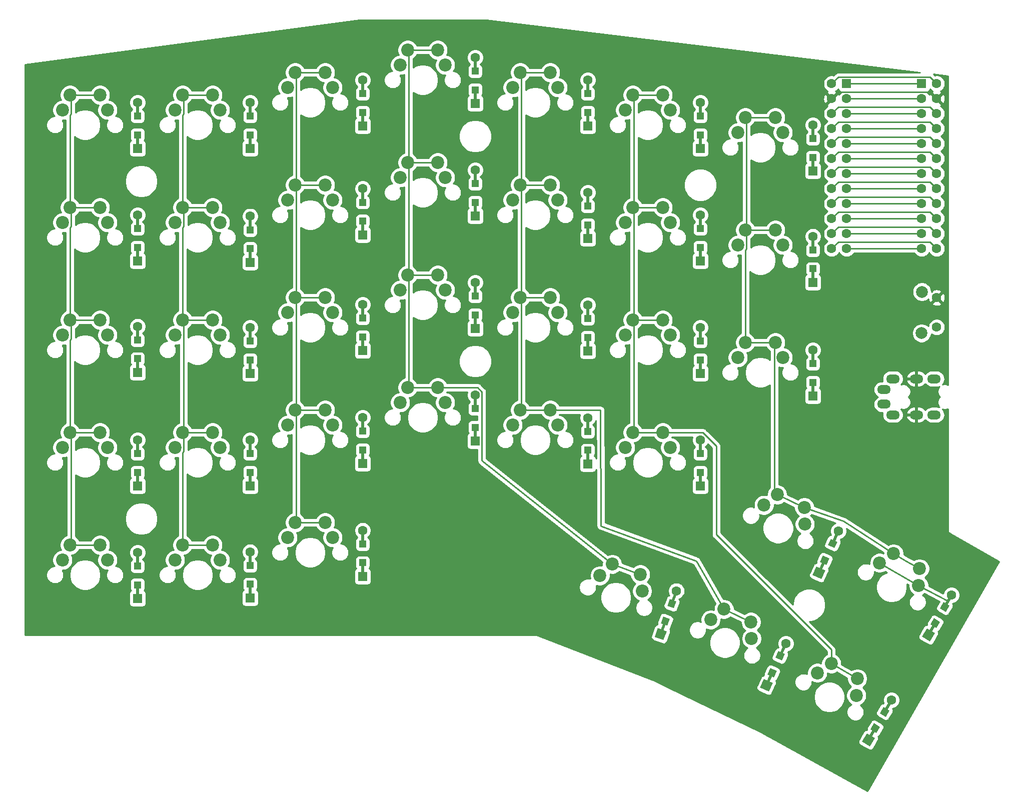
<source format=gbl>
%TF.GenerationSoftware,KiCad,Pcbnew,(5.1.6)-1*%
%TF.CreationDate,2020-06-18T19:24:29+02:00*%
%TF.ProjectId,splitkb,73706c69-746b-4622-9e6b-696361645f70,rev?*%
%TF.SameCoordinates,Original*%
%TF.FileFunction,Copper,L2,Bot*%
%TF.FilePolarity,Positive*%
%FSLAX46Y46*%
G04 Gerber Fmt 4.6, Leading zero omitted, Abs format (unit mm)*
G04 Created by KiCad (PCBNEW (5.1.6)-1) date 2020-06-18 19:24:29*
%MOMM*%
%LPD*%
G01*
G04 APERTURE LIST*
%TA.AperFunction,ComponentPad*%
%ADD10R,1.600000X1.600000*%
%TD*%
%TA.AperFunction,ComponentPad*%
%ADD11C,1.600000*%
%TD*%
%TA.AperFunction,ComponentPad*%
%ADD12C,0.100000*%
%TD*%
%TA.AperFunction,ComponentPad*%
%ADD13C,2.200000*%
%TD*%
%TA.AperFunction,ComponentPad*%
%ADD14C,2.000000*%
%TD*%
%TA.AperFunction,ComponentPad*%
%ADD15O,2.300000X1.500000*%
%TD*%
%TA.AperFunction,SMDPad,CuDef*%
%ADD16R,1.200000X1.200000*%
%TD*%
%TA.AperFunction,Conductor*%
%ADD17R,0.500000X2.500000*%
%TD*%
%TA.AperFunction,Conductor*%
%ADD18C,0.100000*%
%TD*%
%TA.AperFunction,SMDPad,CuDef*%
%ADD19C,0.100000*%
%TD*%
%TA.AperFunction,Conductor*%
%ADD20C,0.250000*%
%TD*%
%TA.AperFunction,Conductor*%
%ADD21C,0.254000*%
%TD*%
G04 APERTURE END LIST*
D10*
%TO.P,U1,1*%
%TO.N,Net-(U1-Pad1)*%
X156845000Y-43815000D03*
D11*
%TO.P,U1,2*%
%TO.N,data*%
X156845000Y-46355000D03*
%TO.P,U1,3*%
%TO.N,GND*%
X156845000Y-48895000D03*
%TO.P,U1,4*%
X156845000Y-51435000D03*
%TO.P,U1,5*%
%TO.N,Net-(U1-Pad5)*%
X156845000Y-53975000D03*
%TO.P,U1,6*%
%TO.N,Net-(U1-Pad6)*%
X156845000Y-56515000D03*
%TO.P,U1,7*%
%TO.N,row0*%
X156845000Y-59055000D03*
%TO.P,U1,8*%
%TO.N,row1*%
X156845000Y-61595000D03*
%TO.P,U1,9*%
%TO.N,row2*%
X156845000Y-64135000D03*
%TO.P,U1,10*%
%TO.N,row3*%
X156845000Y-66675000D03*
%TO.P,U1,11*%
%TO.N,row4*%
X156845000Y-69215000D03*
%TO.P,U1,12*%
%TO.N,Net-(U1-Pad12)*%
X156845000Y-71755000D03*
%TO.P,U1,13*%
%TO.N,Net-(U1-Pad13)*%
X172085000Y-71755000D03*
%TO.P,U1,14*%
%TO.N,col6*%
X172085000Y-69215000D03*
%TO.P,U1,15*%
%TO.N,col5*%
X172085000Y-66675000D03*
%TO.P,U1,16*%
%TO.N,col4*%
X172085000Y-64135000D03*
%TO.P,U1,17*%
%TO.N,col3*%
X172085000Y-61595000D03*
%TO.P,U1,18*%
%TO.N,col2*%
X172085000Y-59055000D03*
%TO.P,U1,19*%
%TO.N,col1*%
X172085000Y-56515000D03*
%TO.P,U1,20*%
%TO.N,col0*%
X172085000Y-53975000D03*
%TO.P,U1,21*%
%TO.N,VCC*%
X172085000Y-51435000D03*
%TO.P,U1,22*%
%TO.N,reset*%
X172085000Y-48895000D03*
%TO.P,U1,23*%
%TO.N,GND*%
X172085000Y-46355000D03*
%TO.P,U1,24*%
%TO.N,Net-(U1-Pad24)*%
X172085000Y-43815000D03*
%TD*%
%TO.P,D35,2*%
%TO.N,Net-(D35-Pad2)*%
X174590000Y-130405770D03*
%TA.AperFunction,ComponentPad*%
D12*
%TO.P,D35,1*%
%TO.N,row4*%
G36*
X170982820Y-138253588D02*
G01*
X169597180Y-137453588D01*
X170397180Y-136067948D01*
X171782820Y-136867948D01*
X170982820Y-138253588D01*
G37*
%TD.AperFunction*%
%TD*%
D11*
%TO.P,D34,2*%
%TO.N,Net-(D34-Pad2)*%
X155447142Y-119562431D03*
%TA.AperFunction,ComponentPad*%
D12*
%TO.P,D34,1*%
%TO.N,row3*%
G36*
X152537672Y-127694772D02*
G01*
X151087579Y-127018583D01*
X151763768Y-125568490D01*
X153213861Y-126244679D01*
X152537672Y-127694772D01*
G37*
%TD.AperFunction*%
%TD*%
D11*
%TO.P,D33,2*%
%TO.N,Net-(D33-Pad2)*%
X151130000Y-88900000D03*
D10*
%TO.P,D33,1*%
%TO.N,row2*%
X151130000Y-96700000D03*
%TD*%
D11*
%TO.P,D32,2*%
%TO.N,Net-(D32-Pad2)*%
X151130000Y-69669660D03*
D10*
%TO.P,D32,1*%
%TO.N,row1*%
X151130000Y-77469660D03*
%TD*%
D11*
%TO.P,D31,2*%
%TO.N,Net-(D31-Pad2)*%
X151130000Y-50800000D03*
D10*
%TO.P,D31,1*%
%TO.N,row0*%
X151130000Y-58600000D03*
%TD*%
D11*
%TO.P,D30,2*%
%TO.N,Net-(D30-Pad2)*%
X164430000Y-148185770D03*
%TA.AperFunction,ComponentPad*%
D12*
%TO.P,D30,1*%
%TO.N,row4*%
G36*
X160822820Y-156033588D02*
G01*
X159437180Y-155233588D01*
X160237180Y-153847948D01*
X161622820Y-154647948D01*
X160822820Y-156033588D01*
G37*
%TD.AperFunction*%
%TD*%
D11*
%TO.P,D29,2*%
%TO.N,Net-(D29-Pad2)*%
X132080000Y-104140000D03*
D10*
%TO.P,D29,1*%
%TO.N,row3*%
X132080000Y-111940000D03*
%TD*%
D11*
%TO.P,D28,2*%
%TO.N,Net-(D28-Pad2)*%
X132080000Y-85090000D03*
D10*
%TO.P,D28,1*%
%TO.N,row2*%
X132080000Y-92890000D03*
%TD*%
D11*
%TO.P,D27,2*%
%TO.N,Net-(D27-Pad2)*%
X132080000Y-66040000D03*
D10*
%TO.P,D27,1*%
%TO.N,row1*%
X132080000Y-73840000D03*
%TD*%
D11*
%TO.P,D26,2*%
%TO.N,Net-(D26-Pad2)*%
X132080000Y-46990000D03*
D10*
%TO.P,D26,1*%
%TO.N,row0*%
X132080000Y-54790000D03*
%TD*%
D11*
%TO.P,D25,2*%
%TO.N,Net-(D25-Pad2)*%
X146557142Y-138607800D03*
%TA.AperFunction,ComponentPad*%
D12*
%TO.P,D25,1*%
%TO.N,row4*%
G36*
X143647672Y-146740141D02*
G01*
X142197579Y-146063952D01*
X142873768Y-144613859D01*
X144323861Y-145290048D01*
X143647672Y-146740141D01*
G37*
%TD.AperFunction*%
%TD*%
D11*
%TO.P,D24,2*%
%TO.N,Net-(D24-Pad2)*%
X113030000Y-100398920D03*
D10*
%TO.P,D24,1*%
%TO.N,row3*%
X113030000Y-108198920D03*
%TD*%
D11*
%TO.P,D23,2*%
%TO.N,Net-(D23-Pad2)*%
X113030000Y-81280000D03*
D10*
%TO.P,D23,1*%
%TO.N,row2*%
X113030000Y-89080000D03*
%TD*%
D11*
%TO.P,D22,2*%
%TO.N,Net-(D22-Pad2)*%
X113030000Y-62230000D03*
D10*
%TO.P,D22,1*%
%TO.N,row1*%
X113030000Y-70030000D03*
%TD*%
D11*
%TO.P,D21,2*%
%TO.N,Net-(D21-Pad2)*%
X113030000Y-43180000D03*
D10*
%TO.P,D21,1*%
%TO.N,row0*%
X113030000Y-50980000D03*
%TD*%
D11*
%TO.P,D20,2*%
%TO.N,Net-(D20-Pad2)*%
X128045425Y-129682369D03*
%TA.AperFunction,ComponentPad*%
D12*
%TO.P,D20,1*%
%TO.N,row4*%
G36*
X125855805Y-138037341D02*
G01*
X124352297Y-137490109D01*
X124899529Y-135986601D01*
X126403037Y-136533833D01*
X125855805Y-138037341D01*
G37*
%TD.AperFunction*%
%TD*%
D11*
%TO.P,D19,2*%
%TO.N,Net-(D19-Pad2)*%
X93980000Y-96520000D03*
D10*
%TO.P,D19,1*%
%TO.N,row3*%
X93980000Y-104320000D03*
%TD*%
D11*
%TO.P,D18,2*%
%TO.N,Net-(D18-Pad2)*%
X93980000Y-77470000D03*
D10*
%TO.P,D18,1*%
%TO.N,row2*%
X93980000Y-85270000D03*
%TD*%
D11*
%TO.P,D17,2*%
%TO.N,Net-(D17-Pad2)*%
X93980000Y-58420000D03*
D10*
%TO.P,D17,1*%
%TO.N,row1*%
X93980000Y-66220000D03*
%TD*%
D11*
%TO.P,D16,2*%
%TO.N,Net-(D16-Pad2)*%
X93980000Y-39370000D03*
D10*
%TO.P,D16,1*%
%TO.N,row0*%
X93980000Y-47170000D03*
%TD*%
D11*
%TO.P,D15,2*%
%TO.N,Net-(D15-Pad2)*%
X74930000Y-119450000D03*
D10*
%TO.P,D15,1*%
%TO.N,row4*%
X74930000Y-127250000D03*
%TD*%
D11*
%TO.P,D14,2*%
%TO.N,Net-(D14-Pad2)*%
X74930000Y-100330000D03*
D10*
%TO.P,D14,1*%
%TO.N,row3*%
X74930000Y-108130000D03*
%TD*%
D11*
%TO.P,D13,2*%
%TO.N,Net-(D13-Pad2)*%
X74930000Y-81203800D03*
D10*
%TO.P,D13,1*%
%TO.N,row2*%
X74930000Y-89003800D03*
%TD*%
D11*
%TO.P,D12,2*%
%TO.N,Net-(D12-Pad2)*%
X74930000Y-61595000D03*
D10*
%TO.P,D12,1*%
%TO.N,row1*%
X74930000Y-69395000D03*
%TD*%
D11*
%TO.P,D11,2*%
%TO.N,Net-(D11-Pad2)*%
X74930000Y-43180000D03*
D10*
%TO.P,D11,1*%
%TO.N,row0*%
X74930000Y-50980000D03*
%TD*%
D11*
%TO.P,D10,2*%
%TO.N,Net-(D10-Pad2)*%
X55880000Y-123088400D03*
D10*
%TO.P,D10,1*%
%TO.N,row4*%
X55880000Y-130888400D03*
%TD*%
D11*
%TO.P,D9,2*%
%TO.N,Net-(D9-Pad2)*%
X55880000Y-104140000D03*
D10*
%TO.P,D9,1*%
%TO.N,row3*%
X55880000Y-111940000D03*
%TD*%
D11*
%TO.P,D8,2*%
%TO.N,Net-(D8-Pad2)*%
X55880000Y-85090000D03*
D10*
%TO.P,D8,1*%
%TO.N,row2*%
X55880000Y-92890000D03*
%TD*%
D11*
%TO.P,D7,2*%
%TO.N,Net-(D7-Pad2)*%
X55880000Y-66255900D03*
D10*
%TO.P,D7,1*%
%TO.N,row1*%
X55880000Y-74055900D03*
%TD*%
D11*
%TO.P,D6,2*%
%TO.N,Net-(D6-Pad2)*%
X55880000Y-46990000D03*
D10*
%TO.P,D6,1*%
%TO.N,row0*%
X55880000Y-54790000D03*
%TD*%
D11*
%TO.P,D5,2*%
%TO.N,Net-(D5-Pad2)*%
X36830000Y-123190000D03*
D10*
%TO.P,D5,1*%
%TO.N,row4*%
X36830000Y-130990000D03*
%TD*%
D11*
%TO.P,D4,2*%
%TO.N,Net-(D4-Pad2)*%
X36830000Y-104140000D03*
D10*
%TO.P,D4,1*%
%TO.N,row3*%
X36830000Y-111940000D03*
%TD*%
D11*
%TO.P,D3,2*%
%TO.N,Net-(D3-Pad2)*%
X36830000Y-84910000D03*
D10*
%TO.P,D3,1*%
%TO.N,row2*%
X36830000Y-92710000D03*
%TD*%
D11*
%TO.P,D2,2*%
%TO.N,Net-(D2-Pad2)*%
X36830000Y-66040000D03*
D10*
%TO.P,D2,1*%
%TO.N,row1*%
X36830000Y-73840000D03*
%TD*%
D11*
%TO.P,D1,2*%
%TO.N,Net-(D1-Pad2)*%
X36830000Y-46990000D03*
D10*
%TO.P,D1,1*%
%TO.N,row0*%
X36830000Y-54790000D03*
%TD*%
D13*
%TO.P,SW23,2*%
%TO.N,Net-(D23-Pad2)*%
X100330000Y-82550000D03*
%TO.P,SW23,1*%
%TO.N,col4*%
X106680000Y-80010000D03*
%TD*%
D14*
%TO.P,K1,4*%
%TO.N,N/C*%
X169535000Y-86050000D03*
%TO.P,K1,3*%
X169585000Y-79050000D03*
D11*
%TO.P,K1,2*%
%TO.N,reset*%
X172085000Y-85050000D03*
%TO.P,K1,1*%
%TO.N,GND*%
X172085000Y-80050000D03*
%TD*%
%TO.P,U1,24*%
%TO.N,Net-(U1-Pad24)*%
X154305000Y-43815000D03*
%TO.P,U1,23*%
%TO.N,GND*%
X154305000Y-46355000D03*
%TO.P,U1,22*%
%TO.N,reset*%
X154305000Y-48895000D03*
%TO.P,U1,21*%
%TO.N,VCC*%
X154305000Y-51435000D03*
%TO.P,U1,20*%
%TO.N,col0*%
X154305000Y-53975000D03*
%TO.P,U1,19*%
%TO.N,col1*%
X154305000Y-56515000D03*
%TO.P,U1,18*%
%TO.N,col2*%
X154305000Y-59055000D03*
%TO.P,U1,17*%
%TO.N,col3*%
X154305000Y-61595000D03*
%TO.P,U1,16*%
%TO.N,col4*%
X154305000Y-64135000D03*
%TO.P,U1,15*%
%TO.N,col5*%
X154305000Y-66675000D03*
%TO.P,U1,14*%
%TO.N,col6*%
X154305000Y-69215000D03*
%TO.P,U1,13*%
%TO.N,Net-(U1-Pad13)*%
X154305000Y-71755000D03*
%TO.P,U1,12*%
%TO.N,Net-(U1-Pad12)*%
X169545000Y-71755000D03*
%TO.P,U1,11*%
%TO.N,row4*%
X169545000Y-69215000D03*
%TO.P,U1,10*%
%TO.N,row3*%
X169545000Y-66675000D03*
%TO.P,U1,9*%
%TO.N,row2*%
X169545000Y-64135000D03*
%TO.P,U1,8*%
%TO.N,row1*%
X169545000Y-61595000D03*
%TO.P,U1,7*%
%TO.N,row0*%
X169545000Y-59055000D03*
%TO.P,U1,6*%
%TO.N,Net-(U1-Pad6)*%
X169545000Y-56515000D03*
%TO.P,U1,5*%
%TO.N,Net-(U1-Pad5)*%
X169545000Y-53975000D03*
%TO.P,U1,4*%
%TO.N,GND*%
X169545000Y-51435000D03*
%TO.P,U1,3*%
X169545000Y-48895000D03*
%TO.P,U1,2*%
%TO.N,data*%
X169545000Y-46355000D03*
D10*
%TO.P,U1,1*%
%TO.N,Net-(U1-Pad1)*%
X169545000Y-43815000D03*
%TD*%
D13*
%TO.P,SW9,1*%
%TO.N,col1*%
X44450000Y-102870000D03*
%TO.P,SW9,2*%
%TO.N,Net-(D9-Pad2)*%
X50800000Y-105410000D03*
%TD*%
%TO.P,SW27,1*%
%TO.N,col5*%
X120650000Y-64770000D03*
%TO.P,SW27,2*%
%TO.N,Net-(D27-Pad2)*%
X127000000Y-67310000D03*
%TD*%
%TO.P,SW20,1*%
%TO.N,col3*%
X117144800Y-125171200D03*
%TO.P,SW20,2*%
%TO.N,Net-(D20-Pad2)*%
X122243117Y-129729847D03*
%TD*%
%TO.P,SW30,1*%
%TO.N,col5*%
X154254200Y-142011400D03*
%TO.P,SW30,2*%
%TO.N,Net-(D30-Pad2)*%
X158483461Y-147386105D03*
%TD*%
%TO.P,SW25,1*%
%TO.N,col4*%
X136067800Y-132791200D03*
%TO.P,SW25,2*%
%TO.N,Net-(D25-Pad2)*%
X140749404Y-137776848D03*
%TD*%
%TO.P,SW35,1*%
%TO.N,col6*%
X164795200Y-123393200D03*
%TO.P,SW35,2*%
%TO.N,Net-(D35-Pad2)*%
X169024461Y-128767905D03*
%TD*%
%TO.P,SW34,1*%
%TO.N,col6*%
X145084800Y-113411000D03*
%TO.P,SW34,2*%
%TO.N,Net-(D34-Pad2)*%
X149766404Y-118396648D03*
%TD*%
%TO.P,SW29,1*%
%TO.N,col5*%
X120650000Y-102870000D03*
%TO.P,SW29,2*%
%TO.N,Net-(D29-Pad2)*%
X127000000Y-105410000D03*
%TD*%
%TO.P,SW28,1*%
%TO.N,col5*%
X120650000Y-83820000D03*
%TO.P,SW28,2*%
%TO.N,Net-(D28-Pad2)*%
X127000000Y-86360000D03*
%TD*%
%TO.P,SW33,1*%
%TO.N,col6*%
X139700000Y-87630000D03*
%TO.P,SW33,2*%
%TO.N,Net-(D33-Pad2)*%
X146050000Y-90170000D03*
%TD*%
%TO.P,SW32,1*%
%TO.N,col6*%
X139700000Y-68580000D03*
%TO.P,SW32,2*%
%TO.N,Net-(D32-Pad2)*%
X146050000Y-71120000D03*
%TD*%
%TO.P,SW31,1*%
%TO.N,col6*%
X139700000Y-49530000D03*
%TO.P,SW31,2*%
%TO.N,Net-(D31-Pad2)*%
X146050000Y-52070000D03*
%TD*%
%TO.P,SW26,1*%
%TO.N,col5*%
X120650000Y-45720000D03*
%TO.P,SW26,2*%
%TO.N,Net-(D26-Pad2)*%
X127000000Y-48260000D03*
%TD*%
%TO.P,SW21,1*%
%TO.N,col4*%
X101600000Y-41910000D03*
%TO.P,SW21,2*%
%TO.N,Net-(D21-Pad2)*%
X107950000Y-44450000D03*
%TD*%
%TO.P,SW22,1*%
%TO.N,col4*%
X101600000Y-60960000D03*
%TO.P,SW22,2*%
%TO.N,Net-(D22-Pad2)*%
X107950000Y-63500000D03*
%TD*%
%TO.P,SW23,1*%
%TO.N,col4*%
X101600000Y-80010000D03*
%TO.P,SW23,2*%
%TO.N,Net-(D23-Pad2)*%
X107950000Y-82550000D03*
%TD*%
%TO.P,SW24,1*%
%TO.N,col4*%
X101600000Y-99060000D03*
%TO.P,SW24,2*%
%TO.N,Net-(D24-Pad2)*%
X107950000Y-101600000D03*
%TD*%
%TO.P,SW19,1*%
%TO.N,col3*%
X82550000Y-95250000D03*
%TO.P,SW19,2*%
%TO.N,Net-(D19-Pad2)*%
X88900000Y-97790000D03*
%TD*%
%TO.P,SW18,1*%
%TO.N,col3*%
X82550000Y-76200000D03*
%TO.P,SW18,2*%
%TO.N,Net-(D18-Pad2)*%
X88900000Y-78740000D03*
%TD*%
%TO.P,SW17,1*%
%TO.N,col3*%
X82550000Y-57150000D03*
%TO.P,SW17,2*%
%TO.N,Net-(D17-Pad2)*%
X88900000Y-59690000D03*
%TD*%
%TO.P,SW16,1*%
%TO.N,col3*%
X82550000Y-38100000D03*
%TO.P,SW16,2*%
%TO.N,Net-(D16-Pad2)*%
X88900000Y-40640000D03*
%TD*%
%TO.P,SW11,1*%
%TO.N,col2*%
X63500000Y-41910000D03*
%TO.P,SW11,2*%
%TO.N,Net-(D11-Pad2)*%
X69850000Y-44450000D03*
%TD*%
%TO.P,SW12,1*%
%TO.N,col2*%
X63500000Y-60960000D03*
%TO.P,SW12,2*%
%TO.N,Net-(D12-Pad2)*%
X69850000Y-63500000D03*
%TD*%
%TO.P,SW13,1*%
%TO.N,col2*%
X63500000Y-80010000D03*
%TO.P,SW13,2*%
%TO.N,Net-(D13-Pad2)*%
X69850000Y-82550000D03*
%TD*%
%TO.P,SW14,1*%
%TO.N,col2*%
X63500000Y-99060000D03*
%TO.P,SW14,2*%
%TO.N,Net-(D14-Pad2)*%
X69850000Y-101600000D03*
%TD*%
%TO.P,SW15,1*%
%TO.N,col2*%
X63500000Y-118110000D03*
%TO.P,SW15,2*%
%TO.N,Net-(D15-Pad2)*%
X69850000Y-120650000D03*
%TD*%
%TO.P,SW10,1*%
%TO.N,col1*%
X44450000Y-121920000D03*
%TO.P,SW10,2*%
%TO.N,Net-(D10-Pad2)*%
X50800000Y-124460000D03*
%TD*%
%TO.P,SW5,1*%
%TO.N,col0*%
X25400000Y-121920000D03*
%TO.P,SW5,2*%
%TO.N,Net-(D5-Pad2)*%
X31750000Y-124460000D03*
%TD*%
%TO.P,SW4,1*%
%TO.N,col0*%
X25400000Y-102870000D03*
%TO.P,SW4,2*%
%TO.N,Net-(D4-Pad2)*%
X31750000Y-105410000D03*
%TD*%
%TO.P,SW8,1*%
%TO.N,col1*%
X44450000Y-83820000D03*
%TO.P,SW8,2*%
%TO.N,Net-(D8-Pad2)*%
X50800000Y-86360000D03*
%TD*%
%TO.P,SW3,1*%
%TO.N,col0*%
X25400000Y-83820000D03*
%TO.P,SW3,2*%
%TO.N,Net-(D3-Pad2)*%
X31750000Y-86360000D03*
%TD*%
%TO.P,SW2,1*%
%TO.N,col0*%
X25400000Y-64770000D03*
%TO.P,SW2,2*%
%TO.N,Net-(D2-Pad2)*%
X31750000Y-67310000D03*
%TD*%
%TO.P,SW7,1*%
%TO.N,col1*%
X44450000Y-64770000D03*
%TO.P,SW7,2*%
%TO.N,Net-(D7-Pad2)*%
X50800000Y-67310000D03*
%TD*%
%TO.P,SW6,1*%
%TO.N,col1*%
X44450000Y-45720000D03*
%TO.P,SW6,2*%
%TO.N,Net-(D6-Pad2)*%
X50800000Y-48260000D03*
%TD*%
%TO.P,SW1,1*%
%TO.N,col0*%
X25400000Y-45720000D03*
%TO.P,SW1,2*%
%TO.N,Net-(D1-Pad2)*%
X31750000Y-48260000D03*
%TD*%
D15*
%TO.P,J1,2*%
%TO.N,data*%
X171660000Y-93785000D03*
%TO.P,J1,3*%
%TO.N,GND*%
X168660000Y-93785000D03*
%TO.P,J1,4*%
%TO.N,VCC*%
X164660000Y-93785000D03*
%TO.P,J1,1*%
%TO.N,Net-(J1-Pad1)*%
X163160000Y-98085000D03*
%TD*%
D13*
%TO.P,SW35,2*%
%TO.N,Net-(D35-Pad2)*%
X162420139Y-124957905D03*
%TO.P,SW35,1*%
%TO.N,col6*%
X169189400Y-125933200D03*
%TD*%
%TO.P,SW34,1*%
%TO.N,col6*%
X149682200Y-115544600D03*
%TO.P,SW34,2*%
%TO.N,Net-(D34-Pad2)*%
X142853695Y-115162996D03*
%TD*%
%TO.P,SW33,2*%
%TO.N,Net-(D33-Pad2)*%
X138430000Y-90170000D03*
%TO.P,SW33,1*%
%TO.N,col6*%
X144780000Y-87630000D03*
%TD*%
%TO.P,SW32,2*%
%TO.N,Net-(D32-Pad2)*%
X138430000Y-71120000D03*
%TO.P,SW32,1*%
%TO.N,col6*%
X144780000Y-68580000D03*
%TD*%
%TO.P,SW31,2*%
%TO.N,Net-(D31-Pad2)*%
X138430000Y-52070000D03*
%TO.P,SW31,1*%
%TO.N,col6*%
X144780000Y-49530000D03*
%TD*%
%TO.P,SW30,2*%
%TO.N,Net-(D30-Pad2)*%
X151879139Y-143576105D03*
%TO.P,SW30,1*%
%TO.N,col5*%
X158648400Y-144551400D03*
%TD*%
%TO.P,SW29,2*%
%TO.N,Net-(D29-Pad2)*%
X119380000Y-105410000D03*
%TO.P,SW29,1*%
%TO.N,col5*%
X125730000Y-102870000D03*
%TD*%
%TO.P,SW28,2*%
%TO.N,Net-(D28-Pad2)*%
X119380000Y-86360000D03*
%TO.P,SW28,1*%
%TO.N,col5*%
X125730000Y-83820000D03*
%TD*%
%TO.P,SW27,2*%
%TO.N,Net-(D27-Pad2)*%
X119380000Y-67310000D03*
%TO.P,SW27,1*%
%TO.N,col5*%
X125730000Y-64770000D03*
%TD*%
%TO.P,SW26,2*%
%TO.N,Net-(D26-Pad2)*%
X119380000Y-48260000D03*
%TO.P,SW26,1*%
%TO.N,col5*%
X125730000Y-45720000D03*
%TD*%
%TO.P,SW25,2*%
%TO.N,Net-(D25-Pad2)*%
X133836695Y-134568596D03*
%TO.P,SW25,1*%
%TO.N,col4*%
X140665200Y-134950200D03*
%TD*%
%TO.P,SW24,2*%
%TO.N,Net-(D24-Pad2)*%
X100330000Y-101600000D03*
%TO.P,SW24,1*%
%TO.N,col4*%
X106680000Y-99060000D03*
%TD*%
%TO.P,SW22,2*%
%TO.N,Net-(D22-Pad2)*%
X100330000Y-63500000D03*
%TO.P,SW22,1*%
%TO.N,col4*%
X106680000Y-60960000D03*
%TD*%
%TO.P,SW21,2*%
%TO.N,Net-(D21-Pad2)*%
X100330000Y-44450000D03*
%TO.P,SW21,1*%
%TO.N,col4*%
X106680000Y-41910000D03*
%TD*%
%TO.P,SW20,2*%
%TO.N,Net-(D20-Pad2)*%
X115084221Y-127120084D03*
%TO.P,SW20,1*%
%TO.N,col3*%
X121920000Y-126905093D03*
%TD*%
%TO.P,SW19,2*%
%TO.N,Net-(D19-Pad2)*%
X81280000Y-97790000D03*
%TO.P,SW19,1*%
%TO.N,col3*%
X87630000Y-95250000D03*
%TD*%
%TO.P,SW18,2*%
%TO.N,Net-(D18-Pad2)*%
X81280000Y-78740000D03*
%TO.P,SW18,1*%
%TO.N,col3*%
X87630000Y-76200000D03*
%TD*%
%TO.P,SW17,2*%
%TO.N,Net-(D17-Pad2)*%
X81280000Y-59690000D03*
%TO.P,SW17,1*%
%TO.N,col3*%
X87630000Y-57150000D03*
%TD*%
%TO.P,SW16,2*%
%TO.N,Net-(D16-Pad2)*%
X81280000Y-40640000D03*
%TO.P,SW16,1*%
%TO.N,col3*%
X87630000Y-38100000D03*
%TD*%
%TO.P,SW15,2*%
%TO.N,Net-(D15-Pad2)*%
X62230000Y-120650000D03*
%TO.P,SW15,1*%
%TO.N,col2*%
X68580000Y-118110000D03*
%TD*%
%TO.P,SW14,2*%
%TO.N,Net-(D14-Pad2)*%
X62230000Y-101600000D03*
%TO.P,SW14,1*%
%TO.N,col2*%
X68580000Y-99060000D03*
%TD*%
%TO.P,SW13,2*%
%TO.N,Net-(D13-Pad2)*%
X62230000Y-82550000D03*
%TO.P,SW13,1*%
%TO.N,col2*%
X68580000Y-80010000D03*
%TD*%
%TO.P,SW12,2*%
%TO.N,Net-(D12-Pad2)*%
X62230000Y-63500000D03*
%TO.P,SW12,1*%
%TO.N,col2*%
X68580000Y-60960000D03*
%TD*%
%TO.P,SW11,2*%
%TO.N,Net-(D11-Pad2)*%
X62230000Y-44450000D03*
%TO.P,SW11,1*%
%TO.N,col2*%
X68580000Y-41910000D03*
%TD*%
%TO.P,SW10,2*%
%TO.N,Net-(D10-Pad2)*%
X43180000Y-124460000D03*
%TO.P,SW10,1*%
%TO.N,col1*%
X49530000Y-121920000D03*
%TD*%
%TO.P,SW9,2*%
%TO.N,Net-(D9-Pad2)*%
X43180000Y-105410000D03*
%TO.P,SW9,1*%
%TO.N,col1*%
X49530000Y-102870000D03*
%TD*%
%TO.P,SW8,2*%
%TO.N,Net-(D8-Pad2)*%
X43180000Y-86360000D03*
%TO.P,SW8,1*%
%TO.N,col1*%
X49530000Y-83820000D03*
%TD*%
%TO.P,SW7,2*%
%TO.N,Net-(D7-Pad2)*%
X43180000Y-67310000D03*
%TO.P,SW7,1*%
%TO.N,col1*%
X49530000Y-64770000D03*
%TD*%
%TO.P,SW6,2*%
%TO.N,Net-(D6-Pad2)*%
X43180000Y-48260000D03*
%TO.P,SW6,1*%
%TO.N,col1*%
X49530000Y-45720000D03*
%TD*%
%TO.P,SW5,2*%
%TO.N,Net-(D5-Pad2)*%
X24130000Y-124460000D03*
%TO.P,SW5,1*%
%TO.N,col0*%
X30480000Y-121920000D03*
%TD*%
%TO.P,SW4,2*%
%TO.N,Net-(D4-Pad2)*%
X24130000Y-105410000D03*
%TO.P,SW4,1*%
%TO.N,col0*%
X30480000Y-102870000D03*
%TD*%
%TO.P,SW3,2*%
%TO.N,Net-(D3-Pad2)*%
X24130000Y-86360000D03*
%TO.P,SW3,1*%
%TO.N,col0*%
X30480000Y-83820000D03*
%TD*%
%TO.P,SW2,2*%
%TO.N,Net-(D2-Pad2)*%
X24130000Y-67310000D03*
%TO.P,SW2,1*%
%TO.N,col0*%
X30480000Y-64770000D03*
%TD*%
%TO.P,SW1,2*%
%TO.N,Net-(D1-Pad2)*%
X24130000Y-48260000D03*
%TO.P,SW1,1*%
%TO.N,col0*%
X30480000Y-45720000D03*
%TD*%
D15*
%TO.P,J1,1*%
%TO.N,Net-(J1-Pad1)*%
X163160000Y-95590000D03*
%TO.P,J1,4*%
%TO.N,VCC*%
X164660000Y-99890000D03*
%TO.P,J1,3*%
%TO.N,GND*%
X168660000Y-99890000D03*
%TO.P,J1,2*%
%TO.N,data*%
X171660000Y-99890000D03*
%TD*%
D16*
%TO.P,D1,2*%
%TO.N,Net-(D1-Pad2)*%
X36830000Y-49315000D03*
%TO.P,D1,1*%
%TO.N,row0*%
X36830000Y-52465000D03*
D10*
X36830000Y-54790000D03*
D11*
%TO.P,D1,2*%
%TO.N,Net-(D1-Pad2)*%
X36830000Y-46990000D03*
D17*
%TD*%
%TO.N,row0*%
%TO.C,D1*%
X36830000Y-53590000D03*
%TO.N,Net-(D1-Pad2)*%
%TO.C,D1*%
X36830000Y-48190000D03*
%TD*%
D16*
%TO.P,D2,2*%
%TO.N,Net-(D2-Pad2)*%
X36830000Y-68365000D03*
%TO.P,D2,1*%
%TO.N,row1*%
X36830000Y-71515000D03*
D10*
X36830000Y-73840000D03*
D11*
%TO.P,D2,2*%
%TO.N,Net-(D2-Pad2)*%
X36830000Y-66040000D03*
D17*
%TD*%
%TO.N,row1*%
%TO.C,D2*%
X36830000Y-72640000D03*
%TO.N,Net-(D2-Pad2)*%
%TO.C,D2*%
X36830000Y-67240000D03*
%TD*%
%TO.N,Net-(D3-Pad2)*%
%TO.C,D3*%
X36830000Y-86110000D03*
%TO.N,row2*%
X36830000Y-91510000D03*
D11*
%TD*%
%TO.P,D3,2*%
%TO.N,Net-(D3-Pad2)*%
X36830000Y-84910000D03*
D10*
%TO.P,D3,1*%
%TO.N,row2*%
X36830000Y-92710000D03*
D16*
X36830000Y-90385000D03*
%TO.P,D3,2*%
%TO.N,Net-(D3-Pad2)*%
X36830000Y-87235000D03*
%TD*%
%TO.P,D4,2*%
%TO.N,Net-(D4-Pad2)*%
X36830000Y-106465000D03*
%TO.P,D4,1*%
%TO.N,row3*%
X36830000Y-109615000D03*
D10*
X36830000Y-111940000D03*
D11*
%TO.P,D4,2*%
%TO.N,Net-(D4-Pad2)*%
X36830000Y-104140000D03*
D17*
%TD*%
%TO.N,row3*%
%TO.C,D4*%
X36830000Y-110740000D03*
%TO.N,Net-(D4-Pad2)*%
%TO.C,D4*%
X36830000Y-105340000D03*
%TD*%
D16*
%TO.P,D5,2*%
%TO.N,Net-(D5-Pad2)*%
X36830000Y-125515000D03*
%TO.P,D5,1*%
%TO.N,row4*%
X36830000Y-128665000D03*
D10*
X36830000Y-130990000D03*
D11*
%TO.P,D5,2*%
%TO.N,Net-(D5-Pad2)*%
X36830000Y-123190000D03*
D17*
%TD*%
%TO.N,row4*%
%TO.C,D5*%
X36830000Y-129790000D03*
%TO.N,Net-(D5-Pad2)*%
%TO.C,D5*%
X36830000Y-124390000D03*
%TD*%
D16*
%TO.P,D6,2*%
%TO.N,Net-(D6-Pad2)*%
X55880000Y-49315000D03*
%TO.P,D6,1*%
%TO.N,row0*%
X55880000Y-52465000D03*
D10*
X55880000Y-54790000D03*
D11*
%TO.P,D6,2*%
%TO.N,Net-(D6-Pad2)*%
X55880000Y-46990000D03*
D17*
%TD*%
%TO.N,row0*%
%TO.C,D6*%
X55880000Y-53590000D03*
%TO.N,Net-(D6-Pad2)*%
%TO.C,D6*%
X55880000Y-48190000D03*
%TD*%
D16*
%TO.P,D7,2*%
%TO.N,Net-(D7-Pad2)*%
X55880000Y-68580000D03*
%TO.P,D7,1*%
%TO.N,row1*%
X55880000Y-71730000D03*
D10*
X55880000Y-74055000D03*
D11*
%TO.P,D7,2*%
%TO.N,Net-(D7-Pad2)*%
X55880000Y-66255000D03*
D17*
%TD*%
%TO.N,row1*%
%TO.C,D7*%
X55880000Y-72855000D03*
%TO.N,Net-(D7-Pad2)*%
%TO.C,D7*%
X55880000Y-67455000D03*
%TD*%
D16*
%TO.P,D8,2*%
%TO.N,Net-(D8-Pad2)*%
X55880000Y-87415000D03*
%TO.P,D8,1*%
%TO.N,row2*%
X55880000Y-90565000D03*
D10*
X55880000Y-92890000D03*
D11*
%TO.P,D8,2*%
%TO.N,Net-(D8-Pad2)*%
X55880000Y-85090000D03*
D17*
%TD*%
%TO.N,row2*%
%TO.C,D8*%
X55880000Y-91690000D03*
%TO.N,Net-(D8-Pad2)*%
%TO.C,D8*%
X55880000Y-86290000D03*
%TD*%
%TO.N,Net-(D9-Pad2)*%
%TO.C,D9*%
X55880000Y-105340000D03*
%TO.N,row3*%
X55880000Y-110740000D03*
D11*
%TD*%
%TO.P,D9,2*%
%TO.N,Net-(D9-Pad2)*%
X55880000Y-104140000D03*
D10*
%TO.P,D9,1*%
%TO.N,row3*%
X55880000Y-111940000D03*
D16*
X55880000Y-109615000D03*
%TO.P,D9,2*%
%TO.N,Net-(D9-Pad2)*%
X55880000Y-106465000D03*
%TD*%
D17*
%TO.N,Net-(D10-Pad2)*%
%TO.C,D10*%
X55880000Y-124288400D03*
%TO.N,row4*%
X55880000Y-129688400D03*
D11*
%TD*%
%TO.P,D10,2*%
%TO.N,Net-(D10-Pad2)*%
X55880000Y-123088400D03*
D10*
%TO.P,D10,1*%
%TO.N,row4*%
X55880000Y-130888400D03*
D16*
X55880000Y-128563400D03*
%TO.P,D10,2*%
%TO.N,Net-(D10-Pad2)*%
X55880000Y-125413400D03*
%TD*%
D17*
%TO.N,Net-(D11-Pad2)*%
%TO.C,D11*%
X74930000Y-44380000D03*
%TO.N,row0*%
X74930000Y-49780000D03*
D11*
%TD*%
%TO.P,D11,2*%
%TO.N,Net-(D11-Pad2)*%
X74930000Y-43180000D03*
D10*
%TO.P,D11,1*%
%TO.N,row0*%
X74930000Y-50980000D03*
D16*
X74930000Y-48655000D03*
%TO.P,D11,2*%
%TO.N,Net-(D11-Pad2)*%
X74930000Y-45505000D03*
%TD*%
%TO.P,D12,2*%
%TO.N,Net-(D12-Pad2)*%
X74930000Y-63920000D03*
%TO.P,D12,1*%
%TO.N,row1*%
X74930000Y-67070000D03*
D10*
X74930000Y-69395000D03*
D11*
%TO.P,D12,2*%
%TO.N,Net-(D12-Pad2)*%
X74930000Y-61595000D03*
D17*
%TD*%
%TO.N,row1*%
%TO.C,D12*%
X74930000Y-68195000D03*
%TO.N,Net-(D12-Pad2)*%
%TO.C,D12*%
X74930000Y-62795000D03*
%TD*%
D16*
%TO.P,D13,2*%
%TO.N,Net-(D13-Pad2)*%
X74930000Y-83522600D03*
%TO.P,D13,1*%
%TO.N,row2*%
X74930000Y-86672600D03*
D10*
X74930000Y-88997600D03*
D11*
%TO.P,D13,2*%
%TO.N,Net-(D13-Pad2)*%
X74930000Y-81197600D03*
D17*
%TD*%
%TO.N,row2*%
%TO.C,D13*%
X74930000Y-87797600D03*
%TO.N,Net-(D13-Pad2)*%
%TO.C,D13*%
X74930000Y-82397600D03*
%TD*%
%TO.N,Net-(D14-Pad2)*%
%TO.C,D14*%
X74930000Y-101530000D03*
%TO.N,row3*%
X74930000Y-106930000D03*
D11*
%TD*%
%TO.P,D14,2*%
%TO.N,Net-(D14-Pad2)*%
X74930000Y-100330000D03*
D10*
%TO.P,D14,1*%
%TO.N,row3*%
X74930000Y-108130000D03*
D16*
X74930000Y-105805000D03*
%TO.P,D14,2*%
%TO.N,Net-(D14-Pad2)*%
X74930000Y-102655000D03*
%TD*%
D17*
%TO.N,Net-(D15-Pad2)*%
%TO.C,D15*%
X74930000Y-120650000D03*
%TO.N,row4*%
X74930000Y-126050000D03*
D11*
%TD*%
%TO.P,D15,2*%
%TO.N,Net-(D15-Pad2)*%
X74930000Y-119450000D03*
D10*
%TO.P,D15,1*%
%TO.N,row4*%
X74930000Y-127250000D03*
D16*
X74930000Y-124925000D03*
%TO.P,D15,2*%
%TO.N,Net-(D15-Pad2)*%
X74930000Y-121775000D03*
%TD*%
%TO.P,D16,2*%
%TO.N,Net-(D16-Pad2)*%
X93980000Y-41695000D03*
%TO.P,D16,1*%
%TO.N,row0*%
X93980000Y-44845000D03*
D10*
X93980000Y-47170000D03*
D11*
%TO.P,D16,2*%
%TO.N,Net-(D16-Pad2)*%
X93980000Y-39370000D03*
D17*
%TD*%
%TO.N,row0*%
%TO.C,D16*%
X93980000Y-45970000D03*
%TO.N,Net-(D16-Pad2)*%
%TO.C,D16*%
X93980000Y-40570000D03*
%TD*%
%TO.N,Net-(D17-Pad2)*%
%TO.C,D17*%
X93980000Y-59620000D03*
%TO.N,row1*%
X93980000Y-65020000D03*
D11*
%TD*%
%TO.P,D17,2*%
%TO.N,Net-(D17-Pad2)*%
X93980000Y-58420000D03*
D10*
%TO.P,D17,1*%
%TO.N,row1*%
X93980000Y-66220000D03*
D16*
X93980000Y-63895000D03*
%TO.P,D17,2*%
%TO.N,Net-(D17-Pad2)*%
X93980000Y-60745000D03*
%TD*%
D17*
%TO.N,Net-(D18-Pad2)*%
%TO.C,D18*%
X93980000Y-78670000D03*
%TO.N,row2*%
X93980000Y-84070000D03*
D11*
%TD*%
%TO.P,D18,2*%
%TO.N,Net-(D18-Pad2)*%
X93980000Y-77470000D03*
D10*
%TO.P,D18,1*%
%TO.N,row2*%
X93980000Y-85270000D03*
D16*
X93980000Y-82945000D03*
%TO.P,D18,2*%
%TO.N,Net-(D18-Pad2)*%
X93980000Y-79795000D03*
%TD*%
%TO.P,D19,2*%
%TO.N,Net-(D19-Pad2)*%
X93980000Y-98845000D03*
%TO.P,D19,1*%
%TO.N,row3*%
X93980000Y-101995000D03*
D10*
X93980000Y-104320000D03*
D11*
%TO.P,D19,2*%
%TO.N,Net-(D19-Pad2)*%
X93980000Y-96520000D03*
D17*
%TD*%
%TO.N,row3*%
%TO.C,D19*%
X93980000Y-103120000D03*
%TO.N,Net-(D19-Pad2)*%
%TO.C,D19*%
X93980000Y-97720000D03*
%TD*%
%TA.AperFunction,Conductor*%
D18*
%TO.N,Net-(D20-Pad2)*%
%TO.C,D20*%
G36*
X127442398Y-132070121D02*
G01*
X126972552Y-131899111D01*
X127827602Y-129549879D01*
X128297448Y-129720889D01*
X127442398Y-132070121D01*
G37*
%TD.AperFunction*%
%TA.AperFunction,Conductor*%
%TO.N,row4*%
G36*
X125595490Y-137144461D02*
G01*
X125125644Y-136973451D01*
X125980694Y-134624219D01*
X126450540Y-134795229D01*
X125595490Y-137144461D01*
G37*
%TD.AperFunction*%
D11*
%TD*%
%TO.P,D20,2*%
%TO.N,Net-(D20-Pad2)*%
X128045425Y-129682369D03*
%TA.AperFunction,ComponentPad*%
D12*
%TO.P,D20,1*%
%TO.N,row4*%
G36*
X125855805Y-138037341D02*
G01*
X124352297Y-137490109D01*
X124899529Y-135986601D01*
X126403037Y-136533833D01*
X125855805Y-138037341D01*
G37*
%TD.AperFunction*%
%TA.AperFunction,SMDPad,CuDef*%
D19*
G36*
X126531467Y-135596214D02*
G01*
X125403836Y-135185789D01*
X125814261Y-134058158D01*
X126941892Y-134468583D01*
X126531467Y-135596214D01*
G37*
%TD.AperFunction*%
%TA.AperFunction,SMDPad,CuDef*%
%TO.P,D20,2*%
%TO.N,Net-(D20-Pad2)*%
G36*
X127608831Y-132636182D02*
G01*
X126481200Y-132225757D01*
X126891625Y-131098126D01*
X128019256Y-131508551D01*
X127608831Y-132636182D01*
G37*
%TD.AperFunction*%
%TD*%
D17*
%TO.N,Net-(D21-Pad2)*%
%TO.C,D21*%
X113030000Y-44380000D03*
%TO.N,row0*%
X113030000Y-49780000D03*
D11*
%TD*%
%TO.P,D21,2*%
%TO.N,Net-(D21-Pad2)*%
X113030000Y-43180000D03*
D10*
%TO.P,D21,1*%
%TO.N,row0*%
X113030000Y-50980000D03*
D16*
X113030000Y-48655000D03*
%TO.P,D21,2*%
%TO.N,Net-(D21-Pad2)*%
X113030000Y-45505000D03*
%TD*%
D17*
%TO.N,Net-(D22-Pad2)*%
%TO.C,D22*%
X113030000Y-63430000D03*
%TO.N,row1*%
X113030000Y-68830000D03*
D11*
%TD*%
%TO.P,D22,2*%
%TO.N,Net-(D22-Pad2)*%
X113030000Y-62230000D03*
D10*
%TO.P,D22,1*%
%TO.N,row1*%
X113030000Y-70030000D03*
D16*
X113030000Y-67705000D03*
%TO.P,D22,2*%
%TO.N,Net-(D22-Pad2)*%
X113030000Y-64555000D03*
%TD*%
D17*
%TO.N,Net-(D23-Pad2)*%
%TO.C,D23*%
X113030000Y-82480000D03*
%TO.N,row2*%
X113030000Y-87880000D03*
D11*
%TD*%
%TO.P,D23,2*%
%TO.N,Net-(D23-Pad2)*%
X113030000Y-81280000D03*
D10*
%TO.P,D23,1*%
%TO.N,row2*%
X113030000Y-89080000D03*
D16*
X113030000Y-86755000D03*
%TO.P,D23,2*%
%TO.N,Net-(D23-Pad2)*%
X113030000Y-83605000D03*
%TD*%
D17*
%TO.N,Net-(D24-Pad2)*%
%TO.C,D24*%
X113030000Y-101600000D03*
%TO.N,row3*%
X113030000Y-107000000D03*
D11*
%TD*%
%TO.P,D24,2*%
%TO.N,Net-(D24-Pad2)*%
X113030000Y-100400000D03*
D10*
%TO.P,D24,1*%
%TO.N,row3*%
X113030000Y-108200000D03*
D16*
X113030000Y-105875000D03*
%TO.P,D24,2*%
%TO.N,Net-(D24-Pad2)*%
X113030000Y-102725000D03*
%TD*%
%TA.AperFunction,SMDPad,CuDef*%
D19*
%TO.P,D25,2*%
%TO.N,Net-(D25-Pad2)*%
G36*
X145865627Y-141512321D02*
G01*
X144778057Y-141005179D01*
X145285199Y-139917609D01*
X146372769Y-140424751D01*
X145865627Y-141512321D01*
G37*
%TD.AperFunction*%
%TA.AperFunction,SMDPad,CuDef*%
%TO.P,D25,1*%
%TO.N,row4*%
G36*
X144534379Y-144367191D02*
G01*
X143446809Y-143860049D01*
X143953951Y-142772479D01*
X145041521Y-143279621D01*
X144534379Y-144367191D01*
G37*
%TD.AperFunction*%
%TA.AperFunction,ComponentPad*%
D12*
G36*
X143648530Y-146740141D02*
G01*
X142198437Y-146063952D01*
X142874626Y-144613859D01*
X144324719Y-145290048D01*
X143648530Y-146740141D01*
G37*
%TD.AperFunction*%
D11*
%TO.P,D25,2*%
%TO.N,Net-(D25-Pad2)*%
X146558000Y-138607800D03*
%TA.AperFunction,Conductor*%
D18*
%TD*%
%TO.N,row4*%
%TO.C,D25*%
G36*
X143467024Y-145827970D02*
G01*
X143013870Y-145616661D01*
X144070416Y-143350892D01*
X144523570Y-143562201D01*
X143467024Y-145827970D01*
G37*
%TD.AperFunction*%
%TA.AperFunction,Conductor*%
%TO.N,Net-(D25-Pad2)*%
%TO.C,D25*%
G36*
X145749162Y-140933908D02*
G01*
X145296008Y-140722599D01*
X146352554Y-138456830D01*
X146805708Y-138668139D01*
X145749162Y-140933908D01*
G37*
%TD.AperFunction*%
%TD*%
D16*
%TO.P,D26,2*%
%TO.N,Net-(D26-Pad2)*%
X132080000Y-49315000D03*
%TO.P,D26,1*%
%TO.N,row0*%
X132080000Y-52465000D03*
D10*
X132080000Y-54790000D03*
D11*
%TO.P,D26,2*%
%TO.N,Net-(D26-Pad2)*%
X132080000Y-46990000D03*
D17*
%TD*%
%TO.N,row0*%
%TO.C,D26*%
X132080000Y-53590000D03*
%TO.N,Net-(D26-Pad2)*%
%TO.C,D26*%
X132080000Y-48190000D03*
%TD*%
%TO.N,Net-(D27-Pad2)*%
%TO.C,D27*%
X132080000Y-67240000D03*
%TO.N,row1*%
X132080000Y-72640000D03*
D11*
%TD*%
%TO.P,D27,2*%
%TO.N,Net-(D27-Pad2)*%
X132080000Y-66040000D03*
D10*
%TO.P,D27,1*%
%TO.N,row1*%
X132080000Y-73840000D03*
D16*
X132080000Y-71515000D03*
%TO.P,D27,2*%
%TO.N,Net-(D27-Pad2)*%
X132080000Y-68365000D03*
%TD*%
%TO.P,D28,2*%
%TO.N,Net-(D28-Pad2)*%
X132080000Y-87415000D03*
%TO.P,D28,1*%
%TO.N,row2*%
X132080000Y-90565000D03*
D10*
X132080000Y-92890000D03*
D11*
%TO.P,D28,2*%
%TO.N,Net-(D28-Pad2)*%
X132080000Y-85090000D03*
D17*
%TD*%
%TO.N,row2*%
%TO.C,D28*%
X132080000Y-91690000D03*
%TO.N,Net-(D28-Pad2)*%
%TO.C,D28*%
X132080000Y-86290000D03*
%TD*%
D16*
%TO.P,D29,2*%
%TO.N,Net-(D29-Pad2)*%
X132080000Y-106465000D03*
%TO.P,D29,1*%
%TO.N,row3*%
X132080000Y-109615000D03*
D10*
X132080000Y-111940000D03*
D11*
%TO.P,D29,2*%
%TO.N,Net-(D29-Pad2)*%
X132080000Y-104140000D03*
D17*
%TD*%
%TO.N,row3*%
%TO.C,D29*%
X132080000Y-110740000D03*
%TO.N,Net-(D29-Pad2)*%
%TO.C,D29*%
X132080000Y-105340000D03*
%TD*%
%TA.AperFunction,Conductor*%
D18*
%TO.N,Net-(D30-Pad2)*%
%TO.C,D30*%
G36*
X163421506Y-150432532D02*
G01*
X162988494Y-150182532D01*
X164238494Y-148017468D01*
X164671506Y-148267468D01*
X163421506Y-150432532D01*
G37*
%TD.AperFunction*%
%TA.AperFunction,Conductor*%
%TO.N,row4*%
G36*
X160721506Y-155109070D02*
G01*
X160288494Y-154859070D01*
X161538494Y-152694006D01*
X161971506Y-152944006D01*
X160721506Y-155109070D01*
G37*
%TD.AperFunction*%
D11*
%TD*%
%TO.P,D30,2*%
%TO.N,Net-(D30-Pad2)*%
X164430000Y-148185770D03*
%TA.AperFunction,ComponentPad*%
D12*
%TO.P,D30,1*%
%TO.N,row4*%
G36*
X160822820Y-156033588D02*
G01*
X159437180Y-155233588D01*
X160237180Y-153847948D01*
X161622820Y-154647948D01*
X160822820Y-156033588D01*
G37*
%TD.AperFunction*%
%TA.AperFunction,SMDPad,CuDef*%
D19*
G36*
X161912115Y-153746874D02*
G01*
X160872885Y-153146874D01*
X161472885Y-152107644D01*
X162512115Y-152707644D01*
X161912115Y-153746874D01*
G37*
%TD.AperFunction*%
%TA.AperFunction,SMDPad,CuDef*%
%TO.P,D30,2*%
%TO.N,Net-(D30-Pad2)*%
G36*
X163487115Y-151018894D02*
G01*
X162447885Y-150418894D01*
X163047885Y-149379664D01*
X164087115Y-149979664D01*
X163487115Y-151018894D01*
G37*
%TD.AperFunction*%
%TD*%
D16*
%TO.P,D31,2*%
%TO.N,Net-(D31-Pad2)*%
X151130000Y-53125000D03*
%TO.P,D31,1*%
%TO.N,row0*%
X151130000Y-56275000D03*
D10*
X151130000Y-58600000D03*
D11*
%TO.P,D31,2*%
%TO.N,Net-(D31-Pad2)*%
X151130000Y-50800000D03*
D17*
%TD*%
%TO.N,row0*%
%TO.C,D31*%
X151130000Y-57400000D03*
%TO.N,Net-(D31-Pad2)*%
%TO.C,D31*%
X151130000Y-52000000D03*
%TD*%
D16*
%TO.P,D32,2*%
%TO.N,Net-(D32-Pad2)*%
X151130000Y-71995000D03*
%TO.P,D32,1*%
%TO.N,row1*%
X151130000Y-75145000D03*
D10*
X151130000Y-77470000D03*
D11*
%TO.P,D32,2*%
%TO.N,Net-(D32-Pad2)*%
X151130000Y-69670000D03*
D17*
%TD*%
%TO.N,row1*%
%TO.C,D32*%
X151130000Y-76270000D03*
%TO.N,Net-(D32-Pad2)*%
%TO.C,D32*%
X151130000Y-70870000D03*
%TD*%
D16*
%TO.P,D33,2*%
%TO.N,Net-(D33-Pad2)*%
X151130000Y-91225000D03*
%TO.P,D33,1*%
%TO.N,row2*%
X151130000Y-94375000D03*
D10*
X151130000Y-96700000D03*
D11*
%TO.P,D33,2*%
%TO.N,Net-(D33-Pad2)*%
X151130000Y-88900000D03*
D17*
%TD*%
%TO.N,row2*%
%TO.C,D33*%
X151130000Y-95500000D03*
%TO.N,Net-(D33-Pad2)*%
%TO.C,D33*%
X151130000Y-90100000D03*
%TD*%
%TA.AperFunction,Conductor*%
D18*
%TO.N,Net-(D34-Pad2)*%
%TO.C,D34*%
G36*
X154638304Y-121888539D02*
G01*
X154185150Y-121677230D01*
X155241696Y-119411461D01*
X155694850Y-119622770D01*
X154638304Y-121888539D01*
G37*
%TD.AperFunction*%
%TA.AperFunction,Conductor*%
%TO.N,row3*%
G36*
X152356166Y-126782601D02*
G01*
X151903012Y-126571292D01*
X152959558Y-124305523D01*
X153412712Y-124516832D01*
X152356166Y-126782601D01*
G37*
%TD.AperFunction*%
D11*
%TD*%
%TO.P,D34,2*%
%TO.N,Net-(D34-Pad2)*%
X155447142Y-119562431D03*
%TA.AperFunction,ComponentPad*%
D12*
%TO.P,D34,1*%
%TO.N,row3*%
G36*
X152537672Y-127694772D02*
G01*
X151087579Y-127018583D01*
X151763768Y-125568490D01*
X153213861Y-126244679D01*
X152537672Y-127694772D01*
G37*
%TD.AperFunction*%
%TA.AperFunction,SMDPad,CuDef*%
D19*
G36*
X153423521Y-125321822D02*
G01*
X152335951Y-124814680D01*
X152843093Y-123727110D01*
X153930663Y-124234252D01*
X153423521Y-125321822D01*
G37*
%TD.AperFunction*%
%TA.AperFunction,SMDPad,CuDef*%
%TO.P,D34,2*%
%TO.N,Net-(D34-Pad2)*%
G36*
X154754769Y-122466952D02*
G01*
X153667199Y-121959810D01*
X154174341Y-120872240D01*
X155261911Y-121379382D01*
X154754769Y-122466952D01*
G37*
%TD.AperFunction*%
%TD*%
%TA.AperFunction,Conductor*%
D18*
%TO.N,Net-(D35-Pad2)*%
%TO.C,D35*%
G36*
X173581506Y-132652532D02*
G01*
X173148494Y-132402532D01*
X174398494Y-130237468D01*
X174831506Y-130487468D01*
X173581506Y-132652532D01*
G37*
%TD.AperFunction*%
%TA.AperFunction,Conductor*%
%TO.N,row4*%
G36*
X170881506Y-137329070D02*
G01*
X170448494Y-137079070D01*
X171698494Y-134914006D01*
X172131506Y-135164006D01*
X170881506Y-137329070D01*
G37*
%TD.AperFunction*%
D11*
%TD*%
%TO.P,D35,2*%
%TO.N,Net-(D35-Pad2)*%
X174590000Y-130405770D03*
%TA.AperFunction,ComponentPad*%
D12*
%TO.P,D35,1*%
%TO.N,row4*%
G36*
X170982820Y-138253588D02*
G01*
X169597180Y-137453588D01*
X170397180Y-136067948D01*
X171782820Y-136867948D01*
X170982820Y-138253588D01*
G37*
%TD.AperFunction*%
%TA.AperFunction,SMDPad,CuDef*%
D19*
G36*
X172072115Y-135966874D02*
G01*
X171032885Y-135366874D01*
X171632885Y-134327644D01*
X172672115Y-134927644D01*
X172072115Y-135966874D01*
G37*
%TD.AperFunction*%
%TA.AperFunction,SMDPad,CuDef*%
%TO.P,D35,2*%
%TO.N,Net-(D35-Pad2)*%
G36*
X173647115Y-133238894D02*
G01*
X172607885Y-132638894D01*
X173207885Y-131599664D01*
X174247115Y-132199664D01*
X173647115Y-133238894D01*
G37*
%TD.AperFunction*%
%TD*%
D20*
%TO.N,row0*%
X156845000Y-59055000D02*
X169545000Y-59055000D01*
%TO.N,row1*%
X169545000Y-61595000D02*
X156845000Y-61595000D01*
%TO.N,row2*%
X156845000Y-64135000D02*
X169545000Y-64135000D01*
%TO.N,row3*%
X169545000Y-66675000D02*
X156845000Y-66675000D01*
%TO.N,row4*%
X156845000Y-69215000D02*
X169545000Y-69215000D01*
%TO.N,Net-(D35-Pad2)*%
X169024461Y-128767905D02*
X162420139Y-124957905D01*
X173990000Y-131445000D02*
X169024461Y-128767905D01*
%TO.N,VCC*%
X170959999Y-50309999D02*
X172085000Y-51435000D01*
X155430001Y-50309999D02*
X170959999Y-50309999D01*
X154305000Y-51435000D02*
X155430001Y-50309999D01*
%TO.N,GND*%
X156845000Y-48895000D02*
X169545000Y-48895000D01*
X169545000Y-51435000D02*
X156845000Y-51435000D01*
X155430001Y-45229999D02*
X170959999Y-45229999D01*
X170959999Y-45229999D02*
X172085000Y-46355000D01*
X154305000Y-46355000D02*
X155430001Y-45229999D01*
%TO.N,data*%
X169545000Y-46355000D02*
X156845000Y-46355000D01*
%TO.N,reset*%
X155430001Y-47769999D02*
X154305000Y-48895000D01*
X170959999Y-47769999D02*
X155430001Y-47769999D01*
X172085000Y-48895000D02*
X170959999Y-47769999D01*
%TO.N,col0*%
X30480000Y-121920000D02*
X25400000Y-121920000D01*
X25555001Y-121764999D02*
X25555001Y-103025001D01*
X25555001Y-103025001D02*
X25400000Y-102870000D01*
X25400000Y-121920000D02*
X25555001Y-121764999D01*
X30480000Y-102870000D02*
X25400000Y-102870000D01*
X25555001Y-83975001D02*
X25400000Y-83820000D01*
X25555001Y-87044001D02*
X25555001Y-83975001D01*
X25400000Y-87199002D02*
X25555001Y-87044001D01*
X25400000Y-102870000D02*
X25400000Y-87199002D01*
X30480000Y-83820000D02*
X25400000Y-83820000D01*
X25400000Y-68149002D02*
X25555001Y-67994001D01*
X25555001Y-64925001D02*
X25400000Y-64770000D01*
X25555001Y-67994001D02*
X25555001Y-64925001D01*
X25400000Y-83820000D02*
X25400000Y-68149002D01*
X30480000Y-64770000D02*
X25400000Y-64770000D01*
X25555001Y-45875001D02*
X25400000Y-45720000D01*
X25555001Y-48944001D02*
X25555001Y-45875001D01*
X25400000Y-49099002D02*
X25555001Y-48944001D01*
X25400000Y-64770000D02*
X25400000Y-49099002D01*
X30480000Y-45720000D02*
X25400000Y-45720000D01*
X155430001Y-52849999D02*
X154305000Y-53975000D01*
X170959999Y-52849999D02*
X155430001Y-52849999D01*
X172085000Y-53975000D02*
X170959999Y-52849999D01*
%TO.N,col1*%
X49530000Y-121920000D02*
X44450000Y-121920000D01*
X44605001Y-103025001D02*
X44450000Y-102870000D01*
X44605001Y-106094001D02*
X44605001Y-103025001D01*
X44450000Y-106249002D02*
X44605001Y-106094001D01*
X44450000Y-121920000D02*
X44450000Y-106249002D01*
X49530000Y-102870000D02*
X44450000Y-102870000D01*
X44605001Y-83975001D02*
X44450000Y-83820000D01*
X44605001Y-102714999D02*
X44605001Y-83975001D01*
X44450000Y-102870000D02*
X44605001Y-102714999D01*
X49530000Y-83820000D02*
X44450000Y-83820000D01*
X44605001Y-64925001D02*
X44450000Y-64770000D01*
X44605001Y-67994001D02*
X44605001Y-64925001D01*
X44450000Y-68149002D02*
X44605001Y-67994001D01*
X44450000Y-83820000D02*
X44450000Y-68149002D01*
X49530000Y-64770000D02*
X44450000Y-64770000D01*
X44605001Y-45875001D02*
X44450000Y-45720000D01*
X44605001Y-48944001D02*
X44605001Y-45875001D01*
X44450000Y-49099002D02*
X44605001Y-48944001D01*
X44450000Y-64770000D02*
X44450000Y-49099002D01*
X49530000Y-45720000D02*
X44450000Y-45720000D01*
X170959999Y-55389999D02*
X172085000Y-56515000D01*
X155430001Y-55389999D02*
X170959999Y-55389999D01*
X154305000Y-56515000D02*
X155430001Y-55389999D01*
%TO.N,col2*%
X68580000Y-41910000D02*
X63500000Y-41910000D01*
X63714999Y-60745001D02*
X63500000Y-60960000D01*
X63714999Y-42124999D02*
X63714999Y-60745001D01*
X63500000Y-41910000D02*
X63714999Y-42124999D01*
X63714999Y-79795001D02*
X63500000Y-80010000D01*
X63714999Y-61174999D02*
X63714999Y-79795001D01*
X63500000Y-60960000D02*
X63714999Y-61174999D01*
X68580000Y-60960000D02*
X63500000Y-60960000D01*
X68580000Y-80010000D02*
X63500000Y-80010000D01*
X63655001Y-98904999D02*
X63500000Y-99060000D01*
X63655001Y-80165001D02*
X63655001Y-98904999D01*
X63500000Y-80010000D02*
X63655001Y-80165001D01*
X68580000Y-99060000D02*
X63500000Y-99060000D01*
X63655001Y-117954999D02*
X63500000Y-118110000D01*
X63655001Y-99215001D02*
X63655001Y-117954999D01*
X63500000Y-99060000D02*
X63655001Y-99215001D01*
X68580000Y-118110000D02*
X63500000Y-118110000D01*
X155430001Y-57929999D02*
X154305000Y-59055000D01*
X170959999Y-57929999D02*
X155430001Y-57929999D01*
X172085000Y-59055000D02*
X170959999Y-57929999D01*
%TO.N,col3*%
X87630000Y-38100000D02*
X82550000Y-38100000D01*
X82705001Y-56994999D02*
X82550000Y-57150000D01*
X82705001Y-38255001D02*
X82705001Y-56994999D01*
X82550000Y-38100000D02*
X82705001Y-38255001D01*
X87630000Y-57150000D02*
X82550000Y-57150000D01*
X82705001Y-76044999D02*
X82550000Y-76200000D01*
X82705001Y-57305001D02*
X82705001Y-76044999D01*
X82550000Y-57150000D02*
X82705001Y-57305001D01*
X87630000Y-76200000D02*
X82550000Y-76200000D01*
X82764999Y-95035001D02*
X82550000Y-95250000D01*
X82764999Y-76414999D02*
X82764999Y-95035001D01*
X82550000Y-76200000D02*
X82764999Y-76414999D01*
X87630000Y-95250000D02*
X82550000Y-95250000D01*
X121920000Y-126905093D02*
X117144800Y-125171200D01*
X94375002Y-95250000D02*
X87630000Y-95250000D01*
X95105001Y-95979999D02*
X94375002Y-95250000D01*
X117144800Y-125171200D02*
X95105001Y-107630003D01*
X95105001Y-107630003D02*
X95105001Y-95979999D01*
X170959999Y-60469999D02*
X172085000Y-61595000D01*
X155430001Y-60469999D02*
X170959999Y-60469999D01*
X154305000Y-61595000D02*
X155430001Y-60469999D01*
%TO.N,col4*%
X106680000Y-41910000D02*
X101600000Y-41910000D01*
X101814999Y-60745001D02*
X101600000Y-60960000D01*
X101814999Y-42124999D02*
X101814999Y-60745001D01*
X101600000Y-41910000D02*
X101814999Y-42124999D01*
X106680000Y-60960000D02*
X101600000Y-60960000D01*
X101755001Y-61115001D02*
X101755001Y-79854999D01*
X101755001Y-79854999D02*
X101600000Y-80010000D01*
X101600000Y-60960000D02*
X101755001Y-61115001D01*
X106680000Y-80010000D02*
X101600000Y-80010000D01*
X101814999Y-98845001D02*
X101600000Y-99060000D01*
X101814999Y-80224999D02*
X101814999Y-98845001D01*
X101600000Y-80010000D02*
X101814999Y-80224999D01*
X106680000Y-99060000D02*
X101600000Y-99060000D01*
X140665200Y-134950200D02*
X136067800Y-132791200D01*
X113425002Y-99060000D02*
X106680000Y-99060000D01*
X115265200Y-118668800D02*
X115163600Y-99085400D01*
X136067800Y-132791200D02*
X131394200Y-124637800D01*
X115163600Y-99085400D02*
X113425002Y-99060000D01*
X131394200Y-124637800D02*
X115265200Y-118668800D01*
X155430001Y-63009999D02*
X154305000Y-64135000D01*
X170959999Y-63009999D02*
X155430001Y-63009999D01*
X172085000Y-64135000D02*
X170959999Y-63009999D01*
%TO.N,col5*%
X125730000Y-45720000D02*
X120650000Y-45720000D01*
X120805001Y-64614999D02*
X120650000Y-64770000D01*
X120805001Y-45875001D02*
X120805001Y-64614999D01*
X120650000Y-45720000D02*
X120805001Y-45875001D01*
X125730000Y-64770000D02*
X120650000Y-64770000D01*
X120805001Y-83664999D02*
X120650000Y-83820000D01*
X120805001Y-64925001D02*
X120805001Y-83664999D01*
X120650000Y-64770000D02*
X120805001Y-64925001D01*
X125730000Y-83820000D02*
X120650000Y-83820000D01*
X120805001Y-102714999D02*
X120650000Y-102870000D01*
X120805001Y-83975001D02*
X120805001Y-102714999D01*
X120650000Y-83820000D02*
X120805001Y-83975001D01*
X125730000Y-102870000D02*
X120650000Y-102870000D01*
X158648400Y-144551400D02*
X154254200Y-142011400D01*
X154254200Y-139649200D02*
X134772400Y-120167400D01*
X154254200Y-142011400D02*
X154254200Y-139649200D01*
X134772400Y-120167400D02*
X134772400Y-105167398D01*
X134772400Y-105167398D02*
X132475002Y-102870000D01*
X132475002Y-102870000D02*
X125730000Y-102870000D01*
X170959999Y-65549999D02*
X172085000Y-66675000D01*
X155430001Y-65549999D02*
X170959999Y-65549999D01*
X154305000Y-66675000D02*
X155430001Y-65549999D01*
%TO.N,col6*%
X144780000Y-49530000D02*
X139700000Y-49530000D01*
X139855001Y-68424999D02*
X139700000Y-68580000D01*
X139855001Y-49685001D02*
X139855001Y-68424999D01*
X139700000Y-49530000D02*
X139855001Y-49685001D01*
X144780000Y-68580000D02*
X139700000Y-68580000D01*
X139855001Y-71804001D02*
X139700000Y-71959002D01*
X139700000Y-68580000D02*
X139855001Y-68735001D01*
X139700000Y-71959002D02*
X139700000Y-87630000D01*
X139855001Y-68735001D02*
X139855001Y-71804001D01*
X144780000Y-87630000D02*
X139700000Y-87630000D01*
X166852600Y-124612400D02*
X164795200Y-123393200D01*
X169189400Y-125933200D02*
X166852600Y-124612400D01*
X149682200Y-115544600D02*
X145084800Y-113411000D01*
X156260800Y-117881400D02*
X149682200Y-115544600D01*
X164795200Y-123393200D02*
X156260800Y-117881400D01*
X144624999Y-112951199D02*
X145084800Y-113411000D01*
X144624999Y-87785001D02*
X144624999Y-112951199D01*
X144780000Y-87630000D02*
X144624999Y-87785001D01*
X155430001Y-68089999D02*
X154305000Y-69215000D01*
X170959999Y-68089999D02*
X155430001Y-68089999D01*
X172085000Y-69215000D02*
X170959999Y-68089999D01*
%TO.N,Net-(U1-Pad1)*%
X156845000Y-43815000D02*
X169545000Y-43815000D01*
%TO.N,Net-(U1-Pad12)*%
X169545000Y-71755000D02*
X156845000Y-71755000D01*
%TO.N,Net-(U1-Pad13)*%
X170959999Y-70629999D02*
X172085000Y-71755000D01*
X155430001Y-70629999D02*
X170959999Y-70629999D01*
X154305000Y-71755000D02*
X155430001Y-70629999D01*
%TO.N,Net-(U1-Pad24)*%
X155430001Y-42689999D02*
X154305000Y-43815000D01*
X170959999Y-42689999D02*
X155430001Y-42689999D01*
X172085000Y-43815000D02*
X170959999Y-42689999D01*
%TO.N,Net-(U1-Pad6)*%
X169545000Y-56515000D02*
X156845000Y-56515000D01*
%TO.N,Net-(U1-Pad5)*%
X156845000Y-53975000D02*
X169545000Y-53975000D01*
%TD*%
D21*
%TO.N,GND*%
G36*
X169294556Y-41929999D02*
G01*
X155467326Y-41929999D01*
X155430001Y-41926323D01*
X155392676Y-41929999D01*
X155392668Y-41929999D01*
X155281015Y-41940996D01*
X155137754Y-41984453D01*
X155005725Y-42055025D01*
X154890000Y-42149998D01*
X154866202Y-42178996D01*
X154628886Y-42416312D01*
X154446335Y-42380000D01*
X154163665Y-42380000D01*
X153886426Y-42435147D01*
X153625273Y-42543320D01*
X153390241Y-42700363D01*
X153190363Y-42900241D01*
X153033320Y-43135273D01*
X152925147Y-43396426D01*
X152870000Y-43673665D01*
X152870000Y-43956335D01*
X152925147Y-44233574D01*
X153033320Y-44494727D01*
X153190363Y-44729759D01*
X153390241Y-44929637D01*
X153624128Y-45085915D01*
X153563486Y-45118329D01*
X153491903Y-45362298D01*
X154305000Y-46175395D01*
X155118097Y-45362298D01*
X155046514Y-45118329D01*
X154982008Y-45087806D01*
X154984727Y-45086680D01*
X155219759Y-44929637D01*
X155418357Y-44731039D01*
X155419188Y-44739482D01*
X155455498Y-44859180D01*
X155514463Y-44969494D01*
X155593815Y-45066185D01*
X155690506Y-45145537D01*
X155800820Y-45204502D01*
X155920518Y-45240812D01*
X155928961Y-45241643D01*
X155730363Y-45440241D01*
X155574085Y-45674128D01*
X155541671Y-45613486D01*
X155297702Y-45541903D01*
X154484605Y-46355000D01*
X154498748Y-46369143D01*
X154319143Y-46548748D01*
X154305000Y-46534605D01*
X153491903Y-47347702D01*
X153563486Y-47591671D01*
X153627992Y-47622194D01*
X153625273Y-47623320D01*
X153390241Y-47780363D01*
X153190363Y-47980241D01*
X153033320Y-48215273D01*
X152925147Y-48476426D01*
X152870000Y-48753665D01*
X152870000Y-49036335D01*
X152925147Y-49313574D01*
X153033320Y-49574727D01*
X153190363Y-49809759D01*
X153390241Y-50009637D01*
X153622759Y-50165000D01*
X153390241Y-50320363D01*
X153190363Y-50520241D01*
X153033320Y-50755273D01*
X152925147Y-51016426D01*
X152870000Y-51293665D01*
X152870000Y-51576335D01*
X152925147Y-51853574D01*
X153033320Y-52114727D01*
X153190363Y-52349759D01*
X153390241Y-52549637D01*
X153622759Y-52705000D01*
X153390241Y-52860363D01*
X153190363Y-53060241D01*
X153033320Y-53295273D01*
X152925147Y-53556426D01*
X152870000Y-53833665D01*
X152870000Y-54116335D01*
X152925147Y-54393574D01*
X153033320Y-54654727D01*
X153190363Y-54889759D01*
X153390241Y-55089637D01*
X153622759Y-55245000D01*
X153390241Y-55400363D01*
X153190363Y-55600241D01*
X153033320Y-55835273D01*
X152925147Y-56096426D01*
X152870000Y-56373665D01*
X152870000Y-56656335D01*
X152925147Y-56933574D01*
X153033320Y-57194727D01*
X153190363Y-57429759D01*
X153390241Y-57629637D01*
X153622759Y-57785000D01*
X153390241Y-57940363D01*
X153190363Y-58140241D01*
X153033320Y-58375273D01*
X152925147Y-58636426D01*
X152870000Y-58913665D01*
X152870000Y-59196335D01*
X152925147Y-59473574D01*
X153033320Y-59734727D01*
X153190363Y-59969759D01*
X153390241Y-60169637D01*
X153622759Y-60325000D01*
X153390241Y-60480363D01*
X153190363Y-60680241D01*
X153033320Y-60915273D01*
X152925147Y-61176426D01*
X152870000Y-61453665D01*
X152870000Y-61736335D01*
X152925147Y-62013574D01*
X153033320Y-62274727D01*
X153190363Y-62509759D01*
X153390241Y-62709637D01*
X153622759Y-62865000D01*
X153390241Y-63020363D01*
X153190363Y-63220241D01*
X153033320Y-63455273D01*
X152925147Y-63716426D01*
X152870000Y-63993665D01*
X152870000Y-64276335D01*
X152925147Y-64553574D01*
X153033320Y-64814727D01*
X153190363Y-65049759D01*
X153390241Y-65249637D01*
X153622759Y-65405000D01*
X153390241Y-65560363D01*
X153190363Y-65760241D01*
X153033320Y-65995273D01*
X152925147Y-66256426D01*
X152870000Y-66533665D01*
X152870000Y-66816335D01*
X152925147Y-67093574D01*
X153033320Y-67354727D01*
X153190363Y-67589759D01*
X153390241Y-67789637D01*
X153622759Y-67945000D01*
X153390241Y-68100363D01*
X153190363Y-68300241D01*
X153033320Y-68535273D01*
X152925147Y-68796426D01*
X152870000Y-69073665D01*
X152870000Y-69356335D01*
X152925147Y-69633574D01*
X153033320Y-69894727D01*
X153190363Y-70129759D01*
X153390241Y-70329637D01*
X153622759Y-70485000D01*
X153390241Y-70640363D01*
X153190363Y-70840241D01*
X153033320Y-71075273D01*
X152925147Y-71336426D01*
X152870000Y-71613665D01*
X152870000Y-71896335D01*
X152925147Y-72173574D01*
X153033320Y-72434727D01*
X153190363Y-72669759D01*
X153390241Y-72869637D01*
X153625273Y-73026680D01*
X153886426Y-73134853D01*
X154163665Y-73190000D01*
X154446335Y-73190000D01*
X154723574Y-73134853D01*
X154984727Y-73026680D01*
X155219759Y-72869637D01*
X155419637Y-72669759D01*
X155575000Y-72437241D01*
X155730363Y-72669759D01*
X155930241Y-72869637D01*
X156165273Y-73026680D01*
X156426426Y-73134853D01*
X156703665Y-73190000D01*
X156986335Y-73190000D01*
X157263574Y-73134853D01*
X157524727Y-73026680D01*
X157759759Y-72869637D01*
X157959637Y-72669759D01*
X158063043Y-72515000D01*
X168326957Y-72515000D01*
X168430363Y-72669759D01*
X168630241Y-72869637D01*
X168865273Y-73026680D01*
X169126426Y-73134853D01*
X169403665Y-73190000D01*
X169686335Y-73190000D01*
X169963574Y-73134853D01*
X170224727Y-73026680D01*
X170459759Y-72869637D01*
X170659637Y-72669759D01*
X170815000Y-72437241D01*
X170970363Y-72669759D01*
X171170241Y-72869637D01*
X171405273Y-73026680D01*
X171666426Y-73134853D01*
X171943665Y-73190000D01*
X172226335Y-73190000D01*
X172503574Y-73134853D01*
X172764727Y-73026680D01*
X172999759Y-72869637D01*
X173199637Y-72669759D01*
X173356680Y-72434727D01*
X173464853Y-72173574D01*
X173520000Y-71896335D01*
X173520000Y-71613665D01*
X173464853Y-71336426D01*
X173356680Y-71075273D01*
X173199637Y-70840241D01*
X172999759Y-70640363D01*
X172767241Y-70485000D01*
X172999759Y-70329637D01*
X173199637Y-70129759D01*
X173356680Y-69894727D01*
X173464853Y-69633574D01*
X173520000Y-69356335D01*
X173520000Y-69073665D01*
X173464853Y-68796426D01*
X173356680Y-68535273D01*
X173199637Y-68300241D01*
X172999759Y-68100363D01*
X172767241Y-67945000D01*
X172999759Y-67789637D01*
X173199637Y-67589759D01*
X173356680Y-67354727D01*
X173464853Y-67093574D01*
X173520000Y-66816335D01*
X173520000Y-66533665D01*
X173464853Y-66256426D01*
X173356680Y-65995273D01*
X173199637Y-65760241D01*
X172999759Y-65560363D01*
X172767241Y-65405000D01*
X172999759Y-65249637D01*
X173199637Y-65049759D01*
X173356680Y-64814727D01*
X173464853Y-64553574D01*
X173520000Y-64276335D01*
X173520000Y-63993665D01*
X173464853Y-63716426D01*
X173356680Y-63455273D01*
X173199637Y-63220241D01*
X172999759Y-63020363D01*
X172767241Y-62865000D01*
X172999759Y-62709637D01*
X173199637Y-62509759D01*
X173356680Y-62274727D01*
X173464853Y-62013574D01*
X173520000Y-61736335D01*
X173520000Y-61453665D01*
X173464853Y-61176426D01*
X173356680Y-60915273D01*
X173199637Y-60680241D01*
X172999759Y-60480363D01*
X172767241Y-60325000D01*
X172999759Y-60169637D01*
X173199637Y-59969759D01*
X173356680Y-59734727D01*
X173464853Y-59473574D01*
X173520000Y-59196335D01*
X173520000Y-58913665D01*
X173464853Y-58636426D01*
X173356680Y-58375273D01*
X173199637Y-58140241D01*
X172999759Y-57940363D01*
X172767241Y-57785000D01*
X172999759Y-57629637D01*
X173199637Y-57429759D01*
X173356680Y-57194727D01*
X173464853Y-56933574D01*
X173520000Y-56656335D01*
X173520000Y-56373665D01*
X173464853Y-56096426D01*
X173356680Y-55835273D01*
X173199637Y-55600241D01*
X172999759Y-55400363D01*
X172767241Y-55245000D01*
X172999759Y-55089637D01*
X173199637Y-54889759D01*
X173356680Y-54654727D01*
X173464853Y-54393574D01*
X173520000Y-54116335D01*
X173520000Y-53833665D01*
X173464853Y-53556426D01*
X173356680Y-53295273D01*
X173199637Y-53060241D01*
X172999759Y-52860363D01*
X172767241Y-52705000D01*
X172999759Y-52549637D01*
X173199637Y-52349759D01*
X173356680Y-52114727D01*
X173464853Y-51853574D01*
X173520000Y-51576335D01*
X173520000Y-51293665D01*
X173464853Y-51016426D01*
X173356680Y-50755273D01*
X173199637Y-50520241D01*
X172999759Y-50320363D01*
X172767241Y-50165000D01*
X172999759Y-50009637D01*
X173199637Y-49809759D01*
X173356680Y-49574727D01*
X173464853Y-49313574D01*
X173520000Y-49036335D01*
X173520000Y-48753665D01*
X173464853Y-48476426D01*
X173356680Y-48215273D01*
X173199637Y-47980241D01*
X172999759Y-47780363D01*
X172765872Y-47624085D01*
X172826514Y-47591671D01*
X172898097Y-47347702D01*
X172085000Y-46534605D01*
X172070858Y-46548748D01*
X171891253Y-46369143D01*
X171905395Y-46355000D01*
X172264605Y-46355000D01*
X173077702Y-47168097D01*
X173321671Y-47096514D01*
X173442571Y-46841004D01*
X173511300Y-46566816D01*
X173525217Y-46284488D01*
X173483787Y-46004870D01*
X173388603Y-45738708D01*
X173321671Y-45613486D01*
X173077702Y-45541903D01*
X172264605Y-46355000D01*
X171905395Y-46355000D01*
X171092298Y-45541903D01*
X170848329Y-45613486D01*
X170817806Y-45677992D01*
X170816680Y-45675273D01*
X170659637Y-45440241D01*
X170461039Y-45241643D01*
X170469482Y-45240812D01*
X170589180Y-45204502D01*
X170699494Y-45145537D01*
X170796185Y-45066185D01*
X170875537Y-44969494D01*
X170934502Y-44859180D01*
X170970812Y-44739482D01*
X170971643Y-44731039D01*
X171170241Y-44929637D01*
X171404128Y-45085915D01*
X171343486Y-45118329D01*
X171271903Y-45362298D01*
X172085000Y-46175395D01*
X172898097Y-45362298D01*
X172826514Y-45118329D01*
X172762008Y-45087806D01*
X172764727Y-45086680D01*
X172999759Y-44929637D01*
X173199637Y-44729759D01*
X173356680Y-44494727D01*
X173464853Y-44233574D01*
X173520000Y-43956335D01*
X173520000Y-43673665D01*
X173464853Y-43396426D01*
X173356680Y-43135273D01*
X173199637Y-42900241D01*
X172999759Y-42700363D01*
X172764727Y-42543320D01*
X172503574Y-42435147D01*
X172226335Y-42380000D01*
X171943665Y-42380000D01*
X171761113Y-42416312D01*
X171547311Y-42202510D01*
X173965000Y-42494972D01*
X173965001Y-94807424D01*
X173820236Y-94747460D01*
X173581637Y-94700000D01*
X173338363Y-94700000D01*
X173099764Y-94747460D01*
X173040529Y-94771996D01*
X173044081Y-94769081D01*
X173217157Y-94558188D01*
X173345764Y-94317581D01*
X173424960Y-94056507D01*
X173451701Y-93785000D01*
X173424960Y-93513493D01*
X173345764Y-93252419D01*
X173217157Y-93011812D01*
X173044081Y-92800919D01*
X172833188Y-92627843D01*
X172592581Y-92499236D01*
X172331507Y-92420040D01*
X172128037Y-92400000D01*
X171191963Y-92400000D01*
X170988493Y-92420040D01*
X170727419Y-92499236D01*
X170486812Y-92627843D01*
X170275919Y-92800919D01*
X170160444Y-92941626D01*
X170129145Y-92895460D01*
X169935061Y-92703972D01*
X169707349Y-92554028D01*
X169454760Y-92451389D01*
X169187000Y-92400000D01*
X168787000Y-92400000D01*
X168787000Y-93658000D01*
X168807000Y-93658000D01*
X168807000Y-93912000D01*
X168787000Y-93912000D01*
X168787000Y-95170000D01*
X169187000Y-95170000D01*
X169454760Y-95118611D01*
X169707349Y-95015972D01*
X169935061Y-94866028D01*
X170129145Y-94674540D01*
X170160444Y-94628374D01*
X170275919Y-94769081D01*
X170486812Y-94942157D01*
X170727419Y-95070764D01*
X170988493Y-95149960D01*
X171191963Y-95170000D01*
X172128037Y-95170000D01*
X172331507Y-95149960D01*
X172571194Y-95077252D01*
X172500713Y-95147733D01*
X172365557Y-95350008D01*
X172272460Y-95574764D01*
X172225000Y-95813363D01*
X172225000Y-96056637D01*
X172272460Y-96295236D01*
X172365557Y-96519992D01*
X172500713Y-96722267D01*
X172615946Y-96837500D01*
X172500713Y-96952733D01*
X172365557Y-97155008D01*
X172272460Y-97379764D01*
X172225000Y-97618363D01*
X172225000Y-97861637D01*
X172272460Y-98100236D01*
X172365557Y-98324992D01*
X172500713Y-98527267D01*
X172571194Y-98597748D01*
X172331507Y-98525040D01*
X172128037Y-98505000D01*
X171191963Y-98505000D01*
X170988493Y-98525040D01*
X170727419Y-98604236D01*
X170486812Y-98732843D01*
X170275919Y-98905919D01*
X170160444Y-99046626D01*
X170129145Y-99000460D01*
X169935061Y-98808972D01*
X169707349Y-98659028D01*
X169454760Y-98556389D01*
X169187000Y-98505000D01*
X168787000Y-98505000D01*
X168787000Y-99763000D01*
X168807000Y-99763000D01*
X168807000Y-100017000D01*
X168787000Y-100017000D01*
X168787000Y-101275000D01*
X169187000Y-101275000D01*
X169454760Y-101223611D01*
X169707349Y-101120972D01*
X169935061Y-100971028D01*
X170129145Y-100779540D01*
X170160444Y-100733374D01*
X170275919Y-100874081D01*
X170486812Y-101047157D01*
X170727419Y-101175764D01*
X170988493Y-101254960D01*
X171191963Y-101275000D01*
X172128037Y-101275000D01*
X172331507Y-101254960D01*
X172592581Y-101175764D01*
X172833188Y-101047157D01*
X173044081Y-100874081D01*
X173217157Y-100663188D01*
X173345764Y-100422581D01*
X173424960Y-100161507D01*
X173451701Y-99890000D01*
X173424960Y-99618493D01*
X173345764Y-99357419D01*
X173217157Y-99116812D01*
X173044081Y-98905919D01*
X173040529Y-98903004D01*
X173099764Y-98927540D01*
X173338363Y-98975000D01*
X173581637Y-98975000D01*
X173820236Y-98927540D01*
X173965001Y-98867576D01*
X173965001Y-119370676D01*
X173963427Y-119426320D01*
X173970442Y-119467662D01*
X173974551Y-119509383D01*
X173981291Y-119531602D01*
X173985176Y-119554497D01*
X174000121Y-119593676D01*
X174012291Y-119633793D01*
X174023236Y-119654269D01*
X174031513Y-119675968D01*
X174053813Y-119711475D01*
X174073576Y-119748450D01*
X174088308Y-119766400D01*
X174100657Y-119786064D01*
X174129455Y-119816538D01*
X174156053Y-119848948D01*
X174174001Y-119863678D01*
X174189951Y-119880556D01*
X174224142Y-119904828D01*
X174256551Y-119931425D01*
X174305624Y-119957655D01*
X182614507Y-124705588D01*
X160404543Y-163573028D01*
X145364945Y-155275320D01*
X158800474Y-155275320D01*
X158820850Y-155398733D01*
X158864911Y-155515800D01*
X158930963Y-155622022D01*
X159016470Y-155713316D01*
X159118144Y-155786174D01*
X160503784Y-156586174D01*
X160617718Y-156637798D01*
X160739535Y-156666201D01*
X160864552Y-156670294D01*
X160987965Y-156649918D01*
X161105032Y-156605857D01*
X161211254Y-156539805D01*
X161302548Y-156454298D01*
X161375406Y-156352624D01*
X162175406Y-154966984D01*
X162227030Y-154853050D01*
X162255433Y-154731233D01*
X162259526Y-154606216D01*
X162239150Y-154482803D01*
X162195089Y-154365736D01*
X162171466Y-154327747D01*
X162194327Y-154319143D01*
X162300549Y-154253091D01*
X162391843Y-154167584D01*
X162464701Y-154065910D01*
X163064701Y-153026680D01*
X163116325Y-152912746D01*
X163144728Y-152790929D01*
X163148821Y-152665912D01*
X163128445Y-152542499D01*
X163084384Y-152425432D01*
X163018332Y-152319210D01*
X162932825Y-152227916D01*
X162831151Y-152155058D01*
X161791921Y-151555058D01*
X161677987Y-151503434D01*
X161556170Y-151475031D01*
X161431153Y-151470938D01*
X161307740Y-151491314D01*
X161190673Y-151535375D01*
X161084451Y-151601427D01*
X160993157Y-151686934D01*
X160920299Y-151788608D01*
X160320299Y-152827838D01*
X160268675Y-152941772D01*
X160240272Y-153063589D01*
X160236179Y-153188606D01*
X160240158Y-153212706D01*
X160195448Y-153211242D01*
X160072035Y-153231618D01*
X159954968Y-153275679D01*
X159848746Y-153341731D01*
X159757452Y-153427238D01*
X159684594Y-153528912D01*
X158884594Y-154914552D01*
X158832970Y-155028486D01*
X158804567Y-155150303D01*
X158800474Y-155275320D01*
X145364945Y-155275320D01*
X142571477Y-153734097D01*
X142556129Y-153724730D01*
X142543101Y-153718441D01*
X142530445Y-153711458D01*
X142513942Y-153704364D01*
X129498991Y-147421284D01*
X151273695Y-147421284D01*
X151273695Y-147940334D01*
X151374956Y-148449410D01*
X151573588Y-148928950D01*
X151861957Y-149360524D01*
X152228980Y-149727547D01*
X152660554Y-150015916D01*
X153140094Y-150214548D01*
X153649170Y-150315809D01*
X154173430Y-150315809D01*
X154682506Y-150214548D01*
X155162046Y-150015916D01*
X155593620Y-149727547D01*
X155960643Y-149360524D01*
X156249012Y-148928950D01*
X156447644Y-148449410D01*
X156548905Y-147940334D01*
X156548905Y-147421284D01*
X156447644Y-146912208D01*
X156249012Y-146432668D01*
X155960643Y-146001094D01*
X155593620Y-145634071D01*
X155162046Y-145345702D01*
X154682506Y-145147070D01*
X154173430Y-145045809D01*
X153649170Y-145045809D01*
X153140094Y-145147070D01*
X152660554Y-145345702D01*
X152228980Y-145634071D01*
X151861957Y-146001094D01*
X151573588Y-146432668D01*
X151374956Y-146912208D01*
X151273695Y-147421284D01*
X129498991Y-147421284D01*
X126629722Y-146036120D01*
X141560114Y-146036120D01*
X141566933Y-146161018D01*
X141597988Y-146282186D01*
X141652084Y-146394967D01*
X141727143Y-146495027D01*
X141820281Y-146578522D01*
X141927918Y-146642242D01*
X143378011Y-147318431D01*
X143496011Y-147359927D01*
X143619840Y-147377606D01*
X143620461Y-147377572D01*
X143620698Y-147377606D01*
X143745596Y-147370787D01*
X143866764Y-147339732D01*
X143979545Y-147285636D01*
X144079605Y-147210577D01*
X144163100Y-147117439D01*
X144226820Y-147009802D01*
X144903009Y-145559709D01*
X144944505Y-145441709D01*
X144962184Y-145317880D01*
X144955365Y-145192982D01*
X144924310Y-145071814D01*
X144870214Y-144959033D01*
X144843371Y-144923249D01*
X144865394Y-144912686D01*
X144965454Y-144837627D01*
X145048949Y-144744489D01*
X145112669Y-144636852D01*
X145619811Y-143549282D01*
X145661307Y-143431282D01*
X145678986Y-143307453D01*
X145672167Y-143182555D01*
X145641113Y-143061387D01*
X145587016Y-142948606D01*
X145511957Y-142848546D01*
X145418819Y-142765051D01*
X145311182Y-142701331D01*
X144223612Y-142194189D01*
X144105612Y-142152693D01*
X143981783Y-142135014D01*
X143856885Y-142141833D01*
X143735717Y-142172887D01*
X143622936Y-142226984D01*
X143522876Y-142302043D01*
X143439381Y-142395181D01*
X143375661Y-142502818D01*
X142868519Y-143590388D01*
X142827023Y-143708388D01*
X142809344Y-143832217D01*
X142816163Y-143957115D01*
X142822215Y-143980728D01*
X142776702Y-143983213D01*
X142655534Y-144014268D01*
X142542753Y-144068364D01*
X142442693Y-144143423D01*
X142359198Y-144236561D01*
X142295478Y-144344198D01*
X141619289Y-145794291D01*
X141577793Y-145912291D01*
X141560114Y-146036120D01*
X126629722Y-146036120D01*
X124117199Y-144823178D01*
X124093488Y-144811208D01*
X124088019Y-144809091D01*
X124082739Y-144806542D01*
X124057831Y-144797405D01*
X105252549Y-137517941D01*
X123714832Y-137517941D01*
X123732511Y-137641770D01*
X123774007Y-137759770D01*
X123837727Y-137867407D01*
X123921222Y-137960545D01*
X124021282Y-138035604D01*
X124134064Y-138089701D01*
X125637572Y-138636933D01*
X125758739Y-138667987D01*
X125883637Y-138674806D01*
X126007466Y-138657127D01*
X126125466Y-138615631D01*
X126233103Y-138551911D01*
X126326241Y-138468416D01*
X126401300Y-138368356D01*
X126455397Y-138255574D01*
X126467883Y-138221268D01*
X133581277Y-138221268D01*
X133581277Y-138740318D01*
X133682538Y-139249394D01*
X133881170Y-139728934D01*
X134169539Y-140160508D01*
X134536562Y-140527531D01*
X134968136Y-140815900D01*
X135447676Y-141014532D01*
X135956752Y-141115793D01*
X136475802Y-141115793D01*
X136984878Y-141014532D01*
X137464418Y-140815900D01*
X137895992Y-140527531D01*
X138263015Y-140160508D01*
X138551384Y-139728934D01*
X138553733Y-139723263D01*
X138558028Y-139716835D01*
X138756660Y-139237295D01*
X138857921Y-138728219D01*
X138857921Y-138209169D01*
X138756660Y-137700093D01*
X138558028Y-137220553D01*
X138269659Y-136788979D01*
X137902636Y-136421956D01*
X137471062Y-136133587D01*
X136991522Y-135934955D01*
X136482446Y-135833694D01*
X135963396Y-135833694D01*
X135454320Y-135934955D01*
X134974780Y-136133587D01*
X134543206Y-136421956D01*
X134176183Y-136788979D01*
X133887814Y-137220553D01*
X133885465Y-137226224D01*
X133881170Y-137232652D01*
X133682538Y-137712192D01*
X133581277Y-138221268D01*
X126467883Y-138221268D01*
X127002629Y-136752066D01*
X127033683Y-136630899D01*
X127040502Y-136506001D01*
X127022823Y-136382172D01*
X126981327Y-136264172D01*
X126917607Y-136156535D01*
X126887747Y-136123226D01*
X126908765Y-136110784D01*
X127001903Y-136027290D01*
X127076962Y-135927229D01*
X127131058Y-135814448D01*
X127541483Y-134686817D01*
X127572538Y-134565649D01*
X127579357Y-134440751D01*
X127561678Y-134316923D01*
X127520182Y-134198923D01*
X127456462Y-134091285D01*
X127372968Y-133998147D01*
X127272907Y-133923088D01*
X127160126Y-133868992D01*
X126032495Y-133458567D01*
X125911327Y-133427512D01*
X125786429Y-133420693D01*
X125662601Y-133438372D01*
X125544601Y-133479868D01*
X125436963Y-133543588D01*
X125343825Y-133627082D01*
X125268766Y-133727143D01*
X125214670Y-133839924D01*
X124804245Y-134967555D01*
X124773190Y-135088723D01*
X124766371Y-135213621D01*
X124784050Y-135337449D01*
X124792153Y-135360492D01*
X124747868Y-135366815D01*
X124629868Y-135408311D01*
X124522231Y-135472031D01*
X124429093Y-135555526D01*
X124354034Y-135655586D01*
X124299937Y-135768368D01*
X123752705Y-137271876D01*
X123721651Y-137393043D01*
X123714832Y-137517941D01*
X105252549Y-137517941D01*
X104415701Y-137194000D01*
X104393793Y-137182290D01*
X104355230Y-137170592D01*
X104348023Y-137167802D01*
X104324212Y-137161182D01*
X104269383Y-137144550D01*
X104261641Y-137143787D01*
X104254150Y-137141705D01*
X104197042Y-137137425D01*
X104172419Y-137135000D01*
X104164683Y-137135000D01*
X104124506Y-137131989D01*
X104099854Y-137135000D01*
X17805000Y-137135000D01*
X17805000Y-130190000D01*
X35391928Y-130190000D01*
X35391928Y-131790000D01*
X35404188Y-131914482D01*
X35440498Y-132034180D01*
X35499463Y-132144494D01*
X35578815Y-132241185D01*
X35675506Y-132320537D01*
X35785820Y-132379502D01*
X35905518Y-132415812D01*
X36030000Y-132428072D01*
X37630000Y-132428072D01*
X37754482Y-132415812D01*
X37874180Y-132379502D01*
X37984494Y-132320537D01*
X38081185Y-132241185D01*
X38160537Y-132144494D01*
X38219502Y-132034180D01*
X38255812Y-131914482D01*
X38268072Y-131790000D01*
X38268072Y-130190000D01*
X38258066Y-130088400D01*
X54441928Y-130088400D01*
X54441928Y-131688400D01*
X54454188Y-131812882D01*
X54490498Y-131932580D01*
X54549463Y-132042894D01*
X54628815Y-132139585D01*
X54725506Y-132218937D01*
X54835820Y-132277902D01*
X54955518Y-132314212D01*
X55080000Y-132326472D01*
X56680000Y-132326472D01*
X56804482Y-132314212D01*
X56924180Y-132277902D01*
X57034494Y-132218937D01*
X57131185Y-132139585D01*
X57210537Y-132042894D01*
X57269502Y-131932580D01*
X57305812Y-131812882D01*
X57318072Y-131688400D01*
X57318072Y-130088400D01*
X57305812Y-129963918D01*
X57269502Y-129844220D01*
X57210537Y-129733906D01*
X57131185Y-129637215D01*
X57034494Y-129557863D01*
X56995042Y-129536775D01*
X57010537Y-129517894D01*
X57069502Y-129407580D01*
X57105812Y-129287882D01*
X57118072Y-129163400D01*
X57118072Y-127963400D01*
X57105812Y-127838918D01*
X57069502Y-127719220D01*
X57010537Y-127608906D01*
X56931185Y-127512215D01*
X56834494Y-127432863D01*
X56724180Y-127373898D01*
X56604482Y-127337588D01*
X56480000Y-127325328D01*
X55280000Y-127325328D01*
X55155518Y-127337588D01*
X55035820Y-127373898D01*
X54925506Y-127432863D01*
X54828815Y-127512215D01*
X54749463Y-127608906D01*
X54690498Y-127719220D01*
X54654188Y-127838918D01*
X54641928Y-127963400D01*
X54641928Y-129163400D01*
X54654188Y-129287882D01*
X54690498Y-129407580D01*
X54749463Y-129517894D01*
X54764958Y-129536775D01*
X54725506Y-129557863D01*
X54628815Y-129637215D01*
X54549463Y-129733906D01*
X54490498Y-129844220D01*
X54454188Y-129963918D01*
X54441928Y-130088400D01*
X38258066Y-130088400D01*
X38255812Y-130065518D01*
X38219502Y-129945820D01*
X38160537Y-129835506D01*
X38081185Y-129738815D01*
X37984494Y-129659463D01*
X37945042Y-129638375D01*
X37960537Y-129619494D01*
X38019502Y-129509180D01*
X38055812Y-129389482D01*
X38068072Y-129265000D01*
X38068072Y-128065000D01*
X38055812Y-127940518D01*
X38019502Y-127820820D01*
X37960537Y-127710506D01*
X37881185Y-127613815D01*
X37784494Y-127534463D01*
X37674180Y-127475498D01*
X37554482Y-127439188D01*
X37430000Y-127426928D01*
X36230000Y-127426928D01*
X36105518Y-127439188D01*
X35985820Y-127475498D01*
X35875506Y-127534463D01*
X35778815Y-127613815D01*
X35699463Y-127710506D01*
X35640498Y-127820820D01*
X35604188Y-127940518D01*
X35591928Y-128065000D01*
X35591928Y-129265000D01*
X35604188Y-129389482D01*
X35640498Y-129509180D01*
X35699463Y-129619494D01*
X35714958Y-129638375D01*
X35675506Y-129659463D01*
X35578815Y-129738815D01*
X35499463Y-129835506D01*
X35440498Y-129945820D01*
X35404188Y-130065518D01*
X35391928Y-130190000D01*
X17805000Y-130190000D01*
X17805000Y-50653740D01*
X21375000Y-50653740D01*
X21375000Y-50946260D01*
X21432068Y-51233158D01*
X21544010Y-51503411D01*
X21706525Y-51746632D01*
X21913368Y-51953475D01*
X22156589Y-52115990D01*
X22426842Y-52227932D01*
X22713740Y-52285000D01*
X23006260Y-52285000D01*
X23293158Y-52227932D01*
X23563411Y-52115990D01*
X23806632Y-51953475D01*
X24013475Y-51746632D01*
X24175990Y-51503411D01*
X24287932Y-51233158D01*
X24345000Y-50946260D01*
X24345000Y-50653740D01*
X24287932Y-50366842D01*
X24175990Y-50096589D01*
X24108110Y-49995000D01*
X24300883Y-49995000D01*
X24636081Y-49928325D01*
X24640001Y-49926701D01*
X24640000Y-63206852D01*
X24578169Y-63232463D01*
X24294002Y-63422337D01*
X24052337Y-63664002D01*
X23862463Y-63948169D01*
X23731675Y-64263919D01*
X23665000Y-64599117D01*
X23665000Y-64940883D01*
X23731675Y-65276081D01*
X23862463Y-65591831D01*
X23863875Y-65593945D01*
X23623919Y-65641675D01*
X23308169Y-65772463D01*
X23024002Y-65962337D01*
X22782337Y-66204002D01*
X22592463Y-66488169D01*
X22461675Y-66803919D01*
X22395000Y-67139117D01*
X22395000Y-67480883D01*
X22461675Y-67816081D01*
X22592463Y-68131831D01*
X22748261Y-68365000D01*
X22713740Y-68365000D01*
X22426842Y-68422068D01*
X22156589Y-68534010D01*
X21913368Y-68696525D01*
X21706525Y-68903368D01*
X21544010Y-69146589D01*
X21432068Y-69416842D01*
X21375000Y-69703740D01*
X21375000Y-69996260D01*
X21432068Y-70283158D01*
X21544010Y-70553411D01*
X21706525Y-70796632D01*
X21913368Y-71003475D01*
X22156589Y-71165990D01*
X22426842Y-71277932D01*
X22713740Y-71335000D01*
X23006260Y-71335000D01*
X23293158Y-71277932D01*
X23563411Y-71165990D01*
X23806632Y-71003475D01*
X24013475Y-70796632D01*
X24175990Y-70553411D01*
X24287932Y-70283158D01*
X24345000Y-69996260D01*
X24345000Y-69703740D01*
X24287932Y-69416842D01*
X24175990Y-69146589D01*
X24108110Y-69045000D01*
X24300883Y-69045000D01*
X24636081Y-68978325D01*
X24640001Y-68976701D01*
X24640000Y-82256852D01*
X24578169Y-82282463D01*
X24294002Y-82472337D01*
X24052337Y-82714002D01*
X23862463Y-82998169D01*
X23731675Y-83313919D01*
X23665000Y-83649117D01*
X23665000Y-83990883D01*
X23731675Y-84326081D01*
X23862463Y-84641831D01*
X23863875Y-84643945D01*
X23623919Y-84691675D01*
X23308169Y-84822463D01*
X23024002Y-85012337D01*
X22782337Y-85254002D01*
X22592463Y-85538169D01*
X22461675Y-85853919D01*
X22395000Y-86189117D01*
X22395000Y-86530883D01*
X22461675Y-86866081D01*
X22592463Y-87181831D01*
X22748261Y-87415000D01*
X22713740Y-87415000D01*
X22426842Y-87472068D01*
X22156589Y-87584010D01*
X21913368Y-87746525D01*
X21706525Y-87953368D01*
X21544010Y-88196589D01*
X21432068Y-88466842D01*
X21375000Y-88753740D01*
X21375000Y-89046260D01*
X21432068Y-89333158D01*
X21544010Y-89603411D01*
X21706525Y-89846632D01*
X21913368Y-90053475D01*
X22156589Y-90215990D01*
X22426842Y-90327932D01*
X22713740Y-90385000D01*
X23006260Y-90385000D01*
X23293158Y-90327932D01*
X23563411Y-90215990D01*
X23806632Y-90053475D01*
X24013475Y-89846632D01*
X24175990Y-89603411D01*
X24287932Y-89333158D01*
X24345000Y-89046260D01*
X24345000Y-88753740D01*
X24287932Y-88466842D01*
X24175990Y-88196589D01*
X24108110Y-88095000D01*
X24300883Y-88095000D01*
X24636081Y-88028325D01*
X24640001Y-88026701D01*
X24640000Y-101306852D01*
X24578169Y-101332463D01*
X24294002Y-101522337D01*
X24052337Y-101764002D01*
X23862463Y-102048169D01*
X23731675Y-102363919D01*
X23665000Y-102699117D01*
X23665000Y-103040883D01*
X23731675Y-103376081D01*
X23862463Y-103691831D01*
X23863875Y-103693945D01*
X23623919Y-103741675D01*
X23308169Y-103872463D01*
X23024002Y-104062337D01*
X22782337Y-104304002D01*
X22592463Y-104588169D01*
X22461675Y-104903919D01*
X22395000Y-105239117D01*
X22395000Y-105580883D01*
X22461675Y-105916081D01*
X22592463Y-106231831D01*
X22748261Y-106465000D01*
X22713740Y-106465000D01*
X22426842Y-106522068D01*
X22156589Y-106634010D01*
X21913368Y-106796525D01*
X21706525Y-107003368D01*
X21544010Y-107246589D01*
X21432068Y-107516842D01*
X21375000Y-107803740D01*
X21375000Y-108096260D01*
X21432068Y-108383158D01*
X21544010Y-108653411D01*
X21706525Y-108896632D01*
X21913368Y-109103475D01*
X22156589Y-109265990D01*
X22426842Y-109377932D01*
X22713740Y-109435000D01*
X23006260Y-109435000D01*
X23293158Y-109377932D01*
X23563411Y-109265990D01*
X23806632Y-109103475D01*
X24013475Y-108896632D01*
X24175990Y-108653411D01*
X24287932Y-108383158D01*
X24345000Y-108096260D01*
X24345000Y-107803740D01*
X24287932Y-107516842D01*
X24175990Y-107246589D01*
X24108110Y-107145000D01*
X24300883Y-107145000D01*
X24636081Y-107078325D01*
X24795002Y-107012498D01*
X24795001Y-120292648D01*
X24578169Y-120382463D01*
X24294002Y-120572337D01*
X24052337Y-120814002D01*
X23862463Y-121098169D01*
X23731675Y-121413919D01*
X23665000Y-121749117D01*
X23665000Y-122090883D01*
X23731675Y-122426081D01*
X23862463Y-122741831D01*
X23863875Y-122743945D01*
X23623919Y-122791675D01*
X23308169Y-122922463D01*
X23024002Y-123112337D01*
X22782337Y-123354002D01*
X22592463Y-123638169D01*
X22461675Y-123953919D01*
X22395000Y-124289117D01*
X22395000Y-124630883D01*
X22461675Y-124966081D01*
X22592463Y-125281831D01*
X22748261Y-125515000D01*
X22713740Y-125515000D01*
X22426842Y-125572068D01*
X22156589Y-125684010D01*
X21913368Y-125846525D01*
X21706525Y-126053368D01*
X21544010Y-126296589D01*
X21432068Y-126566842D01*
X21375000Y-126853740D01*
X21375000Y-127146260D01*
X21432068Y-127433158D01*
X21544010Y-127703411D01*
X21706525Y-127946632D01*
X21913368Y-128153475D01*
X22156589Y-128315990D01*
X22426842Y-128427932D01*
X22713740Y-128485000D01*
X23006260Y-128485000D01*
X23293158Y-128427932D01*
X23563411Y-128315990D01*
X23806632Y-128153475D01*
X24013475Y-127946632D01*
X24175990Y-127703411D01*
X24287932Y-127433158D01*
X24345000Y-127146260D01*
X24345000Y-126853740D01*
X24322471Y-126740475D01*
X25305000Y-126740475D01*
X25305000Y-127259525D01*
X25406261Y-127768601D01*
X25604893Y-128248141D01*
X25893262Y-128679715D01*
X26260285Y-129046738D01*
X26691859Y-129335107D01*
X27171399Y-129533739D01*
X27680475Y-129635000D01*
X28199525Y-129635000D01*
X28708601Y-129533739D01*
X29188141Y-129335107D01*
X29619715Y-129046738D01*
X29986738Y-128679715D01*
X30275107Y-128248141D01*
X30473739Y-127768601D01*
X30575000Y-127259525D01*
X30575000Y-126740475D01*
X30473739Y-126231399D01*
X30275107Y-125751859D01*
X29986738Y-125320285D01*
X29619715Y-124953262D01*
X29188141Y-124664893D01*
X28708601Y-124466261D01*
X28199525Y-124365000D01*
X27680475Y-124365000D01*
X27171399Y-124466261D01*
X26691859Y-124664893D01*
X26260285Y-124953262D01*
X25893262Y-125320285D01*
X25604893Y-125751859D01*
X25406261Y-126231399D01*
X25305000Y-126740475D01*
X24322471Y-126740475D01*
X24287932Y-126566842D01*
X24175990Y-126296589D01*
X24108110Y-126195000D01*
X24300883Y-126195000D01*
X24636081Y-126128325D01*
X24951831Y-125997537D01*
X25235998Y-125807663D01*
X25477663Y-125565998D01*
X25667537Y-125281831D01*
X25798325Y-124966081D01*
X25865000Y-124630883D01*
X25865000Y-124289117D01*
X25798325Y-123953919D01*
X25667537Y-123638169D01*
X25666125Y-123636055D01*
X25906081Y-123588325D01*
X26221831Y-123457537D01*
X26505998Y-123267663D01*
X26747663Y-123025998D01*
X26937537Y-122741831D01*
X26963148Y-122680000D01*
X28916852Y-122680000D01*
X28942463Y-122741831D01*
X29132337Y-123025998D01*
X29374002Y-123267663D01*
X29658169Y-123457537D01*
X29973919Y-123588325D01*
X30213875Y-123636055D01*
X30212463Y-123638169D01*
X30081675Y-123953919D01*
X30015000Y-124289117D01*
X30015000Y-124630883D01*
X30081675Y-124966081D01*
X30212463Y-125281831D01*
X30402337Y-125565998D01*
X30644002Y-125807663D01*
X30928169Y-125997537D01*
X31243919Y-126128325D01*
X31579117Y-126195000D01*
X31771890Y-126195000D01*
X31704010Y-126296589D01*
X31592068Y-126566842D01*
X31535000Y-126853740D01*
X31535000Y-127146260D01*
X31592068Y-127433158D01*
X31704010Y-127703411D01*
X31866525Y-127946632D01*
X32073368Y-128153475D01*
X32316589Y-128315990D01*
X32586842Y-128427932D01*
X32873740Y-128485000D01*
X33166260Y-128485000D01*
X33453158Y-128427932D01*
X33723411Y-128315990D01*
X33966632Y-128153475D01*
X34173475Y-127946632D01*
X34335990Y-127703411D01*
X34447932Y-127433158D01*
X34505000Y-127146260D01*
X34505000Y-126853740D01*
X34447932Y-126566842D01*
X34335990Y-126296589D01*
X34173475Y-126053368D01*
X33966632Y-125846525D01*
X33723411Y-125684010D01*
X33453158Y-125572068D01*
X33166260Y-125515000D01*
X33131739Y-125515000D01*
X33287537Y-125281831D01*
X33418325Y-124966081D01*
X33485000Y-124630883D01*
X33485000Y-124289117D01*
X33418325Y-123953919D01*
X33287537Y-123638169D01*
X33097663Y-123354002D01*
X32855998Y-123112337D01*
X32760706Y-123048665D01*
X35395000Y-123048665D01*
X35395000Y-123331335D01*
X35450147Y-123608574D01*
X35558320Y-123869727D01*
X35715363Y-124104759D01*
X35915241Y-124304637D01*
X35941928Y-124322469D01*
X35941928Y-124348959D01*
X35875506Y-124384463D01*
X35778815Y-124463815D01*
X35699463Y-124560506D01*
X35640498Y-124670820D01*
X35604188Y-124790518D01*
X35591928Y-124915000D01*
X35591928Y-126115000D01*
X35604188Y-126239482D01*
X35640498Y-126359180D01*
X35699463Y-126469494D01*
X35778815Y-126566185D01*
X35875506Y-126645537D01*
X35985820Y-126704502D01*
X36105518Y-126740812D01*
X36230000Y-126753072D01*
X37430000Y-126753072D01*
X37554482Y-126740812D01*
X37674180Y-126704502D01*
X37784494Y-126645537D01*
X37881185Y-126566185D01*
X37960537Y-126469494D01*
X38019502Y-126359180D01*
X38055812Y-126239482D01*
X38068072Y-126115000D01*
X38068072Y-124915000D01*
X38055812Y-124790518D01*
X38019502Y-124670820D01*
X37960537Y-124560506D01*
X37881185Y-124463815D01*
X37784494Y-124384463D01*
X37718072Y-124348959D01*
X37718072Y-124322469D01*
X37744759Y-124304637D01*
X37944637Y-124104759D01*
X38101680Y-123869727D01*
X38209853Y-123608574D01*
X38265000Y-123331335D01*
X38265000Y-123048665D01*
X38209853Y-122771426D01*
X38101680Y-122510273D01*
X37944637Y-122275241D01*
X37744759Y-122075363D01*
X37509727Y-121918320D01*
X37248574Y-121810147D01*
X36971335Y-121755000D01*
X36688665Y-121755000D01*
X36411426Y-121810147D01*
X36150273Y-121918320D01*
X35915241Y-122075363D01*
X35715363Y-122275241D01*
X35558320Y-122510273D01*
X35450147Y-122771426D01*
X35395000Y-123048665D01*
X32760706Y-123048665D01*
X32571831Y-122922463D01*
X32256081Y-122791675D01*
X32016125Y-122743945D01*
X32017537Y-122741831D01*
X32148325Y-122426081D01*
X32215000Y-122090883D01*
X32215000Y-121749117D01*
X32148325Y-121413919D01*
X32017537Y-121098169D01*
X31827663Y-120814002D01*
X31585998Y-120572337D01*
X31301831Y-120382463D01*
X30986081Y-120251675D01*
X30650883Y-120185000D01*
X30309117Y-120185000D01*
X29973919Y-120251675D01*
X29658169Y-120382463D01*
X29374002Y-120572337D01*
X29132337Y-120814002D01*
X28942463Y-121098169D01*
X28916852Y-121160000D01*
X26963148Y-121160000D01*
X26937537Y-121098169D01*
X26747663Y-120814002D01*
X26505998Y-120572337D01*
X26315001Y-120444717D01*
X26315001Y-117200701D01*
X34680000Y-117200701D01*
X34680000Y-117749299D01*
X34787026Y-118287354D01*
X34996965Y-118794192D01*
X35301750Y-119250334D01*
X35689666Y-119638250D01*
X36145808Y-119943035D01*
X36652646Y-120152974D01*
X37190701Y-120260000D01*
X37739299Y-120260000D01*
X38277354Y-120152974D01*
X38784192Y-119943035D01*
X39240334Y-119638250D01*
X39628250Y-119250334D01*
X39933035Y-118794192D01*
X40142974Y-118287354D01*
X40250000Y-117749299D01*
X40250000Y-117200701D01*
X40142974Y-116662646D01*
X39933035Y-116155808D01*
X39628250Y-115699666D01*
X39240334Y-115311750D01*
X38784192Y-115006965D01*
X38277354Y-114797026D01*
X37739299Y-114690000D01*
X37190701Y-114690000D01*
X36652646Y-114797026D01*
X36145808Y-115006965D01*
X35689666Y-115311750D01*
X35301750Y-115699666D01*
X34996965Y-116155808D01*
X34787026Y-116662646D01*
X34680000Y-117200701D01*
X26315001Y-117200701D01*
X26315001Y-111140000D01*
X35391928Y-111140000D01*
X35391928Y-112740000D01*
X35404188Y-112864482D01*
X35440498Y-112984180D01*
X35499463Y-113094494D01*
X35578815Y-113191185D01*
X35675506Y-113270537D01*
X35785820Y-113329502D01*
X35905518Y-113365812D01*
X36030000Y-113378072D01*
X37630000Y-113378072D01*
X37754482Y-113365812D01*
X37874180Y-113329502D01*
X37984494Y-113270537D01*
X38081185Y-113191185D01*
X38160537Y-113094494D01*
X38219502Y-112984180D01*
X38255812Y-112864482D01*
X38268072Y-112740000D01*
X38268072Y-111140000D01*
X38255812Y-111015518D01*
X38219502Y-110895820D01*
X38160537Y-110785506D01*
X38081185Y-110688815D01*
X37984494Y-110609463D01*
X37945042Y-110588375D01*
X37960537Y-110569494D01*
X38019502Y-110459180D01*
X38055812Y-110339482D01*
X38068072Y-110215000D01*
X38068072Y-109015000D01*
X38055812Y-108890518D01*
X38019502Y-108770820D01*
X37960537Y-108660506D01*
X37881185Y-108563815D01*
X37784494Y-108484463D01*
X37674180Y-108425498D01*
X37554482Y-108389188D01*
X37430000Y-108376928D01*
X36230000Y-108376928D01*
X36105518Y-108389188D01*
X35985820Y-108425498D01*
X35875506Y-108484463D01*
X35778815Y-108563815D01*
X35699463Y-108660506D01*
X35640498Y-108770820D01*
X35604188Y-108890518D01*
X35591928Y-109015000D01*
X35591928Y-110215000D01*
X35604188Y-110339482D01*
X35640498Y-110459180D01*
X35699463Y-110569494D01*
X35714958Y-110588375D01*
X35675506Y-110609463D01*
X35578815Y-110688815D01*
X35499463Y-110785506D01*
X35440498Y-110895820D01*
X35404188Y-111015518D01*
X35391928Y-111140000D01*
X26315001Y-111140000D01*
X26315001Y-110033298D01*
X26691859Y-110285107D01*
X27171399Y-110483739D01*
X27680475Y-110585000D01*
X28199525Y-110585000D01*
X28708601Y-110483739D01*
X29188141Y-110285107D01*
X29619715Y-109996738D01*
X29986738Y-109629715D01*
X30275107Y-109198141D01*
X30473739Y-108718601D01*
X30575000Y-108209525D01*
X30575000Y-107690475D01*
X30473739Y-107181399D01*
X30275107Y-106701859D01*
X29986738Y-106270285D01*
X29619715Y-105903262D01*
X29188141Y-105614893D01*
X28708601Y-105416261D01*
X28199525Y-105315000D01*
X27680475Y-105315000D01*
X27171399Y-105416261D01*
X26691859Y-105614893D01*
X26315001Y-105866702D01*
X26315001Y-104345283D01*
X26505998Y-104217663D01*
X26747663Y-103975998D01*
X26937537Y-103691831D01*
X26963148Y-103630000D01*
X28916852Y-103630000D01*
X28942463Y-103691831D01*
X29132337Y-103975998D01*
X29374002Y-104217663D01*
X29658169Y-104407537D01*
X29973919Y-104538325D01*
X30213875Y-104586055D01*
X30212463Y-104588169D01*
X30081675Y-104903919D01*
X30015000Y-105239117D01*
X30015000Y-105580883D01*
X30081675Y-105916081D01*
X30212463Y-106231831D01*
X30402337Y-106515998D01*
X30644002Y-106757663D01*
X30928169Y-106947537D01*
X31243919Y-107078325D01*
X31579117Y-107145000D01*
X31771890Y-107145000D01*
X31704010Y-107246589D01*
X31592068Y-107516842D01*
X31535000Y-107803740D01*
X31535000Y-108096260D01*
X31592068Y-108383158D01*
X31704010Y-108653411D01*
X31866525Y-108896632D01*
X32073368Y-109103475D01*
X32316589Y-109265990D01*
X32586842Y-109377932D01*
X32873740Y-109435000D01*
X33166260Y-109435000D01*
X33453158Y-109377932D01*
X33723411Y-109265990D01*
X33966632Y-109103475D01*
X34173475Y-108896632D01*
X34335990Y-108653411D01*
X34447932Y-108383158D01*
X34505000Y-108096260D01*
X34505000Y-107803740D01*
X34447932Y-107516842D01*
X34335990Y-107246589D01*
X34173475Y-107003368D01*
X33966632Y-106796525D01*
X33723411Y-106634010D01*
X33453158Y-106522068D01*
X33166260Y-106465000D01*
X33131739Y-106465000D01*
X33287537Y-106231831D01*
X33418325Y-105916081D01*
X33485000Y-105580883D01*
X33485000Y-105239117D01*
X33418325Y-104903919D01*
X33287537Y-104588169D01*
X33097663Y-104304002D01*
X32855998Y-104062337D01*
X32760706Y-103998665D01*
X35395000Y-103998665D01*
X35395000Y-104281335D01*
X35450147Y-104558574D01*
X35558320Y-104819727D01*
X35715363Y-105054759D01*
X35915241Y-105254637D01*
X35941928Y-105272469D01*
X35941928Y-105298959D01*
X35875506Y-105334463D01*
X35778815Y-105413815D01*
X35699463Y-105510506D01*
X35640498Y-105620820D01*
X35604188Y-105740518D01*
X35591928Y-105865000D01*
X35591928Y-107065000D01*
X35604188Y-107189482D01*
X35640498Y-107309180D01*
X35699463Y-107419494D01*
X35778815Y-107516185D01*
X35875506Y-107595537D01*
X35985820Y-107654502D01*
X36105518Y-107690812D01*
X36230000Y-107703072D01*
X37430000Y-107703072D01*
X37554482Y-107690812D01*
X37674180Y-107654502D01*
X37784494Y-107595537D01*
X37881185Y-107516185D01*
X37960537Y-107419494D01*
X38019502Y-107309180D01*
X38055812Y-107189482D01*
X38068072Y-107065000D01*
X38068072Y-105865000D01*
X38055812Y-105740518D01*
X38019502Y-105620820D01*
X37960537Y-105510506D01*
X37881185Y-105413815D01*
X37784494Y-105334463D01*
X37718072Y-105298959D01*
X37718072Y-105272469D01*
X37744759Y-105254637D01*
X37944637Y-105054759D01*
X38101680Y-104819727D01*
X38209853Y-104558574D01*
X38265000Y-104281335D01*
X38265000Y-103998665D01*
X38209853Y-103721426D01*
X38101680Y-103460273D01*
X37944637Y-103225241D01*
X37744759Y-103025363D01*
X37509727Y-102868320D01*
X37248574Y-102760147D01*
X36971335Y-102705000D01*
X36688665Y-102705000D01*
X36411426Y-102760147D01*
X36150273Y-102868320D01*
X35915241Y-103025363D01*
X35715363Y-103225241D01*
X35558320Y-103460273D01*
X35450147Y-103721426D01*
X35395000Y-103998665D01*
X32760706Y-103998665D01*
X32571831Y-103872463D01*
X32256081Y-103741675D01*
X32016125Y-103693945D01*
X32017537Y-103691831D01*
X32148325Y-103376081D01*
X32215000Y-103040883D01*
X32215000Y-102699117D01*
X32148325Y-102363919D01*
X32017537Y-102048169D01*
X31827663Y-101764002D01*
X31585998Y-101522337D01*
X31301831Y-101332463D01*
X30986081Y-101201675D01*
X30650883Y-101135000D01*
X30309117Y-101135000D01*
X29973919Y-101201675D01*
X29658169Y-101332463D01*
X29374002Y-101522337D01*
X29132337Y-101764002D01*
X28942463Y-102048169D01*
X28916852Y-102110000D01*
X26963148Y-102110000D01*
X26937537Y-102048169D01*
X26747663Y-101764002D01*
X26505998Y-101522337D01*
X26221831Y-101332463D01*
X26160000Y-101306852D01*
X26160000Y-91910000D01*
X35391928Y-91910000D01*
X35391928Y-93510000D01*
X35404188Y-93634482D01*
X35440498Y-93754180D01*
X35499463Y-93864494D01*
X35578815Y-93961185D01*
X35675506Y-94040537D01*
X35785820Y-94099502D01*
X35905518Y-94135812D01*
X36030000Y-94148072D01*
X37630000Y-94148072D01*
X37754482Y-94135812D01*
X37874180Y-94099502D01*
X37984494Y-94040537D01*
X38081185Y-93961185D01*
X38160537Y-93864494D01*
X38219502Y-93754180D01*
X38255812Y-93634482D01*
X38268072Y-93510000D01*
X38268072Y-91910000D01*
X38255812Y-91785518D01*
X38219502Y-91665820D01*
X38160537Y-91555506D01*
X38081185Y-91458815D01*
X37984494Y-91379463D01*
X37945042Y-91358375D01*
X37960537Y-91339494D01*
X38019502Y-91229180D01*
X38055812Y-91109482D01*
X38068072Y-90985000D01*
X38068072Y-89785000D01*
X38055812Y-89660518D01*
X38019502Y-89540820D01*
X37960537Y-89430506D01*
X37881185Y-89333815D01*
X37784494Y-89254463D01*
X37674180Y-89195498D01*
X37554482Y-89159188D01*
X37430000Y-89146928D01*
X36230000Y-89146928D01*
X36105518Y-89159188D01*
X35985820Y-89195498D01*
X35875506Y-89254463D01*
X35778815Y-89333815D01*
X35699463Y-89430506D01*
X35640498Y-89540820D01*
X35604188Y-89660518D01*
X35591928Y-89785000D01*
X35591928Y-90985000D01*
X35604188Y-91109482D01*
X35640498Y-91229180D01*
X35699463Y-91339494D01*
X35714958Y-91358375D01*
X35675506Y-91379463D01*
X35578815Y-91458815D01*
X35499463Y-91555506D01*
X35440498Y-91665820D01*
X35404188Y-91785518D01*
X35391928Y-91910000D01*
X26160000Y-91910000D01*
X26160000Y-90846453D01*
X26260285Y-90946738D01*
X26691859Y-91235107D01*
X27171399Y-91433739D01*
X27680475Y-91535000D01*
X28199525Y-91535000D01*
X28708601Y-91433739D01*
X29188141Y-91235107D01*
X29619715Y-90946738D01*
X29986738Y-90579715D01*
X30275107Y-90148141D01*
X30473739Y-89668601D01*
X30575000Y-89159525D01*
X30575000Y-88640475D01*
X30473739Y-88131399D01*
X30275107Y-87651859D01*
X29986738Y-87220285D01*
X29619715Y-86853262D01*
X29188141Y-86564893D01*
X28708601Y-86366261D01*
X28199525Y-86265000D01*
X27680475Y-86265000D01*
X27171399Y-86366261D01*
X26691859Y-86564893D01*
X26315001Y-86816702D01*
X26315001Y-85295283D01*
X26505998Y-85167663D01*
X26747663Y-84925998D01*
X26937537Y-84641831D01*
X26963148Y-84580000D01*
X28916852Y-84580000D01*
X28942463Y-84641831D01*
X29132337Y-84925998D01*
X29374002Y-85167663D01*
X29658169Y-85357537D01*
X29973919Y-85488325D01*
X30213875Y-85536055D01*
X30212463Y-85538169D01*
X30081675Y-85853919D01*
X30015000Y-86189117D01*
X30015000Y-86530883D01*
X30081675Y-86866081D01*
X30212463Y-87181831D01*
X30402337Y-87465998D01*
X30644002Y-87707663D01*
X30928169Y-87897537D01*
X31243919Y-88028325D01*
X31579117Y-88095000D01*
X31771890Y-88095000D01*
X31704010Y-88196589D01*
X31592068Y-88466842D01*
X31535000Y-88753740D01*
X31535000Y-89046260D01*
X31592068Y-89333158D01*
X31704010Y-89603411D01*
X31866525Y-89846632D01*
X32073368Y-90053475D01*
X32316589Y-90215990D01*
X32586842Y-90327932D01*
X32873740Y-90385000D01*
X33166260Y-90385000D01*
X33453158Y-90327932D01*
X33723411Y-90215990D01*
X33966632Y-90053475D01*
X34173475Y-89846632D01*
X34335990Y-89603411D01*
X34447932Y-89333158D01*
X34505000Y-89046260D01*
X34505000Y-88753740D01*
X34447932Y-88466842D01*
X34335990Y-88196589D01*
X34173475Y-87953368D01*
X33966632Y-87746525D01*
X33723411Y-87584010D01*
X33453158Y-87472068D01*
X33166260Y-87415000D01*
X33131739Y-87415000D01*
X33287537Y-87181831D01*
X33418325Y-86866081D01*
X33485000Y-86530883D01*
X33485000Y-86189117D01*
X33418325Y-85853919D01*
X33287537Y-85538169D01*
X33097663Y-85254002D01*
X32855998Y-85012337D01*
X32571831Y-84822463D01*
X32441952Y-84768665D01*
X35395000Y-84768665D01*
X35395000Y-85051335D01*
X35450147Y-85328574D01*
X35558320Y-85589727D01*
X35715363Y-85824759D01*
X35915241Y-86024637D01*
X35941928Y-86042469D01*
X35941928Y-86068959D01*
X35875506Y-86104463D01*
X35778815Y-86183815D01*
X35699463Y-86280506D01*
X35640498Y-86390820D01*
X35604188Y-86510518D01*
X35591928Y-86635000D01*
X35591928Y-87835000D01*
X35604188Y-87959482D01*
X35640498Y-88079180D01*
X35699463Y-88189494D01*
X35778815Y-88286185D01*
X35875506Y-88365537D01*
X35985820Y-88424502D01*
X36105518Y-88460812D01*
X36230000Y-88473072D01*
X37430000Y-88473072D01*
X37554482Y-88460812D01*
X37674180Y-88424502D01*
X37784494Y-88365537D01*
X37881185Y-88286185D01*
X37960537Y-88189494D01*
X38019502Y-88079180D01*
X38055812Y-87959482D01*
X38068072Y-87835000D01*
X38068072Y-86635000D01*
X38055812Y-86510518D01*
X38019502Y-86390820D01*
X37960537Y-86280506D01*
X37881185Y-86183815D01*
X37784494Y-86104463D01*
X37718072Y-86068959D01*
X37718072Y-86042469D01*
X37744759Y-86024637D01*
X37944637Y-85824759D01*
X38101680Y-85589727D01*
X38209853Y-85328574D01*
X38265000Y-85051335D01*
X38265000Y-84768665D01*
X38209853Y-84491426D01*
X38101680Y-84230273D01*
X37944637Y-83995241D01*
X37744759Y-83795363D01*
X37509727Y-83638320D01*
X37248574Y-83530147D01*
X36971335Y-83475000D01*
X36688665Y-83475000D01*
X36411426Y-83530147D01*
X36150273Y-83638320D01*
X35915241Y-83795363D01*
X35715363Y-83995241D01*
X35558320Y-84230273D01*
X35450147Y-84491426D01*
X35395000Y-84768665D01*
X32441952Y-84768665D01*
X32256081Y-84691675D01*
X32016125Y-84643945D01*
X32017537Y-84641831D01*
X32148325Y-84326081D01*
X32215000Y-83990883D01*
X32215000Y-83649117D01*
X32148325Y-83313919D01*
X32017537Y-82998169D01*
X31827663Y-82714002D01*
X31585998Y-82472337D01*
X31301831Y-82282463D01*
X30986081Y-82151675D01*
X30650883Y-82085000D01*
X30309117Y-82085000D01*
X29973919Y-82151675D01*
X29658169Y-82282463D01*
X29374002Y-82472337D01*
X29132337Y-82714002D01*
X28942463Y-82998169D01*
X28916852Y-83060000D01*
X26963148Y-83060000D01*
X26937537Y-82998169D01*
X26747663Y-82714002D01*
X26505998Y-82472337D01*
X26221831Y-82282463D01*
X26160000Y-82256852D01*
X26160000Y-73040000D01*
X35391928Y-73040000D01*
X35391928Y-74640000D01*
X35404188Y-74764482D01*
X35440498Y-74884180D01*
X35499463Y-74994494D01*
X35578815Y-75091185D01*
X35675506Y-75170537D01*
X35785820Y-75229502D01*
X35905518Y-75265812D01*
X36030000Y-75278072D01*
X37630000Y-75278072D01*
X37754482Y-75265812D01*
X37874180Y-75229502D01*
X37984494Y-75170537D01*
X38081185Y-75091185D01*
X38160537Y-74994494D01*
X38219502Y-74884180D01*
X38255812Y-74764482D01*
X38268072Y-74640000D01*
X38268072Y-73040000D01*
X38255812Y-72915518D01*
X38219502Y-72795820D01*
X38160537Y-72685506D01*
X38081185Y-72588815D01*
X37984494Y-72509463D01*
X37945042Y-72488375D01*
X37960537Y-72469494D01*
X38019502Y-72359180D01*
X38055812Y-72239482D01*
X38068072Y-72115000D01*
X38068072Y-70915000D01*
X38055812Y-70790518D01*
X38019502Y-70670820D01*
X37960537Y-70560506D01*
X37881185Y-70463815D01*
X37784494Y-70384463D01*
X37674180Y-70325498D01*
X37554482Y-70289188D01*
X37430000Y-70276928D01*
X36230000Y-70276928D01*
X36105518Y-70289188D01*
X35985820Y-70325498D01*
X35875506Y-70384463D01*
X35778815Y-70463815D01*
X35699463Y-70560506D01*
X35640498Y-70670820D01*
X35604188Y-70790518D01*
X35591928Y-70915000D01*
X35591928Y-72115000D01*
X35604188Y-72239482D01*
X35640498Y-72359180D01*
X35699463Y-72469494D01*
X35714958Y-72488375D01*
X35675506Y-72509463D01*
X35578815Y-72588815D01*
X35499463Y-72685506D01*
X35440498Y-72795820D01*
X35404188Y-72915518D01*
X35391928Y-73040000D01*
X26160000Y-73040000D01*
X26160000Y-71796453D01*
X26260285Y-71896738D01*
X26691859Y-72185107D01*
X27171399Y-72383739D01*
X27680475Y-72485000D01*
X28199525Y-72485000D01*
X28708601Y-72383739D01*
X29188141Y-72185107D01*
X29619715Y-71896738D01*
X29986738Y-71529715D01*
X30275107Y-71098141D01*
X30473739Y-70618601D01*
X30575000Y-70109525D01*
X30575000Y-69590475D01*
X30473739Y-69081399D01*
X30275107Y-68601859D01*
X29986738Y-68170285D01*
X29619715Y-67803262D01*
X29188141Y-67514893D01*
X28708601Y-67316261D01*
X28199525Y-67215000D01*
X27680475Y-67215000D01*
X27171399Y-67316261D01*
X26691859Y-67514893D01*
X26315001Y-67766702D01*
X26315001Y-66245283D01*
X26505998Y-66117663D01*
X26747663Y-65875998D01*
X26937537Y-65591831D01*
X26963148Y-65530000D01*
X28916852Y-65530000D01*
X28942463Y-65591831D01*
X29132337Y-65875998D01*
X29374002Y-66117663D01*
X29658169Y-66307537D01*
X29973919Y-66438325D01*
X30213875Y-66486055D01*
X30212463Y-66488169D01*
X30081675Y-66803919D01*
X30015000Y-67139117D01*
X30015000Y-67480883D01*
X30081675Y-67816081D01*
X30212463Y-68131831D01*
X30402337Y-68415998D01*
X30644002Y-68657663D01*
X30928169Y-68847537D01*
X31243919Y-68978325D01*
X31579117Y-69045000D01*
X31771890Y-69045000D01*
X31704010Y-69146589D01*
X31592068Y-69416842D01*
X31535000Y-69703740D01*
X31535000Y-69996260D01*
X31592068Y-70283158D01*
X31704010Y-70553411D01*
X31866525Y-70796632D01*
X32073368Y-71003475D01*
X32316589Y-71165990D01*
X32586842Y-71277932D01*
X32873740Y-71335000D01*
X33166260Y-71335000D01*
X33453158Y-71277932D01*
X33723411Y-71165990D01*
X33966632Y-71003475D01*
X34173475Y-70796632D01*
X34335990Y-70553411D01*
X34447932Y-70283158D01*
X34505000Y-69996260D01*
X34505000Y-69703740D01*
X34447932Y-69416842D01*
X34335990Y-69146589D01*
X34173475Y-68903368D01*
X33966632Y-68696525D01*
X33723411Y-68534010D01*
X33453158Y-68422068D01*
X33166260Y-68365000D01*
X33131739Y-68365000D01*
X33287537Y-68131831D01*
X33418325Y-67816081D01*
X33485000Y-67480883D01*
X33485000Y-67139117D01*
X33418325Y-66803919D01*
X33287537Y-66488169D01*
X33097663Y-66204002D01*
X32855998Y-65962337D01*
X32760706Y-65898665D01*
X35395000Y-65898665D01*
X35395000Y-66181335D01*
X35450147Y-66458574D01*
X35558320Y-66719727D01*
X35715363Y-66954759D01*
X35915241Y-67154637D01*
X35941928Y-67172469D01*
X35941928Y-67198959D01*
X35875506Y-67234463D01*
X35778815Y-67313815D01*
X35699463Y-67410506D01*
X35640498Y-67520820D01*
X35604188Y-67640518D01*
X35591928Y-67765000D01*
X35591928Y-68965000D01*
X35604188Y-69089482D01*
X35640498Y-69209180D01*
X35699463Y-69319494D01*
X35778815Y-69416185D01*
X35875506Y-69495537D01*
X35985820Y-69554502D01*
X36105518Y-69590812D01*
X36230000Y-69603072D01*
X37430000Y-69603072D01*
X37554482Y-69590812D01*
X37674180Y-69554502D01*
X37784494Y-69495537D01*
X37881185Y-69416185D01*
X37960537Y-69319494D01*
X38019502Y-69209180D01*
X38055812Y-69089482D01*
X38068072Y-68965000D01*
X38068072Y-67765000D01*
X38055812Y-67640518D01*
X38019502Y-67520820D01*
X37960537Y-67410506D01*
X37881185Y-67313815D01*
X37784494Y-67234463D01*
X37718072Y-67198959D01*
X37718072Y-67172469D01*
X37744759Y-67154637D01*
X37944637Y-66954759D01*
X38101680Y-66719727D01*
X38209853Y-66458574D01*
X38265000Y-66181335D01*
X38265000Y-65898665D01*
X38209853Y-65621426D01*
X38101680Y-65360273D01*
X37944637Y-65125241D01*
X37744759Y-64925363D01*
X37509727Y-64768320D01*
X37248574Y-64660147D01*
X36971335Y-64605000D01*
X36688665Y-64605000D01*
X36411426Y-64660147D01*
X36150273Y-64768320D01*
X35915241Y-64925363D01*
X35715363Y-65125241D01*
X35558320Y-65360273D01*
X35450147Y-65621426D01*
X35395000Y-65898665D01*
X32760706Y-65898665D01*
X32571831Y-65772463D01*
X32256081Y-65641675D01*
X32016125Y-65593945D01*
X32017537Y-65591831D01*
X32148325Y-65276081D01*
X32215000Y-64940883D01*
X32215000Y-64599117D01*
X32148325Y-64263919D01*
X32017537Y-63948169D01*
X31827663Y-63664002D01*
X31585998Y-63422337D01*
X31301831Y-63232463D01*
X30986081Y-63101675D01*
X30650883Y-63035000D01*
X30309117Y-63035000D01*
X29973919Y-63101675D01*
X29658169Y-63232463D01*
X29374002Y-63422337D01*
X29132337Y-63664002D01*
X28942463Y-63948169D01*
X28916852Y-64010000D01*
X26963148Y-64010000D01*
X26937537Y-63948169D01*
X26747663Y-63664002D01*
X26505998Y-63422337D01*
X26221831Y-63232463D01*
X26160000Y-63206852D01*
X26160000Y-60050701D01*
X34680000Y-60050701D01*
X34680000Y-60599299D01*
X34787026Y-61137354D01*
X34996965Y-61644192D01*
X35301750Y-62100334D01*
X35689666Y-62488250D01*
X36145808Y-62793035D01*
X36652646Y-63002974D01*
X37190701Y-63110000D01*
X37739299Y-63110000D01*
X38277354Y-63002974D01*
X38784192Y-62793035D01*
X39240334Y-62488250D01*
X39628250Y-62100334D01*
X39933035Y-61644192D01*
X40142974Y-61137354D01*
X40250000Y-60599299D01*
X40250000Y-60050701D01*
X40142974Y-59512646D01*
X39933035Y-59005808D01*
X39628250Y-58549666D01*
X39240334Y-58161750D01*
X38784192Y-57856965D01*
X38277354Y-57647026D01*
X37739299Y-57540000D01*
X37190701Y-57540000D01*
X36652646Y-57647026D01*
X36145808Y-57856965D01*
X35689666Y-58161750D01*
X35301750Y-58549666D01*
X34996965Y-59005808D01*
X34787026Y-59512646D01*
X34680000Y-60050701D01*
X26160000Y-60050701D01*
X26160000Y-53990000D01*
X35391928Y-53990000D01*
X35391928Y-55590000D01*
X35404188Y-55714482D01*
X35440498Y-55834180D01*
X35499463Y-55944494D01*
X35578815Y-56041185D01*
X35675506Y-56120537D01*
X35785820Y-56179502D01*
X35905518Y-56215812D01*
X36030000Y-56228072D01*
X37630000Y-56228072D01*
X37754482Y-56215812D01*
X37874180Y-56179502D01*
X37984494Y-56120537D01*
X38081185Y-56041185D01*
X38160537Y-55944494D01*
X38219502Y-55834180D01*
X38255812Y-55714482D01*
X38268072Y-55590000D01*
X38268072Y-53990000D01*
X38255812Y-53865518D01*
X38219502Y-53745820D01*
X38160537Y-53635506D01*
X38081185Y-53538815D01*
X37984494Y-53459463D01*
X37945042Y-53438375D01*
X37960537Y-53419494D01*
X38019502Y-53309180D01*
X38055812Y-53189482D01*
X38068072Y-53065000D01*
X38068072Y-51865000D01*
X38055812Y-51740518D01*
X38019502Y-51620820D01*
X37960537Y-51510506D01*
X37881185Y-51413815D01*
X37784494Y-51334463D01*
X37674180Y-51275498D01*
X37554482Y-51239188D01*
X37430000Y-51226928D01*
X36230000Y-51226928D01*
X36105518Y-51239188D01*
X35985820Y-51275498D01*
X35875506Y-51334463D01*
X35778815Y-51413815D01*
X35699463Y-51510506D01*
X35640498Y-51620820D01*
X35604188Y-51740518D01*
X35591928Y-51865000D01*
X35591928Y-53065000D01*
X35604188Y-53189482D01*
X35640498Y-53309180D01*
X35699463Y-53419494D01*
X35714958Y-53438375D01*
X35675506Y-53459463D01*
X35578815Y-53538815D01*
X35499463Y-53635506D01*
X35440498Y-53745820D01*
X35404188Y-53865518D01*
X35391928Y-53990000D01*
X26160000Y-53990000D01*
X26160000Y-52746453D01*
X26260285Y-52846738D01*
X26691859Y-53135107D01*
X27171399Y-53333739D01*
X27680475Y-53435000D01*
X28199525Y-53435000D01*
X28708601Y-53333739D01*
X29188141Y-53135107D01*
X29619715Y-52846738D01*
X29986738Y-52479715D01*
X30275107Y-52048141D01*
X30473739Y-51568601D01*
X30575000Y-51059525D01*
X30575000Y-50540475D01*
X30473739Y-50031399D01*
X30275107Y-49551859D01*
X29986738Y-49120285D01*
X29619715Y-48753262D01*
X29188141Y-48464893D01*
X28708601Y-48266261D01*
X28199525Y-48165000D01*
X27680475Y-48165000D01*
X27171399Y-48266261D01*
X26691859Y-48464893D01*
X26315001Y-48716702D01*
X26315001Y-47195283D01*
X26505998Y-47067663D01*
X26747663Y-46825998D01*
X26937537Y-46541831D01*
X26963148Y-46480000D01*
X28916852Y-46480000D01*
X28942463Y-46541831D01*
X29132337Y-46825998D01*
X29374002Y-47067663D01*
X29658169Y-47257537D01*
X29973919Y-47388325D01*
X30213875Y-47436055D01*
X30212463Y-47438169D01*
X30081675Y-47753919D01*
X30015000Y-48089117D01*
X30015000Y-48430883D01*
X30081675Y-48766081D01*
X30212463Y-49081831D01*
X30402337Y-49365998D01*
X30644002Y-49607663D01*
X30928169Y-49797537D01*
X31243919Y-49928325D01*
X31579117Y-49995000D01*
X31771890Y-49995000D01*
X31704010Y-50096589D01*
X31592068Y-50366842D01*
X31535000Y-50653740D01*
X31535000Y-50946260D01*
X31592068Y-51233158D01*
X31704010Y-51503411D01*
X31866525Y-51746632D01*
X32073368Y-51953475D01*
X32316589Y-52115990D01*
X32586842Y-52227932D01*
X32873740Y-52285000D01*
X33166260Y-52285000D01*
X33453158Y-52227932D01*
X33723411Y-52115990D01*
X33966632Y-51953475D01*
X34173475Y-51746632D01*
X34335990Y-51503411D01*
X34447932Y-51233158D01*
X34505000Y-50946260D01*
X34505000Y-50653740D01*
X40425000Y-50653740D01*
X40425000Y-50946260D01*
X40482068Y-51233158D01*
X40594010Y-51503411D01*
X40756525Y-51746632D01*
X40963368Y-51953475D01*
X41206589Y-52115990D01*
X41476842Y-52227932D01*
X41763740Y-52285000D01*
X42056260Y-52285000D01*
X42343158Y-52227932D01*
X42613411Y-52115990D01*
X42856632Y-51953475D01*
X43063475Y-51746632D01*
X43225990Y-51503411D01*
X43337932Y-51233158D01*
X43395000Y-50946260D01*
X43395000Y-50653740D01*
X43337932Y-50366842D01*
X43225990Y-50096589D01*
X43158110Y-49995000D01*
X43350883Y-49995000D01*
X43686081Y-49928325D01*
X43690001Y-49926701D01*
X43690000Y-63206852D01*
X43628169Y-63232463D01*
X43344002Y-63422337D01*
X43102337Y-63664002D01*
X42912463Y-63948169D01*
X42781675Y-64263919D01*
X42715000Y-64599117D01*
X42715000Y-64940883D01*
X42781675Y-65276081D01*
X42912463Y-65591831D01*
X42913875Y-65593945D01*
X42673919Y-65641675D01*
X42358169Y-65772463D01*
X42074002Y-65962337D01*
X41832337Y-66204002D01*
X41642463Y-66488169D01*
X41511675Y-66803919D01*
X41445000Y-67139117D01*
X41445000Y-67480883D01*
X41511675Y-67816081D01*
X41642463Y-68131831D01*
X41798261Y-68365000D01*
X41763740Y-68365000D01*
X41476842Y-68422068D01*
X41206589Y-68534010D01*
X40963368Y-68696525D01*
X40756525Y-68903368D01*
X40594010Y-69146589D01*
X40482068Y-69416842D01*
X40425000Y-69703740D01*
X40425000Y-69996260D01*
X40482068Y-70283158D01*
X40594010Y-70553411D01*
X40756525Y-70796632D01*
X40963368Y-71003475D01*
X41206589Y-71165990D01*
X41476842Y-71277932D01*
X41763740Y-71335000D01*
X42056260Y-71335000D01*
X42343158Y-71277932D01*
X42613411Y-71165990D01*
X42856632Y-71003475D01*
X43063475Y-70796632D01*
X43225990Y-70553411D01*
X43337932Y-70283158D01*
X43395000Y-69996260D01*
X43395000Y-69703740D01*
X43337932Y-69416842D01*
X43225990Y-69146589D01*
X43158110Y-69045000D01*
X43350883Y-69045000D01*
X43686081Y-68978325D01*
X43690001Y-68976701D01*
X43690000Y-82256852D01*
X43628169Y-82282463D01*
X43344002Y-82472337D01*
X43102337Y-82714002D01*
X42912463Y-82998169D01*
X42781675Y-83313919D01*
X42715000Y-83649117D01*
X42715000Y-83990883D01*
X42781675Y-84326081D01*
X42912463Y-84641831D01*
X42913875Y-84643945D01*
X42673919Y-84691675D01*
X42358169Y-84822463D01*
X42074002Y-85012337D01*
X41832337Y-85254002D01*
X41642463Y-85538169D01*
X41511675Y-85853919D01*
X41445000Y-86189117D01*
X41445000Y-86530883D01*
X41511675Y-86866081D01*
X41642463Y-87181831D01*
X41798261Y-87415000D01*
X41763740Y-87415000D01*
X41476842Y-87472068D01*
X41206589Y-87584010D01*
X40963368Y-87746525D01*
X40756525Y-87953368D01*
X40594010Y-88196589D01*
X40482068Y-88466842D01*
X40425000Y-88753740D01*
X40425000Y-89046260D01*
X40482068Y-89333158D01*
X40594010Y-89603411D01*
X40756525Y-89846632D01*
X40963368Y-90053475D01*
X41206589Y-90215990D01*
X41476842Y-90327932D01*
X41763740Y-90385000D01*
X42056260Y-90385000D01*
X42343158Y-90327932D01*
X42613411Y-90215990D01*
X42856632Y-90053475D01*
X43063475Y-89846632D01*
X43225990Y-89603411D01*
X43337932Y-89333158D01*
X43395000Y-89046260D01*
X43395000Y-88753740D01*
X43337932Y-88466842D01*
X43225990Y-88196589D01*
X43158110Y-88095000D01*
X43350883Y-88095000D01*
X43686081Y-88028325D01*
X43845002Y-87962498D01*
X43845001Y-101242648D01*
X43628169Y-101332463D01*
X43344002Y-101522337D01*
X43102337Y-101764002D01*
X42912463Y-102048169D01*
X42781675Y-102363919D01*
X42715000Y-102699117D01*
X42715000Y-103040883D01*
X42781675Y-103376081D01*
X42912463Y-103691831D01*
X42913875Y-103693945D01*
X42673919Y-103741675D01*
X42358169Y-103872463D01*
X42074002Y-104062337D01*
X41832337Y-104304002D01*
X41642463Y-104588169D01*
X41511675Y-104903919D01*
X41445000Y-105239117D01*
X41445000Y-105580883D01*
X41511675Y-105916081D01*
X41642463Y-106231831D01*
X41798261Y-106465000D01*
X41763740Y-106465000D01*
X41476842Y-106522068D01*
X41206589Y-106634010D01*
X40963368Y-106796525D01*
X40756525Y-107003368D01*
X40594010Y-107246589D01*
X40482068Y-107516842D01*
X40425000Y-107803740D01*
X40425000Y-108096260D01*
X40482068Y-108383158D01*
X40594010Y-108653411D01*
X40756525Y-108896632D01*
X40963368Y-109103475D01*
X41206589Y-109265990D01*
X41476842Y-109377932D01*
X41763740Y-109435000D01*
X42056260Y-109435000D01*
X42343158Y-109377932D01*
X42613411Y-109265990D01*
X42856632Y-109103475D01*
X43063475Y-108896632D01*
X43225990Y-108653411D01*
X43337932Y-108383158D01*
X43395000Y-108096260D01*
X43395000Y-107803740D01*
X43337932Y-107516842D01*
X43225990Y-107246589D01*
X43158110Y-107145000D01*
X43350883Y-107145000D01*
X43686081Y-107078325D01*
X43690001Y-107076701D01*
X43690000Y-120356852D01*
X43628169Y-120382463D01*
X43344002Y-120572337D01*
X43102337Y-120814002D01*
X42912463Y-121098169D01*
X42781675Y-121413919D01*
X42715000Y-121749117D01*
X42715000Y-122090883D01*
X42781675Y-122426081D01*
X42912463Y-122741831D01*
X42913875Y-122743945D01*
X42673919Y-122791675D01*
X42358169Y-122922463D01*
X42074002Y-123112337D01*
X41832337Y-123354002D01*
X41642463Y-123638169D01*
X41511675Y-123953919D01*
X41445000Y-124289117D01*
X41445000Y-124630883D01*
X41511675Y-124966081D01*
X41642463Y-125281831D01*
X41798261Y-125515000D01*
X41763740Y-125515000D01*
X41476842Y-125572068D01*
X41206589Y-125684010D01*
X40963368Y-125846525D01*
X40756525Y-126053368D01*
X40594010Y-126296589D01*
X40482068Y-126566842D01*
X40425000Y-126853740D01*
X40425000Y-127146260D01*
X40482068Y-127433158D01*
X40594010Y-127703411D01*
X40756525Y-127946632D01*
X40963368Y-128153475D01*
X41206589Y-128315990D01*
X41476842Y-128427932D01*
X41763740Y-128485000D01*
X42056260Y-128485000D01*
X42343158Y-128427932D01*
X42613411Y-128315990D01*
X42856632Y-128153475D01*
X43063475Y-127946632D01*
X43225990Y-127703411D01*
X43337932Y-127433158D01*
X43395000Y-127146260D01*
X43395000Y-126853740D01*
X43372471Y-126740475D01*
X44355000Y-126740475D01*
X44355000Y-127259525D01*
X44456261Y-127768601D01*
X44654893Y-128248141D01*
X44943262Y-128679715D01*
X45310285Y-129046738D01*
X45741859Y-129335107D01*
X46221399Y-129533739D01*
X46730475Y-129635000D01*
X47249525Y-129635000D01*
X47758601Y-129533739D01*
X48238141Y-129335107D01*
X48669715Y-129046738D01*
X49036738Y-128679715D01*
X49325107Y-128248141D01*
X49523739Y-127768601D01*
X49625000Y-127259525D01*
X49625000Y-126740475D01*
X49523739Y-126231399D01*
X49325107Y-125751859D01*
X49036738Y-125320285D01*
X48669715Y-124953262D01*
X48238141Y-124664893D01*
X47758601Y-124466261D01*
X47249525Y-124365000D01*
X46730475Y-124365000D01*
X46221399Y-124466261D01*
X45741859Y-124664893D01*
X45310285Y-124953262D01*
X44943262Y-125320285D01*
X44654893Y-125751859D01*
X44456261Y-126231399D01*
X44355000Y-126740475D01*
X43372471Y-126740475D01*
X43337932Y-126566842D01*
X43225990Y-126296589D01*
X43158110Y-126195000D01*
X43350883Y-126195000D01*
X43686081Y-126128325D01*
X44001831Y-125997537D01*
X44285998Y-125807663D01*
X44527663Y-125565998D01*
X44717537Y-125281831D01*
X44848325Y-124966081D01*
X44915000Y-124630883D01*
X44915000Y-124289117D01*
X44848325Y-123953919D01*
X44717537Y-123638169D01*
X44716125Y-123636055D01*
X44956081Y-123588325D01*
X45271831Y-123457537D01*
X45555998Y-123267663D01*
X45797663Y-123025998D01*
X45987537Y-122741831D01*
X46013148Y-122680000D01*
X47966852Y-122680000D01*
X47992463Y-122741831D01*
X48182337Y-123025998D01*
X48424002Y-123267663D01*
X48708169Y-123457537D01*
X49023919Y-123588325D01*
X49263875Y-123636055D01*
X49262463Y-123638169D01*
X49131675Y-123953919D01*
X49065000Y-124289117D01*
X49065000Y-124630883D01*
X49131675Y-124966081D01*
X49262463Y-125281831D01*
X49452337Y-125565998D01*
X49694002Y-125807663D01*
X49978169Y-125997537D01*
X50293919Y-126128325D01*
X50629117Y-126195000D01*
X50821890Y-126195000D01*
X50754010Y-126296589D01*
X50642068Y-126566842D01*
X50585000Y-126853740D01*
X50585000Y-127146260D01*
X50642068Y-127433158D01*
X50754010Y-127703411D01*
X50916525Y-127946632D01*
X51123368Y-128153475D01*
X51366589Y-128315990D01*
X51636842Y-128427932D01*
X51923740Y-128485000D01*
X52216260Y-128485000D01*
X52503158Y-128427932D01*
X52773411Y-128315990D01*
X53016632Y-128153475D01*
X53223475Y-127946632D01*
X53385990Y-127703411D01*
X53497932Y-127433158D01*
X53555000Y-127146260D01*
X53555000Y-126853740D01*
X53497932Y-126566842D01*
X53385990Y-126296589D01*
X53223475Y-126053368D01*
X53016632Y-125846525D01*
X52773411Y-125684010D01*
X52503158Y-125572068D01*
X52216260Y-125515000D01*
X52181739Y-125515000D01*
X52337537Y-125281831D01*
X52468325Y-124966081D01*
X52535000Y-124630883D01*
X52535000Y-124289117D01*
X52468325Y-123953919D01*
X52337537Y-123638169D01*
X52147663Y-123354002D01*
X51905998Y-123112337D01*
X51658651Y-122947065D01*
X54445000Y-122947065D01*
X54445000Y-123229735D01*
X54500147Y-123506974D01*
X54608320Y-123768127D01*
X54765363Y-124003159D01*
X54965241Y-124203037D01*
X54991928Y-124220869D01*
X54991928Y-124247359D01*
X54925506Y-124282863D01*
X54828815Y-124362215D01*
X54749463Y-124458906D01*
X54690498Y-124569220D01*
X54654188Y-124688918D01*
X54641928Y-124813400D01*
X54641928Y-126013400D01*
X54654188Y-126137882D01*
X54690498Y-126257580D01*
X54749463Y-126367894D01*
X54828815Y-126464585D01*
X54925506Y-126543937D01*
X55035820Y-126602902D01*
X55155518Y-126639212D01*
X55280000Y-126651472D01*
X56480000Y-126651472D01*
X56604482Y-126639212D01*
X56724180Y-126602902D01*
X56834494Y-126543937D01*
X56931185Y-126464585D01*
X56943154Y-126450000D01*
X73491928Y-126450000D01*
X73491928Y-128050000D01*
X73504188Y-128174482D01*
X73540498Y-128294180D01*
X73599463Y-128404494D01*
X73678815Y-128501185D01*
X73775506Y-128580537D01*
X73885820Y-128639502D01*
X74005518Y-128675812D01*
X74130000Y-128688072D01*
X75730000Y-128688072D01*
X75854482Y-128675812D01*
X75974180Y-128639502D01*
X76084494Y-128580537D01*
X76181185Y-128501185D01*
X76260537Y-128404494D01*
X76319502Y-128294180D01*
X76355812Y-128174482D01*
X76368072Y-128050000D01*
X76368072Y-126450000D01*
X76355812Y-126325518D01*
X76319502Y-126205820D01*
X76260537Y-126095506D01*
X76181185Y-125998815D01*
X76084494Y-125919463D01*
X76045042Y-125898375D01*
X76060537Y-125879494D01*
X76119502Y-125769180D01*
X76155812Y-125649482D01*
X76168072Y-125525000D01*
X76168072Y-124325000D01*
X76155812Y-124200518D01*
X76119502Y-124080820D01*
X76060537Y-123970506D01*
X75981185Y-123873815D01*
X75884494Y-123794463D01*
X75774180Y-123735498D01*
X75654482Y-123699188D01*
X75530000Y-123686928D01*
X74330000Y-123686928D01*
X74205518Y-123699188D01*
X74085820Y-123735498D01*
X73975506Y-123794463D01*
X73878815Y-123873815D01*
X73799463Y-123970506D01*
X73740498Y-124080820D01*
X73704188Y-124200518D01*
X73691928Y-124325000D01*
X73691928Y-125525000D01*
X73704188Y-125649482D01*
X73740498Y-125769180D01*
X73799463Y-125879494D01*
X73814958Y-125898375D01*
X73775506Y-125919463D01*
X73678815Y-125998815D01*
X73599463Y-126095506D01*
X73540498Y-126205820D01*
X73504188Y-126325518D01*
X73491928Y-126450000D01*
X56943154Y-126450000D01*
X57010537Y-126367894D01*
X57069502Y-126257580D01*
X57105812Y-126137882D01*
X57118072Y-126013400D01*
X57118072Y-124813400D01*
X57105812Y-124688918D01*
X57069502Y-124569220D01*
X57010537Y-124458906D01*
X56931185Y-124362215D01*
X56834494Y-124282863D01*
X56768072Y-124247359D01*
X56768072Y-124220869D01*
X56794759Y-124203037D01*
X56994637Y-124003159D01*
X57151680Y-123768127D01*
X57259853Y-123506974D01*
X57315000Y-123229735D01*
X57315000Y-122947065D01*
X57259853Y-122669826D01*
X57151680Y-122408673D01*
X56994637Y-122173641D01*
X56794759Y-121973763D01*
X56559727Y-121816720D01*
X56298574Y-121708547D01*
X56021335Y-121653400D01*
X55738665Y-121653400D01*
X55461426Y-121708547D01*
X55200273Y-121816720D01*
X54965241Y-121973763D01*
X54765363Y-122173641D01*
X54608320Y-122408673D01*
X54500147Y-122669826D01*
X54445000Y-122947065D01*
X51658651Y-122947065D01*
X51621831Y-122922463D01*
X51306081Y-122791675D01*
X51066125Y-122743945D01*
X51067537Y-122741831D01*
X51198325Y-122426081D01*
X51265000Y-122090883D01*
X51265000Y-121749117D01*
X51198325Y-121413919D01*
X51067537Y-121098169D01*
X50877663Y-120814002D01*
X50635998Y-120572337D01*
X50351831Y-120382463D01*
X50036081Y-120251675D01*
X49700883Y-120185000D01*
X49359117Y-120185000D01*
X49023919Y-120251675D01*
X48708169Y-120382463D01*
X48424002Y-120572337D01*
X48182337Y-120814002D01*
X47992463Y-121098169D01*
X47966852Y-121160000D01*
X46013148Y-121160000D01*
X45987537Y-121098169D01*
X45797663Y-120814002D01*
X45555998Y-120572337D01*
X45271831Y-120382463D01*
X45210000Y-120356852D01*
X45210000Y-111140000D01*
X54441928Y-111140000D01*
X54441928Y-112740000D01*
X54454188Y-112864482D01*
X54490498Y-112984180D01*
X54549463Y-113094494D01*
X54628815Y-113191185D01*
X54725506Y-113270537D01*
X54835820Y-113329502D01*
X54955518Y-113365812D01*
X55080000Y-113378072D01*
X56680000Y-113378072D01*
X56804482Y-113365812D01*
X56924180Y-113329502D01*
X57034494Y-113270537D01*
X57131185Y-113191185D01*
X57210537Y-113094494D01*
X57269502Y-112984180D01*
X57305812Y-112864482D01*
X57318072Y-112740000D01*
X57318072Y-111140000D01*
X57305812Y-111015518D01*
X57269502Y-110895820D01*
X57210537Y-110785506D01*
X57131185Y-110688815D01*
X57034494Y-110609463D01*
X56995042Y-110588375D01*
X57010537Y-110569494D01*
X57069502Y-110459180D01*
X57105812Y-110339482D01*
X57118072Y-110215000D01*
X57118072Y-109015000D01*
X57105812Y-108890518D01*
X57069502Y-108770820D01*
X57010537Y-108660506D01*
X56931185Y-108563815D01*
X56834494Y-108484463D01*
X56724180Y-108425498D01*
X56604482Y-108389188D01*
X56480000Y-108376928D01*
X55280000Y-108376928D01*
X55155518Y-108389188D01*
X55035820Y-108425498D01*
X54925506Y-108484463D01*
X54828815Y-108563815D01*
X54749463Y-108660506D01*
X54690498Y-108770820D01*
X54654188Y-108890518D01*
X54641928Y-109015000D01*
X54641928Y-110215000D01*
X54654188Y-110339482D01*
X54690498Y-110459180D01*
X54749463Y-110569494D01*
X54764958Y-110588375D01*
X54725506Y-110609463D01*
X54628815Y-110688815D01*
X54549463Y-110785506D01*
X54490498Y-110895820D01*
X54454188Y-111015518D01*
X54441928Y-111140000D01*
X45210000Y-111140000D01*
X45210000Y-109896453D01*
X45310285Y-109996738D01*
X45741859Y-110285107D01*
X46221399Y-110483739D01*
X46730475Y-110585000D01*
X47249525Y-110585000D01*
X47758601Y-110483739D01*
X48238141Y-110285107D01*
X48669715Y-109996738D01*
X49036738Y-109629715D01*
X49325107Y-109198141D01*
X49523739Y-108718601D01*
X49625000Y-108209525D01*
X49625000Y-107690475D01*
X49523739Y-107181399D01*
X49325107Y-106701859D01*
X49036738Y-106270285D01*
X48669715Y-105903262D01*
X48238141Y-105614893D01*
X47758601Y-105416261D01*
X47249525Y-105315000D01*
X46730475Y-105315000D01*
X46221399Y-105416261D01*
X45741859Y-105614893D01*
X45365001Y-105866702D01*
X45365001Y-104345283D01*
X45555998Y-104217663D01*
X45797663Y-103975998D01*
X45987537Y-103691831D01*
X46013148Y-103630000D01*
X47966852Y-103630000D01*
X47992463Y-103691831D01*
X48182337Y-103975998D01*
X48424002Y-104217663D01*
X48708169Y-104407537D01*
X49023919Y-104538325D01*
X49263875Y-104586055D01*
X49262463Y-104588169D01*
X49131675Y-104903919D01*
X49065000Y-105239117D01*
X49065000Y-105580883D01*
X49131675Y-105916081D01*
X49262463Y-106231831D01*
X49452337Y-106515998D01*
X49694002Y-106757663D01*
X49978169Y-106947537D01*
X50293919Y-107078325D01*
X50629117Y-107145000D01*
X50821890Y-107145000D01*
X50754010Y-107246589D01*
X50642068Y-107516842D01*
X50585000Y-107803740D01*
X50585000Y-108096260D01*
X50642068Y-108383158D01*
X50754010Y-108653411D01*
X50916525Y-108896632D01*
X51123368Y-109103475D01*
X51366589Y-109265990D01*
X51636842Y-109377932D01*
X51923740Y-109435000D01*
X52216260Y-109435000D01*
X52503158Y-109377932D01*
X52773411Y-109265990D01*
X53016632Y-109103475D01*
X53223475Y-108896632D01*
X53385990Y-108653411D01*
X53497932Y-108383158D01*
X53555000Y-108096260D01*
X53555000Y-107803740D01*
X53497932Y-107516842D01*
X53385990Y-107246589D01*
X53223475Y-107003368D01*
X53016632Y-106796525D01*
X52773411Y-106634010D01*
X52503158Y-106522068D01*
X52216260Y-106465000D01*
X52181739Y-106465000D01*
X52337537Y-106231831D01*
X52468325Y-105916081D01*
X52535000Y-105580883D01*
X52535000Y-105239117D01*
X52468325Y-104903919D01*
X52337537Y-104588169D01*
X52147663Y-104304002D01*
X51905998Y-104062337D01*
X51810706Y-103998665D01*
X54445000Y-103998665D01*
X54445000Y-104281335D01*
X54500147Y-104558574D01*
X54608320Y-104819727D01*
X54765363Y-105054759D01*
X54965241Y-105254637D01*
X54991928Y-105272469D01*
X54991928Y-105298959D01*
X54925506Y-105334463D01*
X54828815Y-105413815D01*
X54749463Y-105510506D01*
X54690498Y-105620820D01*
X54654188Y-105740518D01*
X54641928Y-105865000D01*
X54641928Y-107065000D01*
X54654188Y-107189482D01*
X54690498Y-107309180D01*
X54749463Y-107419494D01*
X54828815Y-107516185D01*
X54925506Y-107595537D01*
X55035820Y-107654502D01*
X55155518Y-107690812D01*
X55280000Y-107703072D01*
X56480000Y-107703072D01*
X56604482Y-107690812D01*
X56724180Y-107654502D01*
X56834494Y-107595537D01*
X56931185Y-107516185D01*
X57010537Y-107419494D01*
X57069502Y-107309180D01*
X57105812Y-107189482D01*
X57118072Y-107065000D01*
X57118072Y-105865000D01*
X57105812Y-105740518D01*
X57069502Y-105620820D01*
X57010537Y-105510506D01*
X56931185Y-105413815D01*
X56834494Y-105334463D01*
X56768072Y-105298959D01*
X56768072Y-105272469D01*
X56794759Y-105254637D01*
X56994637Y-105054759D01*
X57151680Y-104819727D01*
X57259853Y-104558574D01*
X57315000Y-104281335D01*
X57315000Y-103998665D01*
X57259853Y-103721426D01*
X57151680Y-103460273D01*
X56994637Y-103225241D01*
X56794759Y-103025363D01*
X56559727Y-102868320D01*
X56298574Y-102760147D01*
X56021335Y-102705000D01*
X55738665Y-102705000D01*
X55461426Y-102760147D01*
X55200273Y-102868320D01*
X54965241Y-103025363D01*
X54765363Y-103225241D01*
X54608320Y-103460273D01*
X54500147Y-103721426D01*
X54445000Y-103998665D01*
X51810706Y-103998665D01*
X51621831Y-103872463D01*
X51306081Y-103741675D01*
X51066125Y-103693945D01*
X51067537Y-103691831D01*
X51198325Y-103376081D01*
X51265000Y-103040883D01*
X51265000Y-102699117D01*
X51198325Y-102363919D01*
X51067537Y-102048169D01*
X50877663Y-101764002D01*
X50635998Y-101522337D01*
X50351831Y-101332463D01*
X50036081Y-101201675D01*
X49700883Y-101135000D01*
X49359117Y-101135000D01*
X49023919Y-101201675D01*
X48708169Y-101332463D01*
X48424002Y-101522337D01*
X48182337Y-101764002D01*
X47992463Y-102048169D01*
X47966852Y-102110000D01*
X46013148Y-102110000D01*
X45987537Y-102048169D01*
X45797663Y-101764002D01*
X45555998Y-101522337D01*
X45365001Y-101394717D01*
X45365001Y-92090000D01*
X54441928Y-92090000D01*
X54441928Y-93690000D01*
X54454188Y-93814482D01*
X54490498Y-93934180D01*
X54549463Y-94044494D01*
X54628815Y-94141185D01*
X54725506Y-94220537D01*
X54835820Y-94279502D01*
X54955518Y-94315812D01*
X55080000Y-94328072D01*
X56680000Y-94328072D01*
X56804482Y-94315812D01*
X56924180Y-94279502D01*
X57034494Y-94220537D01*
X57131185Y-94141185D01*
X57210537Y-94044494D01*
X57269502Y-93934180D01*
X57305812Y-93814482D01*
X57318072Y-93690000D01*
X57318072Y-92090000D01*
X57305812Y-91965518D01*
X57269502Y-91845820D01*
X57210537Y-91735506D01*
X57131185Y-91638815D01*
X57034494Y-91559463D01*
X56995042Y-91538375D01*
X57010537Y-91519494D01*
X57069502Y-91409180D01*
X57105812Y-91289482D01*
X57118072Y-91165000D01*
X57118072Y-89965000D01*
X57105812Y-89840518D01*
X57069502Y-89720820D01*
X57010537Y-89610506D01*
X56931185Y-89513815D01*
X56834494Y-89434463D01*
X56724180Y-89375498D01*
X56604482Y-89339188D01*
X56480000Y-89326928D01*
X55280000Y-89326928D01*
X55155518Y-89339188D01*
X55035820Y-89375498D01*
X54925506Y-89434463D01*
X54828815Y-89513815D01*
X54749463Y-89610506D01*
X54690498Y-89720820D01*
X54654188Y-89840518D01*
X54641928Y-89965000D01*
X54641928Y-91165000D01*
X54654188Y-91289482D01*
X54690498Y-91409180D01*
X54749463Y-91519494D01*
X54764958Y-91538375D01*
X54725506Y-91559463D01*
X54628815Y-91638815D01*
X54549463Y-91735506D01*
X54490498Y-91845820D01*
X54454188Y-91965518D01*
X54441928Y-92090000D01*
X45365001Y-92090000D01*
X45365001Y-90983298D01*
X45741859Y-91235107D01*
X46221399Y-91433739D01*
X46730475Y-91535000D01*
X47249525Y-91535000D01*
X47758601Y-91433739D01*
X48238141Y-91235107D01*
X48669715Y-90946738D01*
X49036738Y-90579715D01*
X49325107Y-90148141D01*
X49523739Y-89668601D01*
X49625000Y-89159525D01*
X49625000Y-88640475D01*
X49523739Y-88131399D01*
X49325107Y-87651859D01*
X49036738Y-87220285D01*
X48669715Y-86853262D01*
X48238141Y-86564893D01*
X47758601Y-86366261D01*
X47249525Y-86265000D01*
X46730475Y-86265000D01*
X46221399Y-86366261D01*
X45741859Y-86564893D01*
X45365001Y-86816702D01*
X45365001Y-85295283D01*
X45555998Y-85167663D01*
X45797663Y-84925998D01*
X45987537Y-84641831D01*
X46013148Y-84580000D01*
X47966852Y-84580000D01*
X47992463Y-84641831D01*
X48182337Y-84925998D01*
X48424002Y-85167663D01*
X48708169Y-85357537D01*
X49023919Y-85488325D01*
X49263875Y-85536055D01*
X49262463Y-85538169D01*
X49131675Y-85853919D01*
X49065000Y-86189117D01*
X49065000Y-86530883D01*
X49131675Y-86866081D01*
X49262463Y-87181831D01*
X49452337Y-87465998D01*
X49694002Y-87707663D01*
X49978169Y-87897537D01*
X50293919Y-88028325D01*
X50629117Y-88095000D01*
X50821890Y-88095000D01*
X50754010Y-88196589D01*
X50642068Y-88466842D01*
X50585000Y-88753740D01*
X50585000Y-89046260D01*
X50642068Y-89333158D01*
X50754010Y-89603411D01*
X50916525Y-89846632D01*
X51123368Y-90053475D01*
X51366589Y-90215990D01*
X51636842Y-90327932D01*
X51923740Y-90385000D01*
X52216260Y-90385000D01*
X52503158Y-90327932D01*
X52773411Y-90215990D01*
X53016632Y-90053475D01*
X53223475Y-89846632D01*
X53385990Y-89603411D01*
X53497932Y-89333158D01*
X53555000Y-89046260D01*
X53555000Y-88753740D01*
X53497932Y-88466842D01*
X53385990Y-88196589D01*
X53223475Y-87953368D01*
X53016632Y-87746525D01*
X52773411Y-87584010D01*
X52503158Y-87472068D01*
X52216260Y-87415000D01*
X52181739Y-87415000D01*
X52337537Y-87181831D01*
X52468325Y-86866081D01*
X52535000Y-86530883D01*
X52535000Y-86189117D01*
X52468325Y-85853919D01*
X52337537Y-85538169D01*
X52147663Y-85254002D01*
X51905998Y-85012337D01*
X51810706Y-84948665D01*
X54445000Y-84948665D01*
X54445000Y-85231335D01*
X54500147Y-85508574D01*
X54608320Y-85769727D01*
X54765363Y-86004759D01*
X54965241Y-86204637D01*
X54991928Y-86222469D01*
X54991928Y-86248959D01*
X54925506Y-86284463D01*
X54828815Y-86363815D01*
X54749463Y-86460506D01*
X54690498Y-86570820D01*
X54654188Y-86690518D01*
X54641928Y-86815000D01*
X54641928Y-88015000D01*
X54654188Y-88139482D01*
X54690498Y-88259180D01*
X54749463Y-88369494D01*
X54828815Y-88466185D01*
X54925506Y-88545537D01*
X55035820Y-88604502D01*
X55155518Y-88640812D01*
X55280000Y-88653072D01*
X56480000Y-88653072D01*
X56604482Y-88640812D01*
X56724180Y-88604502D01*
X56834494Y-88545537D01*
X56931185Y-88466185D01*
X57010537Y-88369494D01*
X57069502Y-88259180D01*
X57105812Y-88139482D01*
X57118072Y-88015000D01*
X57118072Y-86815000D01*
X57105812Y-86690518D01*
X57069502Y-86570820D01*
X57010537Y-86460506D01*
X56931185Y-86363815D01*
X56834494Y-86284463D01*
X56768072Y-86248959D01*
X56768072Y-86222469D01*
X56794759Y-86204637D01*
X56994637Y-86004759D01*
X57151680Y-85769727D01*
X57259853Y-85508574D01*
X57315000Y-85231335D01*
X57315000Y-84948665D01*
X57259853Y-84671426D01*
X57151680Y-84410273D01*
X56994637Y-84175241D01*
X56794759Y-83975363D01*
X56559727Y-83818320D01*
X56298574Y-83710147D01*
X56021335Y-83655000D01*
X55738665Y-83655000D01*
X55461426Y-83710147D01*
X55200273Y-83818320D01*
X54965241Y-83975363D01*
X54765363Y-84175241D01*
X54608320Y-84410273D01*
X54500147Y-84671426D01*
X54445000Y-84948665D01*
X51810706Y-84948665D01*
X51621831Y-84822463D01*
X51306081Y-84691675D01*
X51066125Y-84643945D01*
X51067537Y-84641831D01*
X51198325Y-84326081D01*
X51265000Y-83990883D01*
X51265000Y-83649117D01*
X51198325Y-83313919D01*
X51067537Y-82998169D01*
X50877663Y-82714002D01*
X50635998Y-82472337D01*
X50351831Y-82282463D01*
X50036081Y-82151675D01*
X49700883Y-82085000D01*
X49359117Y-82085000D01*
X49023919Y-82151675D01*
X48708169Y-82282463D01*
X48424002Y-82472337D01*
X48182337Y-82714002D01*
X47992463Y-82998169D01*
X47966852Y-83060000D01*
X46013148Y-83060000D01*
X45987537Y-82998169D01*
X45797663Y-82714002D01*
X45555998Y-82472337D01*
X45271831Y-82282463D01*
X45210000Y-82256852D01*
X45210000Y-73255000D01*
X54441928Y-73255000D01*
X54441928Y-74855900D01*
X54454188Y-74980382D01*
X54490498Y-75100080D01*
X54549463Y-75210394D01*
X54628815Y-75307085D01*
X54725506Y-75386437D01*
X54835820Y-75445402D01*
X54955518Y-75481712D01*
X55080000Y-75493972D01*
X56680000Y-75493972D01*
X56804482Y-75481712D01*
X56924180Y-75445402D01*
X57034494Y-75386437D01*
X57131185Y-75307085D01*
X57210537Y-75210394D01*
X57269502Y-75100080D01*
X57305812Y-74980382D01*
X57318072Y-74855900D01*
X57318072Y-73255000D01*
X57305812Y-73130518D01*
X57269502Y-73010820D01*
X57210537Y-72900506D01*
X57131185Y-72803815D01*
X57034494Y-72724463D01*
X56995042Y-72703375D01*
X57010537Y-72684494D01*
X57069502Y-72574180D01*
X57105812Y-72454482D01*
X57118072Y-72330000D01*
X57118072Y-71130000D01*
X57105812Y-71005518D01*
X57069502Y-70885820D01*
X57010537Y-70775506D01*
X56931185Y-70678815D01*
X56834494Y-70599463D01*
X56724180Y-70540498D01*
X56604482Y-70504188D01*
X56480000Y-70491928D01*
X55280000Y-70491928D01*
X55155518Y-70504188D01*
X55035820Y-70540498D01*
X54925506Y-70599463D01*
X54828815Y-70678815D01*
X54749463Y-70775506D01*
X54690498Y-70885820D01*
X54654188Y-71005518D01*
X54641928Y-71130000D01*
X54641928Y-72330000D01*
X54654188Y-72454482D01*
X54690498Y-72574180D01*
X54749463Y-72684494D01*
X54764958Y-72703375D01*
X54725506Y-72724463D01*
X54628815Y-72803815D01*
X54549463Y-72900506D01*
X54490498Y-73010820D01*
X54454188Y-73130518D01*
X54441928Y-73255000D01*
X45210000Y-73255000D01*
X45210000Y-71796453D01*
X45310285Y-71896738D01*
X45741859Y-72185107D01*
X46221399Y-72383739D01*
X46730475Y-72485000D01*
X47249525Y-72485000D01*
X47758601Y-72383739D01*
X48238141Y-72185107D01*
X48669715Y-71896738D01*
X49036738Y-71529715D01*
X49325107Y-71098141D01*
X49523739Y-70618601D01*
X49625000Y-70109525D01*
X49625000Y-69590475D01*
X49523739Y-69081399D01*
X49325107Y-68601859D01*
X49036738Y-68170285D01*
X48669715Y-67803262D01*
X48238141Y-67514893D01*
X47758601Y-67316261D01*
X47249525Y-67215000D01*
X46730475Y-67215000D01*
X46221399Y-67316261D01*
X45741859Y-67514893D01*
X45365001Y-67766702D01*
X45365001Y-66245283D01*
X45555998Y-66117663D01*
X45797663Y-65875998D01*
X45987537Y-65591831D01*
X46013148Y-65530000D01*
X47966852Y-65530000D01*
X47992463Y-65591831D01*
X48182337Y-65875998D01*
X48424002Y-66117663D01*
X48708169Y-66307537D01*
X49023919Y-66438325D01*
X49263875Y-66486055D01*
X49262463Y-66488169D01*
X49131675Y-66803919D01*
X49065000Y-67139117D01*
X49065000Y-67480883D01*
X49131675Y-67816081D01*
X49262463Y-68131831D01*
X49452337Y-68415998D01*
X49694002Y-68657663D01*
X49978169Y-68847537D01*
X50293919Y-68978325D01*
X50629117Y-69045000D01*
X50821890Y-69045000D01*
X50754010Y-69146589D01*
X50642068Y-69416842D01*
X50585000Y-69703740D01*
X50585000Y-69996260D01*
X50642068Y-70283158D01*
X50754010Y-70553411D01*
X50916525Y-70796632D01*
X51123368Y-71003475D01*
X51366589Y-71165990D01*
X51636842Y-71277932D01*
X51923740Y-71335000D01*
X52216260Y-71335000D01*
X52503158Y-71277932D01*
X52773411Y-71165990D01*
X53016632Y-71003475D01*
X53223475Y-70796632D01*
X53385990Y-70553411D01*
X53497932Y-70283158D01*
X53555000Y-69996260D01*
X53555000Y-69703740D01*
X53497932Y-69416842D01*
X53385990Y-69146589D01*
X53223475Y-68903368D01*
X53016632Y-68696525D01*
X52773411Y-68534010D01*
X52503158Y-68422068D01*
X52216260Y-68365000D01*
X52181739Y-68365000D01*
X52337537Y-68131831D01*
X52468325Y-67816081D01*
X52535000Y-67480883D01*
X52535000Y-67139117D01*
X52468325Y-66803919D01*
X52337537Y-66488169D01*
X52147663Y-66204002D01*
X52057326Y-66113665D01*
X54445000Y-66113665D01*
X54445000Y-66397235D01*
X54500147Y-66674474D01*
X54608320Y-66935627D01*
X54765363Y-67170659D01*
X54965241Y-67370537D01*
X54991928Y-67388369D01*
X54991928Y-67413959D01*
X54925506Y-67449463D01*
X54828815Y-67528815D01*
X54749463Y-67625506D01*
X54690498Y-67735820D01*
X54654188Y-67855518D01*
X54641928Y-67980000D01*
X54641928Y-69180000D01*
X54654188Y-69304482D01*
X54690498Y-69424180D01*
X54749463Y-69534494D01*
X54828815Y-69631185D01*
X54925506Y-69710537D01*
X55035820Y-69769502D01*
X55155518Y-69805812D01*
X55280000Y-69818072D01*
X56480000Y-69818072D01*
X56604482Y-69805812D01*
X56724180Y-69769502D01*
X56834494Y-69710537D01*
X56931185Y-69631185D01*
X57010537Y-69534494D01*
X57069502Y-69424180D01*
X57105812Y-69304482D01*
X57118072Y-69180000D01*
X57118072Y-67980000D01*
X57105812Y-67855518D01*
X57069502Y-67735820D01*
X57010537Y-67625506D01*
X56931185Y-67528815D01*
X56834494Y-67449463D01*
X56768072Y-67413959D01*
X56768072Y-67388369D01*
X56794759Y-67370537D01*
X56994637Y-67170659D01*
X57151680Y-66935627D01*
X57259853Y-66674474D01*
X57315000Y-66397235D01*
X57315000Y-66113665D01*
X57259853Y-65836426D01*
X57151680Y-65575273D01*
X56994637Y-65340241D01*
X56794759Y-65140363D01*
X56559727Y-64983320D01*
X56298574Y-64875147D01*
X56021335Y-64820000D01*
X55738665Y-64820000D01*
X55461426Y-64875147D01*
X55200273Y-64983320D01*
X54965241Y-65140363D01*
X54765363Y-65340241D01*
X54608320Y-65575273D01*
X54500147Y-65836426D01*
X54445000Y-66113665D01*
X52057326Y-66113665D01*
X51905998Y-65962337D01*
X51621831Y-65772463D01*
X51306081Y-65641675D01*
X51066125Y-65593945D01*
X51067537Y-65591831D01*
X51198325Y-65276081D01*
X51265000Y-64940883D01*
X51265000Y-64599117D01*
X51198325Y-64263919D01*
X51067537Y-63948169D01*
X50877663Y-63664002D01*
X50635998Y-63422337D01*
X50351831Y-63232463D01*
X50036081Y-63101675D01*
X49700883Y-63035000D01*
X49359117Y-63035000D01*
X49023919Y-63101675D01*
X48708169Y-63232463D01*
X48424002Y-63422337D01*
X48182337Y-63664002D01*
X47992463Y-63948169D01*
X47966852Y-64010000D01*
X46013148Y-64010000D01*
X45987537Y-63948169D01*
X45797663Y-63664002D01*
X45555998Y-63422337D01*
X45271831Y-63232463D01*
X45210000Y-63206852D01*
X45210000Y-53990000D01*
X54441928Y-53990000D01*
X54441928Y-55590000D01*
X54454188Y-55714482D01*
X54490498Y-55834180D01*
X54549463Y-55944494D01*
X54628815Y-56041185D01*
X54725506Y-56120537D01*
X54835820Y-56179502D01*
X54955518Y-56215812D01*
X55080000Y-56228072D01*
X56680000Y-56228072D01*
X56804482Y-56215812D01*
X56924180Y-56179502D01*
X57034494Y-56120537D01*
X57131185Y-56041185D01*
X57210537Y-55944494D01*
X57269502Y-55834180D01*
X57305812Y-55714482D01*
X57318072Y-55590000D01*
X57318072Y-53990000D01*
X57305812Y-53865518D01*
X57269502Y-53745820D01*
X57210537Y-53635506D01*
X57131185Y-53538815D01*
X57034494Y-53459463D01*
X56995042Y-53438375D01*
X57010537Y-53419494D01*
X57069502Y-53309180D01*
X57105812Y-53189482D01*
X57118072Y-53065000D01*
X57118072Y-51865000D01*
X57105812Y-51740518D01*
X57069502Y-51620820D01*
X57010537Y-51510506D01*
X56931185Y-51413815D01*
X56834494Y-51334463D01*
X56724180Y-51275498D01*
X56604482Y-51239188D01*
X56480000Y-51226928D01*
X55280000Y-51226928D01*
X55155518Y-51239188D01*
X55035820Y-51275498D01*
X54925506Y-51334463D01*
X54828815Y-51413815D01*
X54749463Y-51510506D01*
X54690498Y-51620820D01*
X54654188Y-51740518D01*
X54641928Y-51865000D01*
X54641928Y-53065000D01*
X54654188Y-53189482D01*
X54690498Y-53309180D01*
X54749463Y-53419494D01*
X54764958Y-53438375D01*
X54725506Y-53459463D01*
X54628815Y-53538815D01*
X54549463Y-53635506D01*
X54490498Y-53745820D01*
X54454188Y-53865518D01*
X54441928Y-53990000D01*
X45210000Y-53990000D01*
X45210000Y-52746453D01*
X45310285Y-52846738D01*
X45741859Y-53135107D01*
X46221399Y-53333739D01*
X46730475Y-53435000D01*
X47249525Y-53435000D01*
X47758601Y-53333739D01*
X48238141Y-53135107D01*
X48669715Y-52846738D01*
X49036738Y-52479715D01*
X49325107Y-52048141D01*
X49523739Y-51568601D01*
X49625000Y-51059525D01*
X49625000Y-50540475D01*
X49523739Y-50031399D01*
X49325107Y-49551859D01*
X49036738Y-49120285D01*
X48669715Y-48753262D01*
X48238141Y-48464893D01*
X47758601Y-48266261D01*
X47249525Y-48165000D01*
X46730475Y-48165000D01*
X46221399Y-48266261D01*
X45741859Y-48464893D01*
X45365001Y-48716702D01*
X45365001Y-47195283D01*
X45555998Y-47067663D01*
X45797663Y-46825998D01*
X45987537Y-46541831D01*
X46013148Y-46480000D01*
X47966852Y-46480000D01*
X47992463Y-46541831D01*
X48182337Y-46825998D01*
X48424002Y-47067663D01*
X48708169Y-47257537D01*
X49023919Y-47388325D01*
X49263875Y-47436055D01*
X49262463Y-47438169D01*
X49131675Y-47753919D01*
X49065000Y-48089117D01*
X49065000Y-48430883D01*
X49131675Y-48766081D01*
X49262463Y-49081831D01*
X49452337Y-49365998D01*
X49694002Y-49607663D01*
X49978169Y-49797537D01*
X50293919Y-49928325D01*
X50629117Y-49995000D01*
X50821890Y-49995000D01*
X50754010Y-50096589D01*
X50642068Y-50366842D01*
X50585000Y-50653740D01*
X50585000Y-50946260D01*
X50642068Y-51233158D01*
X50754010Y-51503411D01*
X50916525Y-51746632D01*
X51123368Y-51953475D01*
X51366589Y-52115990D01*
X51636842Y-52227932D01*
X51923740Y-52285000D01*
X52216260Y-52285000D01*
X52503158Y-52227932D01*
X52773411Y-52115990D01*
X53016632Y-51953475D01*
X53223475Y-51746632D01*
X53385990Y-51503411D01*
X53497932Y-51233158D01*
X53555000Y-50946260D01*
X53555000Y-50653740D01*
X53497932Y-50366842D01*
X53385990Y-50096589D01*
X53223475Y-49853368D01*
X53016632Y-49646525D01*
X52773411Y-49484010D01*
X52503158Y-49372068D01*
X52216260Y-49315000D01*
X52181739Y-49315000D01*
X52337537Y-49081831D01*
X52468325Y-48766081D01*
X52535000Y-48430883D01*
X52535000Y-48089117D01*
X52468325Y-47753919D01*
X52337537Y-47438169D01*
X52147663Y-47154002D01*
X51905998Y-46912337D01*
X51810706Y-46848665D01*
X54445000Y-46848665D01*
X54445000Y-47131335D01*
X54500147Y-47408574D01*
X54608320Y-47669727D01*
X54765363Y-47904759D01*
X54965241Y-48104637D01*
X54991928Y-48122469D01*
X54991928Y-48148959D01*
X54925506Y-48184463D01*
X54828815Y-48263815D01*
X54749463Y-48360506D01*
X54690498Y-48470820D01*
X54654188Y-48590518D01*
X54641928Y-48715000D01*
X54641928Y-49915000D01*
X54654188Y-50039482D01*
X54690498Y-50159180D01*
X54749463Y-50269494D01*
X54828815Y-50366185D01*
X54925506Y-50445537D01*
X55035820Y-50504502D01*
X55155518Y-50540812D01*
X55280000Y-50553072D01*
X56480000Y-50553072D01*
X56604482Y-50540812D01*
X56724180Y-50504502D01*
X56834494Y-50445537D01*
X56931185Y-50366185D01*
X57010537Y-50269494D01*
X57069502Y-50159180D01*
X57105812Y-50039482D01*
X57118072Y-49915000D01*
X57118072Y-48715000D01*
X57105812Y-48590518D01*
X57069502Y-48470820D01*
X57010537Y-48360506D01*
X56931185Y-48263815D01*
X56834494Y-48184463D01*
X56768072Y-48148959D01*
X56768072Y-48122469D01*
X56794759Y-48104637D01*
X56994637Y-47904759D01*
X57151680Y-47669727D01*
X57259853Y-47408574D01*
X57315000Y-47131335D01*
X57315000Y-46848665D01*
X57314021Y-46843740D01*
X59475000Y-46843740D01*
X59475000Y-47136260D01*
X59532068Y-47423158D01*
X59644010Y-47693411D01*
X59806525Y-47936632D01*
X60013368Y-48143475D01*
X60256589Y-48305990D01*
X60526842Y-48417932D01*
X60813740Y-48475000D01*
X61106260Y-48475000D01*
X61393158Y-48417932D01*
X61663411Y-48305990D01*
X61906632Y-48143475D01*
X62113475Y-47936632D01*
X62275990Y-47693411D01*
X62387932Y-47423158D01*
X62445000Y-47136260D01*
X62445000Y-46843740D01*
X62387932Y-46556842D01*
X62275990Y-46286589D01*
X62208110Y-46185000D01*
X62400883Y-46185000D01*
X62736081Y-46118325D01*
X62954999Y-46027646D01*
X62955000Y-59307796D01*
X62678169Y-59422463D01*
X62394002Y-59612337D01*
X62152337Y-59854002D01*
X61962463Y-60138169D01*
X61831675Y-60453919D01*
X61765000Y-60789117D01*
X61765000Y-61130883D01*
X61831675Y-61466081D01*
X61962463Y-61781831D01*
X61963875Y-61783945D01*
X61723919Y-61831675D01*
X61408169Y-61962463D01*
X61124002Y-62152337D01*
X60882337Y-62394002D01*
X60692463Y-62678169D01*
X60561675Y-62993919D01*
X60495000Y-63329117D01*
X60495000Y-63670883D01*
X60561675Y-64006081D01*
X60692463Y-64321831D01*
X60848261Y-64555000D01*
X60813740Y-64555000D01*
X60526842Y-64612068D01*
X60256589Y-64724010D01*
X60013368Y-64886525D01*
X59806525Y-65093368D01*
X59644010Y-65336589D01*
X59532068Y-65606842D01*
X59475000Y-65893740D01*
X59475000Y-66186260D01*
X59532068Y-66473158D01*
X59644010Y-66743411D01*
X59806525Y-66986632D01*
X60013368Y-67193475D01*
X60256589Y-67355990D01*
X60526842Y-67467932D01*
X60813740Y-67525000D01*
X61106260Y-67525000D01*
X61393158Y-67467932D01*
X61663411Y-67355990D01*
X61906632Y-67193475D01*
X62113475Y-66986632D01*
X62275990Y-66743411D01*
X62387932Y-66473158D01*
X62445000Y-66186260D01*
X62445000Y-65893740D01*
X62387932Y-65606842D01*
X62275990Y-65336589D01*
X62208110Y-65235000D01*
X62400883Y-65235000D01*
X62736081Y-65168325D01*
X62954999Y-65077646D01*
X62955000Y-78357796D01*
X62678169Y-78472463D01*
X62394002Y-78662337D01*
X62152337Y-78904002D01*
X61962463Y-79188169D01*
X61831675Y-79503919D01*
X61765000Y-79839117D01*
X61765000Y-80180883D01*
X61831675Y-80516081D01*
X61962463Y-80831831D01*
X61963875Y-80833945D01*
X61723919Y-80881675D01*
X61408169Y-81012463D01*
X61124002Y-81202337D01*
X60882337Y-81444002D01*
X60692463Y-81728169D01*
X60561675Y-82043919D01*
X60495000Y-82379117D01*
X60495000Y-82720883D01*
X60561675Y-83056081D01*
X60692463Y-83371831D01*
X60848261Y-83605000D01*
X60813740Y-83605000D01*
X60526842Y-83662068D01*
X60256589Y-83774010D01*
X60013368Y-83936525D01*
X59806525Y-84143368D01*
X59644010Y-84386589D01*
X59532068Y-84656842D01*
X59475000Y-84943740D01*
X59475000Y-85236260D01*
X59532068Y-85523158D01*
X59644010Y-85793411D01*
X59806525Y-86036632D01*
X60013368Y-86243475D01*
X60256589Y-86405990D01*
X60526842Y-86517932D01*
X60813740Y-86575000D01*
X61106260Y-86575000D01*
X61393158Y-86517932D01*
X61663411Y-86405990D01*
X61906632Y-86243475D01*
X62113475Y-86036632D01*
X62275990Y-85793411D01*
X62387932Y-85523158D01*
X62445000Y-85236260D01*
X62445000Y-84943740D01*
X62387932Y-84656842D01*
X62275990Y-84386589D01*
X62208110Y-84285000D01*
X62400883Y-84285000D01*
X62736081Y-84218325D01*
X62895001Y-84152498D01*
X62895002Y-97432648D01*
X62678169Y-97522463D01*
X62394002Y-97712337D01*
X62152337Y-97954002D01*
X61962463Y-98238169D01*
X61831675Y-98553919D01*
X61765000Y-98889117D01*
X61765000Y-99230883D01*
X61831675Y-99566081D01*
X61962463Y-99881831D01*
X61963875Y-99883945D01*
X61723919Y-99931675D01*
X61408169Y-100062463D01*
X61124002Y-100252337D01*
X60882337Y-100494002D01*
X60692463Y-100778169D01*
X60561675Y-101093919D01*
X60495000Y-101429117D01*
X60495000Y-101770883D01*
X60561675Y-102106081D01*
X60692463Y-102421831D01*
X60848261Y-102655000D01*
X60813740Y-102655000D01*
X60526842Y-102712068D01*
X60256589Y-102824010D01*
X60013368Y-102986525D01*
X59806525Y-103193368D01*
X59644010Y-103436589D01*
X59532068Y-103706842D01*
X59475000Y-103993740D01*
X59475000Y-104286260D01*
X59532068Y-104573158D01*
X59644010Y-104843411D01*
X59806525Y-105086632D01*
X60013368Y-105293475D01*
X60256589Y-105455990D01*
X60526842Y-105567932D01*
X60813740Y-105625000D01*
X61106260Y-105625000D01*
X61393158Y-105567932D01*
X61663411Y-105455990D01*
X61906632Y-105293475D01*
X62113475Y-105086632D01*
X62275990Y-104843411D01*
X62387932Y-104573158D01*
X62445000Y-104286260D01*
X62445000Y-103993740D01*
X62387932Y-103706842D01*
X62275990Y-103436589D01*
X62208110Y-103335000D01*
X62400883Y-103335000D01*
X62736081Y-103268325D01*
X62895001Y-103202498D01*
X62895002Y-116482648D01*
X62678169Y-116572463D01*
X62394002Y-116762337D01*
X62152337Y-117004002D01*
X61962463Y-117288169D01*
X61831675Y-117603919D01*
X61765000Y-117939117D01*
X61765000Y-118280883D01*
X61831675Y-118616081D01*
X61962463Y-118931831D01*
X61963875Y-118933945D01*
X61723919Y-118981675D01*
X61408169Y-119112463D01*
X61124002Y-119302337D01*
X60882337Y-119544002D01*
X60692463Y-119828169D01*
X60561675Y-120143919D01*
X60495000Y-120479117D01*
X60495000Y-120820883D01*
X60561675Y-121156081D01*
X60692463Y-121471831D01*
X60848261Y-121705000D01*
X60813740Y-121705000D01*
X60526842Y-121762068D01*
X60256589Y-121874010D01*
X60013368Y-122036525D01*
X59806525Y-122243368D01*
X59644010Y-122486589D01*
X59532068Y-122756842D01*
X59475000Y-123043740D01*
X59475000Y-123336260D01*
X59532068Y-123623158D01*
X59644010Y-123893411D01*
X59806525Y-124136632D01*
X60013368Y-124343475D01*
X60256589Y-124505990D01*
X60526842Y-124617932D01*
X60813740Y-124675000D01*
X61106260Y-124675000D01*
X61393158Y-124617932D01*
X61663411Y-124505990D01*
X61906632Y-124343475D01*
X62113475Y-124136632D01*
X62275990Y-123893411D01*
X62387932Y-123623158D01*
X62445000Y-123336260D01*
X62445000Y-123043740D01*
X62422471Y-122930475D01*
X63405000Y-122930475D01*
X63405000Y-123449525D01*
X63506261Y-123958601D01*
X63704893Y-124438141D01*
X63993262Y-124869715D01*
X64360285Y-125236738D01*
X64791859Y-125525107D01*
X65271399Y-125723739D01*
X65780475Y-125825000D01*
X66299525Y-125825000D01*
X66808601Y-125723739D01*
X67288141Y-125525107D01*
X67719715Y-125236738D01*
X68086738Y-124869715D01*
X68375107Y-124438141D01*
X68573739Y-123958601D01*
X68675000Y-123449525D01*
X68675000Y-122930475D01*
X68573739Y-122421399D01*
X68375107Y-121941859D01*
X68086738Y-121510285D01*
X67719715Y-121143262D01*
X67288141Y-120854893D01*
X66808601Y-120656261D01*
X66299525Y-120555000D01*
X65780475Y-120555000D01*
X65271399Y-120656261D01*
X64791859Y-120854893D01*
X64360285Y-121143262D01*
X63993262Y-121510285D01*
X63704893Y-121941859D01*
X63506261Y-122421399D01*
X63405000Y-122930475D01*
X62422471Y-122930475D01*
X62387932Y-122756842D01*
X62275990Y-122486589D01*
X62208110Y-122385000D01*
X62400883Y-122385000D01*
X62736081Y-122318325D01*
X63051831Y-122187537D01*
X63335998Y-121997663D01*
X63577663Y-121755998D01*
X63767537Y-121471831D01*
X63898325Y-121156081D01*
X63965000Y-120820883D01*
X63965000Y-120479117D01*
X63898325Y-120143919D01*
X63767537Y-119828169D01*
X63766125Y-119826055D01*
X64006081Y-119778325D01*
X64321831Y-119647537D01*
X64605998Y-119457663D01*
X64847663Y-119215998D01*
X65037537Y-118931831D01*
X65063148Y-118870000D01*
X67016852Y-118870000D01*
X67042463Y-118931831D01*
X67232337Y-119215998D01*
X67474002Y-119457663D01*
X67758169Y-119647537D01*
X68073919Y-119778325D01*
X68313875Y-119826055D01*
X68312463Y-119828169D01*
X68181675Y-120143919D01*
X68115000Y-120479117D01*
X68115000Y-120820883D01*
X68181675Y-121156081D01*
X68312463Y-121471831D01*
X68502337Y-121755998D01*
X68744002Y-121997663D01*
X69028169Y-122187537D01*
X69343919Y-122318325D01*
X69679117Y-122385000D01*
X69871890Y-122385000D01*
X69804010Y-122486589D01*
X69692068Y-122756842D01*
X69635000Y-123043740D01*
X69635000Y-123336260D01*
X69692068Y-123623158D01*
X69804010Y-123893411D01*
X69966525Y-124136632D01*
X70173368Y-124343475D01*
X70416589Y-124505990D01*
X70686842Y-124617932D01*
X70973740Y-124675000D01*
X71266260Y-124675000D01*
X71553158Y-124617932D01*
X71823411Y-124505990D01*
X72066632Y-124343475D01*
X72273475Y-124136632D01*
X72435990Y-123893411D01*
X72547932Y-123623158D01*
X72605000Y-123336260D01*
X72605000Y-123043740D01*
X72547932Y-122756842D01*
X72435990Y-122486589D01*
X72273475Y-122243368D01*
X72066632Y-122036525D01*
X71823411Y-121874010D01*
X71553158Y-121762068D01*
X71266260Y-121705000D01*
X71231739Y-121705000D01*
X71387537Y-121471831D01*
X71518325Y-121156081D01*
X71585000Y-120820883D01*
X71585000Y-120479117D01*
X71518325Y-120143919D01*
X71387537Y-119828169D01*
X71197663Y-119544002D01*
X70962326Y-119308665D01*
X73495000Y-119308665D01*
X73495000Y-119591335D01*
X73550147Y-119868574D01*
X73658320Y-120129727D01*
X73815363Y-120364759D01*
X74015241Y-120564637D01*
X74041928Y-120582469D01*
X74041928Y-120608959D01*
X73975506Y-120644463D01*
X73878815Y-120723815D01*
X73799463Y-120820506D01*
X73740498Y-120930820D01*
X73704188Y-121050518D01*
X73691928Y-121175000D01*
X73691928Y-122375000D01*
X73704188Y-122499482D01*
X73740498Y-122619180D01*
X73799463Y-122729494D01*
X73878815Y-122826185D01*
X73975506Y-122905537D01*
X74085820Y-122964502D01*
X74205518Y-123000812D01*
X74330000Y-123013072D01*
X75530000Y-123013072D01*
X75654482Y-123000812D01*
X75774180Y-122964502D01*
X75884494Y-122905537D01*
X75981185Y-122826185D01*
X76060537Y-122729494D01*
X76119502Y-122619180D01*
X76155812Y-122499482D01*
X76168072Y-122375000D01*
X76168072Y-121175000D01*
X76155812Y-121050518D01*
X76119502Y-120930820D01*
X76060537Y-120820506D01*
X75981185Y-120723815D01*
X75884494Y-120644463D01*
X75818072Y-120608959D01*
X75818072Y-120582469D01*
X75844759Y-120564637D01*
X76044637Y-120364759D01*
X76201680Y-120129727D01*
X76309853Y-119868574D01*
X76365000Y-119591335D01*
X76365000Y-119308665D01*
X76309853Y-119031426D01*
X76201680Y-118770273D01*
X76044637Y-118535241D01*
X75844759Y-118335363D01*
X75609727Y-118178320D01*
X75348574Y-118070147D01*
X75071335Y-118015000D01*
X74788665Y-118015000D01*
X74511426Y-118070147D01*
X74250273Y-118178320D01*
X74015241Y-118335363D01*
X73815363Y-118535241D01*
X73658320Y-118770273D01*
X73550147Y-119031426D01*
X73495000Y-119308665D01*
X70962326Y-119308665D01*
X70955998Y-119302337D01*
X70671831Y-119112463D01*
X70356081Y-118981675D01*
X70116125Y-118933945D01*
X70117537Y-118931831D01*
X70248325Y-118616081D01*
X70315000Y-118280883D01*
X70315000Y-117939117D01*
X70248325Y-117603919D01*
X70117537Y-117288169D01*
X69927663Y-117004002D01*
X69685998Y-116762337D01*
X69401831Y-116572463D01*
X69086081Y-116441675D01*
X68750883Y-116375000D01*
X68409117Y-116375000D01*
X68073919Y-116441675D01*
X67758169Y-116572463D01*
X67474002Y-116762337D01*
X67232337Y-117004002D01*
X67042463Y-117288169D01*
X67016852Y-117350000D01*
X65063148Y-117350000D01*
X65037537Y-117288169D01*
X64847663Y-117004002D01*
X64605998Y-116762337D01*
X64415001Y-116634717D01*
X64415001Y-107330000D01*
X73491928Y-107330000D01*
X73491928Y-108930000D01*
X73504188Y-109054482D01*
X73540498Y-109174180D01*
X73599463Y-109284494D01*
X73678815Y-109381185D01*
X73775506Y-109460537D01*
X73885820Y-109519502D01*
X74005518Y-109555812D01*
X74130000Y-109568072D01*
X75730000Y-109568072D01*
X75854482Y-109555812D01*
X75974180Y-109519502D01*
X76084494Y-109460537D01*
X76181185Y-109381185D01*
X76260537Y-109284494D01*
X76319502Y-109174180D01*
X76355812Y-109054482D01*
X76368072Y-108930000D01*
X76368072Y-107330000D01*
X76355812Y-107205518D01*
X76319502Y-107085820D01*
X76260537Y-106975506D01*
X76181185Y-106878815D01*
X76084494Y-106799463D01*
X76045042Y-106778375D01*
X76060537Y-106759494D01*
X76119502Y-106649180D01*
X76155812Y-106529482D01*
X76168072Y-106405000D01*
X76168072Y-105205000D01*
X76155812Y-105080518D01*
X76119502Y-104960820D01*
X76060537Y-104850506D01*
X75981185Y-104753815D01*
X75884494Y-104674463D01*
X75774180Y-104615498D01*
X75654482Y-104579188D01*
X75530000Y-104566928D01*
X74330000Y-104566928D01*
X74205518Y-104579188D01*
X74085820Y-104615498D01*
X73975506Y-104674463D01*
X73878815Y-104753815D01*
X73799463Y-104850506D01*
X73740498Y-104960820D01*
X73704188Y-105080518D01*
X73691928Y-105205000D01*
X73691928Y-106405000D01*
X73704188Y-106529482D01*
X73740498Y-106649180D01*
X73799463Y-106759494D01*
X73814958Y-106778375D01*
X73775506Y-106799463D01*
X73678815Y-106878815D01*
X73599463Y-106975506D01*
X73540498Y-107085820D01*
X73504188Y-107205518D01*
X73491928Y-107330000D01*
X64415001Y-107330000D01*
X64415001Y-106223298D01*
X64791859Y-106475107D01*
X65271399Y-106673739D01*
X65780475Y-106775000D01*
X66299525Y-106775000D01*
X66808601Y-106673739D01*
X67288141Y-106475107D01*
X67719715Y-106186738D01*
X68086738Y-105819715D01*
X68375107Y-105388141D01*
X68573739Y-104908601D01*
X68675000Y-104399525D01*
X68675000Y-103880475D01*
X68573739Y-103371399D01*
X68375107Y-102891859D01*
X68086738Y-102460285D01*
X67719715Y-102093262D01*
X67288141Y-101804893D01*
X66808601Y-101606261D01*
X66299525Y-101505000D01*
X65780475Y-101505000D01*
X65271399Y-101606261D01*
X64791859Y-101804893D01*
X64415001Y-102056702D01*
X64415001Y-100535283D01*
X64605998Y-100407663D01*
X64847663Y-100165998D01*
X65037537Y-99881831D01*
X65063148Y-99820000D01*
X67016852Y-99820000D01*
X67042463Y-99881831D01*
X67232337Y-100165998D01*
X67474002Y-100407663D01*
X67758169Y-100597537D01*
X68073919Y-100728325D01*
X68313875Y-100776055D01*
X68312463Y-100778169D01*
X68181675Y-101093919D01*
X68115000Y-101429117D01*
X68115000Y-101770883D01*
X68181675Y-102106081D01*
X68312463Y-102421831D01*
X68502337Y-102705998D01*
X68744002Y-102947663D01*
X69028169Y-103137537D01*
X69343919Y-103268325D01*
X69679117Y-103335000D01*
X69871890Y-103335000D01*
X69804010Y-103436589D01*
X69692068Y-103706842D01*
X69635000Y-103993740D01*
X69635000Y-104286260D01*
X69692068Y-104573158D01*
X69804010Y-104843411D01*
X69966525Y-105086632D01*
X70173368Y-105293475D01*
X70416589Y-105455990D01*
X70686842Y-105567932D01*
X70973740Y-105625000D01*
X71266260Y-105625000D01*
X71553158Y-105567932D01*
X71823411Y-105455990D01*
X72066632Y-105293475D01*
X72273475Y-105086632D01*
X72435990Y-104843411D01*
X72547932Y-104573158D01*
X72605000Y-104286260D01*
X72605000Y-103993740D01*
X72547932Y-103706842D01*
X72435990Y-103436589D01*
X72273475Y-103193368D01*
X72066632Y-102986525D01*
X71823411Y-102824010D01*
X71553158Y-102712068D01*
X71266260Y-102655000D01*
X71231739Y-102655000D01*
X71387537Y-102421831D01*
X71518325Y-102106081D01*
X71585000Y-101770883D01*
X71585000Y-101429117D01*
X71518325Y-101093919D01*
X71387537Y-100778169D01*
X71197663Y-100494002D01*
X70955998Y-100252337D01*
X70860706Y-100188665D01*
X73495000Y-100188665D01*
X73495000Y-100471335D01*
X73550147Y-100748574D01*
X73658320Y-101009727D01*
X73815363Y-101244759D01*
X74015241Y-101444637D01*
X74041928Y-101462469D01*
X74041928Y-101488959D01*
X73975506Y-101524463D01*
X73878815Y-101603815D01*
X73799463Y-101700506D01*
X73740498Y-101810820D01*
X73704188Y-101930518D01*
X73691928Y-102055000D01*
X73691928Y-103255000D01*
X73704188Y-103379482D01*
X73740498Y-103499180D01*
X73799463Y-103609494D01*
X73878815Y-103706185D01*
X73975506Y-103785537D01*
X74085820Y-103844502D01*
X74205518Y-103880812D01*
X74330000Y-103893072D01*
X75530000Y-103893072D01*
X75654482Y-103880812D01*
X75774180Y-103844502D01*
X75884494Y-103785537D01*
X75981185Y-103706185D01*
X76060537Y-103609494D01*
X76119502Y-103499180D01*
X76155812Y-103379482D01*
X76168072Y-103255000D01*
X76168072Y-102055000D01*
X76155812Y-101930518D01*
X76119502Y-101810820D01*
X76060537Y-101700506D01*
X75981185Y-101603815D01*
X75884494Y-101524463D01*
X75818072Y-101488959D01*
X75818072Y-101462469D01*
X75844759Y-101444637D01*
X76044637Y-101244759D01*
X76201680Y-101009727D01*
X76309853Y-100748574D01*
X76365000Y-100471335D01*
X76365000Y-100188665D01*
X76309853Y-99911426D01*
X76201680Y-99650273D01*
X76044637Y-99415241D01*
X75844759Y-99215363D01*
X75609727Y-99058320D01*
X75348574Y-98950147D01*
X75071335Y-98895000D01*
X74788665Y-98895000D01*
X74511426Y-98950147D01*
X74250273Y-99058320D01*
X74015241Y-99215363D01*
X73815363Y-99415241D01*
X73658320Y-99650273D01*
X73550147Y-99911426D01*
X73495000Y-100188665D01*
X70860706Y-100188665D01*
X70671831Y-100062463D01*
X70356081Y-99931675D01*
X70116125Y-99883945D01*
X70117537Y-99881831D01*
X70248325Y-99566081D01*
X70315000Y-99230883D01*
X70315000Y-98889117D01*
X70248325Y-98553919D01*
X70117537Y-98238169D01*
X69927663Y-97954002D01*
X69685998Y-97712337D01*
X69401831Y-97522463D01*
X69086081Y-97391675D01*
X68750883Y-97325000D01*
X68409117Y-97325000D01*
X68073919Y-97391675D01*
X67758169Y-97522463D01*
X67474002Y-97712337D01*
X67232337Y-97954002D01*
X67042463Y-98238169D01*
X67016852Y-98300000D01*
X65063148Y-98300000D01*
X65037537Y-98238169D01*
X64847663Y-97954002D01*
X64605998Y-97712337D01*
X64415001Y-97584717D01*
X64415001Y-88197600D01*
X73491928Y-88197600D01*
X73491928Y-89803800D01*
X73504188Y-89928282D01*
X73540498Y-90047980D01*
X73599463Y-90158294D01*
X73678815Y-90254985D01*
X73775506Y-90334337D01*
X73885820Y-90393302D01*
X74005518Y-90429612D01*
X74130000Y-90441872D01*
X75730000Y-90441872D01*
X75854482Y-90429612D01*
X75974180Y-90393302D01*
X76084494Y-90334337D01*
X76181185Y-90254985D01*
X76260537Y-90158294D01*
X76319502Y-90047980D01*
X76355812Y-89928282D01*
X76368072Y-89803800D01*
X76368072Y-88197600D01*
X76355812Y-88073118D01*
X76319502Y-87953420D01*
X76260537Y-87843106D01*
X76181185Y-87746415D01*
X76084494Y-87667063D01*
X76045042Y-87645975D01*
X76060537Y-87627094D01*
X76119502Y-87516780D01*
X76155812Y-87397082D01*
X76168072Y-87272600D01*
X76168072Y-86072600D01*
X76155812Y-85948118D01*
X76119502Y-85828420D01*
X76060537Y-85718106D01*
X75981185Y-85621415D01*
X75884494Y-85542063D01*
X75774180Y-85483098D01*
X75654482Y-85446788D01*
X75530000Y-85434528D01*
X74330000Y-85434528D01*
X74205518Y-85446788D01*
X74085820Y-85483098D01*
X73975506Y-85542063D01*
X73878815Y-85621415D01*
X73799463Y-85718106D01*
X73740498Y-85828420D01*
X73704188Y-85948118D01*
X73691928Y-86072600D01*
X73691928Y-87272600D01*
X73704188Y-87397082D01*
X73740498Y-87516780D01*
X73799463Y-87627094D01*
X73814958Y-87645975D01*
X73775506Y-87667063D01*
X73678815Y-87746415D01*
X73599463Y-87843106D01*
X73540498Y-87953420D01*
X73504188Y-88073118D01*
X73491928Y-88197600D01*
X64415001Y-88197600D01*
X64415001Y-87173298D01*
X64791859Y-87425107D01*
X65271399Y-87623739D01*
X65780475Y-87725000D01*
X66299525Y-87725000D01*
X66808601Y-87623739D01*
X67288141Y-87425107D01*
X67719715Y-87136738D01*
X68086738Y-86769715D01*
X68375107Y-86338141D01*
X68573739Y-85858601D01*
X68675000Y-85349525D01*
X68675000Y-84830475D01*
X68573739Y-84321399D01*
X68375107Y-83841859D01*
X68086738Y-83410285D01*
X67719715Y-83043262D01*
X67288141Y-82754893D01*
X66808601Y-82556261D01*
X66299525Y-82455000D01*
X65780475Y-82455000D01*
X65271399Y-82556261D01*
X64791859Y-82754893D01*
X64415001Y-83006702D01*
X64415001Y-81485283D01*
X64605998Y-81357663D01*
X64847663Y-81115998D01*
X65037537Y-80831831D01*
X65063148Y-80770000D01*
X67016852Y-80770000D01*
X67042463Y-80831831D01*
X67232337Y-81115998D01*
X67474002Y-81357663D01*
X67758169Y-81547537D01*
X68073919Y-81678325D01*
X68313875Y-81726055D01*
X68312463Y-81728169D01*
X68181675Y-82043919D01*
X68115000Y-82379117D01*
X68115000Y-82720883D01*
X68181675Y-83056081D01*
X68312463Y-83371831D01*
X68502337Y-83655998D01*
X68744002Y-83897663D01*
X69028169Y-84087537D01*
X69343919Y-84218325D01*
X69679117Y-84285000D01*
X69871890Y-84285000D01*
X69804010Y-84386589D01*
X69692068Y-84656842D01*
X69635000Y-84943740D01*
X69635000Y-85236260D01*
X69692068Y-85523158D01*
X69804010Y-85793411D01*
X69966525Y-86036632D01*
X70173368Y-86243475D01*
X70416589Y-86405990D01*
X70686842Y-86517932D01*
X70973740Y-86575000D01*
X71266260Y-86575000D01*
X71553158Y-86517932D01*
X71823411Y-86405990D01*
X72066632Y-86243475D01*
X72273475Y-86036632D01*
X72435990Y-85793411D01*
X72547932Y-85523158D01*
X72605000Y-85236260D01*
X72605000Y-84943740D01*
X72547932Y-84656842D01*
X72435990Y-84386589D01*
X72273475Y-84143368D01*
X72066632Y-83936525D01*
X71823411Y-83774010D01*
X71553158Y-83662068D01*
X71266260Y-83605000D01*
X71231739Y-83605000D01*
X71387537Y-83371831D01*
X71518325Y-83056081D01*
X71585000Y-82720883D01*
X71585000Y-82379117D01*
X71518325Y-82043919D01*
X71387537Y-81728169D01*
X71197663Y-81444002D01*
X70955998Y-81202337D01*
X70737386Y-81056265D01*
X73495000Y-81056265D01*
X73495000Y-81345135D01*
X73550147Y-81622374D01*
X73658320Y-81883527D01*
X73815363Y-82118559D01*
X74015241Y-82318437D01*
X74041928Y-82336269D01*
X74041928Y-82356559D01*
X73975506Y-82392063D01*
X73878815Y-82471415D01*
X73799463Y-82568106D01*
X73740498Y-82678420D01*
X73704188Y-82798118D01*
X73691928Y-82922600D01*
X73691928Y-84122600D01*
X73704188Y-84247082D01*
X73740498Y-84366780D01*
X73799463Y-84477094D01*
X73878815Y-84573785D01*
X73975506Y-84653137D01*
X74085820Y-84712102D01*
X74205518Y-84748412D01*
X74330000Y-84760672D01*
X75530000Y-84760672D01*
X75654482Y-84748412D01*
X75774180Y-84712102D01*
X75884494Y-84653137D01*
X75981185Y-84573785D01*
X76060537Y-84477094D01*
X76119502Y-84366780D01*
X76155812Y-84247082D01*
X76168072Y-84122600D01*
X76168072Y-82922600D01*
X76155812Y-82798118D01*
X76119502Y-82678420D01*
X76060537Y-82568106D01*
X75981185Y-82471415D01*
X75884494Y-82392063D01*
X75818072Y-82356559D01*
X75818072Y-82336269D01*
X75844759Y-82318437D01*
X76044637Y-82118559D01*
X76201680Y-81883527D01*
X76309853Y-81622374D01*
X76365000Y-81345135D01*
X76365000Y-81056265D01*
X76309853Y-80779026D01*
X76201680Y-80517873D01*
X76044637Y-80282841D01*
X75844759Y-80082963D01*
X75609727Y-79925920D01*
X75348574Y-79817747D01*
X75071335Y-79762600D01*
X74788665Y-79762600D01*
X74511426Y-79817747D01*
X74250273Y-79925920D01*
X74015241Y-80082963D01*
X73815363Y-80282841D01*
X73658320Y-80517873D01*
X73550147Y-80779026D01*
X73495000Y-81056265D01*
X70737386Y-81056265D01*
X70671831Y-81012463D01*
X70356081Y-80881675D01*
X70116125Y-80833945D01*
X70117537Y-80831831D01*
X70248325Y-80516081D01*
X70315000Y-80180883D01*
X70315000Y-79839117D01*
X70248325Y-79503919D01*
X70117537Y-79188169D01*
X69927663Y-78904002D01*
X69685998Y-78662337D01*
X69401831Y-78472463D01*
X69086081Y-78341675D01*
X68750883Y-78275000D01*
X68409117Y-78275000D01*
X68073919Y-78341675D01*
X67758169Y-78472463D01*
X67474002Y-78662337D01*
X67232337Y-78904002D01*
X67042463Y-79188169D01*
X67016852Y-79250000D01*
X65063148Y-79250000D01*
X65037537Y-79188169D01*
X64847663Y-78904002D01*
X64605998Y-78662337D01*
X64474999Y-78574806D01*
X64474999Y-68163388D01*
X64791859Y-68375107D01*
X65271399Y-68573739D01*
X65780475Y-68675000D01*
X66299525Y-68675000D01*
X66701714Y-68595000D01*
X73491928Y-68595000D01*
X73491928Y-70195000D01*
X73504188Y-70319482D01*
X73540498Y-70439180D01*
X73599463Y-70549494D01*
X73678815Y-70646185D01*
X73775506Y-70725537D01*
X73885820Y-70784502D01*
X74005518Y-70820812D01*
X74130000Y-70833072D01*
X75730000Y-70833072D01*
X75854482Y-70820812D01*
X75974180Y-70784502D01*
X76084494Y-70725537D01*
X76181185Y-70646185D01*
X76260537Y-70549494D01*
X76319502Y-70439180D01*
X76355812Y-70319482D01*
X76368072Y-70195000D01*
X76368072Y-68595000D01*
X76355812Y-68470518D01*
X76319502Y-68350820D01*
X76260537Y-68240506D01*
X76181185Y-68143815D01*
X76084494Y-68064463D01*
X76045042Y-68043375D01*
X76060537Y-68024494D01*
X76119502Y-67914180D01*
X76155812Y-67794482D01*
X76168072Y-67670000D01*
X76168072Y-66470000D01*
X76155812Y-66345518D01*
X76119502Y-66225820D01*
X76060537Y-66115506D01*
X75981185Y-66018815D01*
X75884494Y-65939463D01*
X75774180Y-65880498D01*
X75654482Y-65844188D01*
X75530000Y-65831928D01*
X74330000Y-65831928D01*
X74205518Y-65844188D01*
X74085820Y-65880498D01*
X73975506Y-65939463D01*
X73878815Y-66018815D01*
X73799463Y-66115506D01*
X73740498Y-66225820D01*
X73704188Y-66345518D01*
X73691928Y-66470000D01*
X73691928Y-67670000D01*
X73704188Y-67794482D01*
X73740498Y-67914180D01*
X73799463Y-68024494D01*
X73814958Y-68043375D01*
X73775506Y-68064463D01*
X73678815Y-68143815D01*
X73599463Y-68240506D01*
X73540498Y-68350820D01*
X73504188Y-68470518D01*
X73491928Y-68595000D01*
X66701714Y-68595000D01*
X66808601Y-68573739D01*
X67288141Y-68375107D01*
X67719715Y-68086738D01*
X68086738Y-67719715D01*
X68375107Y-67288141D01*
X68573739Y-66808601D01*
X68675000Y-66299525D01*
X68675000Y-65780475D01*
X68573739Y-65271399D01*
X68375107Y-64791859D01*
X68086738Y-64360285D01*
X67719715Y-63993262D01*
X67288141Y-63704893D01*
X66808601Y-63506261D01*
X66299525Y-63405000D01*
X65780475Y-63405000D01*
X65271399Y-63506261D01*
X64791859Y-63704893D01*
X64474999Y-63916612D01*
X64474999Y-62395194D01*
X64605998Y-62307663D01*
X64847663Y-62065998D01*
X65037537Y-61781831D01*
X65063148Y-61720000D01*
X67016852Y-61720000D01*
X67042463Y-61781831D01*
X67232337Y-62065998D01*
X67474002Y-62307663D01*
X67758169Y-62497537D01*
X68073919Y-62628325D01*
X68313875Y-62676055D01*
X68312463Y-62678169D01*
X68181675Y-62993919D01*
X68115000Y-63329117D01*
X68115000Y-63670883D01*
X68181675Y-64006081D01*
X68312463Y-64321831D01*
X68502337Y-64605998D01*
X68744002Y-64847663D01*
X69028169Y-65037537D01*
X69343919Y-65168325D01*
X69679117Y-65235000D01*
X69871890Y-65235000D01*
X69804010Y-65336589D01*
X69692068Y-65606842D01*
X69635000Y-65893740D01*
X69635000Y-66186260D01*
X69692068Y-66473158D01*
X69804010Y-66743411D01*
X69966525Y-66986632D01*
X70173368Y-67193475D01*
X70416589Y-67355990D01*
X70686842Y-67467932D01*
X70973740Y-67525000D01*
X71266260Y-67525000D01*
X71553158Y-67467932D01*
X71823411Y-67355990D01*
X72066632Y-67193475D01*
X72273475Y-66986632D01*
X72435990Y-66743411D01*
X72547932Y-66473158D01*
X72605000Y-66186260D01*
X72605000Y-65893740D01*
X72547932Y-65606842D01*
X72435990Y-65336589D01*
X72273475Y-65093368D01*
X72066632Y-64886525D01*
X71823411Y-64724010D01*
X71553158Y-64612068D01*
X71266260Y-64555000D01*
X71231739Y-64555000D01*
X71387537Y-64321831D01*
X71518325Y-64006081D01*
X71585000Y-63670883D01*
X71585000Y-63329117D01*
X71518325Y-62993919D01*
X71387537Y-62678169D01*
X71197663Y-62394002D01*
X70955998Y-62152337D01*
X70671831Y-61962463D01*
X70356081Y-61831675D01*
X70116125Y-61783945D01*
X70117537Y-61781831D01*
X70248325Y-61466081D01*
X70250794Y-61453665D01*
X73495000Y-61453665D01*
X73495000Y-61736335D01*
X73550147Y-62013574D01*
X73658320Y-62274727D01*
X73815363Y-62509759D01*
X74015241Y-62709637D01*
X74041928Y-62727469D01*
X74041928Y-62753959D01*
X73975506Y-62789463D01*
X73878815Y-62868815D01*
X73799463Y-62965506D01*
X73740498Y-63075820D01*
X73704188Y-63195518D01*
X73691928Y-63320000D01*
X73691928Y-64520000D01*
X73704188Y-64644482D01*
X73740498Y-64764180D01*
X73799463Y-64874494D01*
X73878815Y-64971185D01*
X73975506Y-65050537D01*
X74085820Y-65109502D01*
X74205518Y-65145812D01*
X74330000Y-65158072D01*
X75530000Y-65158072D01*
X75654482Y-65145812D01*
X75774180Y-65109502D01*
X75884494Y-65050537D01*
X75981185Y-64971185D01*
X76060537Y-64874494D01*
X76119502Y-64764180D01*
X76155812Y-64644482D01*
X76168072Y-64520000D01*
X76168072Y-63320000D01*
X76155812Y-63195518D01*
X76119502Y-63075820D01*
X76060537Y-62965506D01*
X75981185Y-62868815D01*
X75884494Y-62789463D01*
X75818072Y-62753959D01*
X75818072Y-62727469D01*
X75844759Y-62709637D01*
X76044637Y-62509759D01*
X76201680Y-62274727D01*
X76309853Y-62013574D01*
X76365000Y-61736335D01*
X76365000Y-61453665D01*
X76309853Y-61176426D01*
X76201680Y-60915273D01*
X76044637Y-60680241D01*
X75844759Y-60480363D01*
X75609727Y-60323320D01*
X75348574Y-60215147D01*
X75071335Y-60160000D01*
X74788665Y-60160000D01*
X74511426Y-60215147D01*
X74250273Y-60323320D01*
X74015241Y-60480363D01*
X73815363Y-60680241D01*
X73658320Y-60915273D01*
X73550147Y-61176426D01*
X73495000Y-61453665D01*
X70250794Y-61453665D01*
X70315000Y-61130883D01*
X70315000Y-60789117D01*
X70248325Y-60453919D01*
X70117537Y-60138169D01*
X69927663Y-59854002D01*
X69685998Y-59612337D01*
X69401831Y-59422463D01*
X69086081Y-59291675D01*
X68750883Y-59225000D01*
X68409117Y-59225000D01*
X68073919Y-59291675D01*
X67758169Y-59422463D01*
X67474002Y-59612337D01*
X67232337Y-59854002D01*
X67042463Y-60138169D01*
X67016852Y-60200000D01*
X65063148Y-60200000D01*
X65037537Y-60138169D01*
X64847663Y-59854002D01*
X64605998Y-59612337D01*
X64474999Y-59524806D01*
X64474999Y-50180000D01*
X73491928Y-50180000D01*
X73491928Y-51780000D01*
X73504188Y-51904482D01*
X73540498Y-52024180D01*
X73599463Y-52134494D01*
X73678815Y-52231185D01*
X73775506Y-52310537D01*
X73885820Y-52369502D01*
X74005518Y-52405812D01*
X74130000Y-52418072D01*
X75730000Y-52418072D01*
X75854482Y-52405812D01*
X75974180Y-52369502D01*
X76084494Y-52310537D01*
X76181185Y-52231185D01*
X76260537Y-52134494D01*
X76319502Y-52024180D01*
X76355812Y-51904482D01*
X76368072Y-51780000D01*
X76368072Y-50180000D01*
X76355812Y-50055518D01*
X76319502Y-49935820D01*
X76260537Y-49825506D01*
X76181185Y-49728815D01*
X76084494Y-49649463D01*
X76045042Y-49628375D01*
X76060537Y-49609494D01*
X76119502Y-49499180D01*
X76155812Y-49379482D01*
X76168072Y-49255000D01*
X76168072Y-48055000D01*
X76155812Y-47930518D01*
X76119502Y-47810820D01*
X76060537Y-47700506D01*
X75981185Y-47603815D01*
X75884494Y-47524463D01*
X75774180Y-47465498D01*
X75654482Y-47429188D01*
X75530000Y-47416928D01*
X74330000Y-47416928D01*
X74205518Y-47429188D01*
X74085820Y-47465498D01*
X73975506Y-47524463D01*
X73878815Y-47603815D01*
X73799463Y-47700506D01*
X73740498Y-47810820D01*
X73704188Y-47930518D01*
X73691928Y-48055000D01*
X73691928Y-49255000D01*
X73704188Y-49379482D01*
X73740498Y-49499180D01*
X73799463Y-49609494D01*
X73814958Y-49628375D01*
X73775506Y-49649463D01*
X73678815Y-49728815D01*
X73599463Y-49825506D01*
X73540498Y-49935820D01*
X73504188Y-50055518D01*
X73491928Y-50180000D01*
X64474999Y-50180000D01*
X64474999Y-49113388D01*
X64791859Y-49325107D01*
X65271399Y-49523739D01*
X65780475Y-49625000D01*
X66299525Y-49625000D01*
X66808601Y-49523739D01*
X67288141Y-49325107D01*
X67719715Y-49036738D01*
X68086738Y-48669715D01*
X68375107Y-48238141D01*
X68573739Y-47758601D01*
X68675000Y-47249525D01*
X68675000Y-46730475D01*
X68573739Y-46221399D01*
X68375107Y-45741859D01*
X68086738Y-45310285D01*
X67719715Y-44943262D01*
X67288141Y-44654893D01*
X66808601Y-44456261D01*
X66299525Y-44355000D01*
X65780475Y-44355000D01*
X65271399Y-44456261D01*
X64791859Y-44654893D01*
X64474999Y-44866612D01*
X64474999Y-43345194D01*
X64605998Y-43257663D01*
X64847663Y-43015998D01*
X65037537Y-42731831D01*
X65063148Y-42670000D01*
X67016852Y-42670000D01*
X67042463Y-42731831D01*
X67232337Y-43015998D01*
X67474002Y-43257663D01*
X67758169Y-43447537D01*
X68073919Y-43578325D01*
X68313875Y-43626055D01*
X68312463Y-43628169D01*
X68181675Y-43943919D01*
X68115000Y-44279117D01*
X68115000Y-44620883D01*
X68181675Y-44956081D01*
X68312463Y-45271831D01*
X68502337Y-45555998D01*
X68744002Y-45797663D01*
X69028169Y-45987537D01*
X69343919Y-46118325D01*
X69679117Y-46185000D01*
X69871890Y-46185000D01*
X69804010Y-46286589D01*
X69692068Y-46556842D01*
X69635000Y-46843740D01*
X69635000Y-47136260D01*
X69692068Y-47423158D01*
X69804010Y-47693411D01*
X69966525Y-47936632D01*
X70173368Y-48143475D01*
X70416589Y-48305990D01*
X70686842Y-48417932D01*
X70973740Y-48475000D01*
X71266260Y-48475000D01*
X71553158Y-48417932D01*
X71823411Y-48305990D01*
X72066632Y-48143475D01*
X72273475Y-47936632D01*
X72435990Y-47693411D01*
X72547932Y-47423158D01*
X72605000Y-47136260D01*
X72605000Y-46843740D01*
X72547932Y-46556842D01*
X72435990Y-46286589D01*
X72273475Y-46043368D01*
X72066632Y-45836525D01*
X71823411Y-45674010D01*
X71553158Y-45562068D01*
X71266260Y-45505000D01*
X71231739Y-45505000D01*
X71387537Y-45271831D01*
X71518325Y-44956081D01*
X71585000Y-44620883D01*
X71585000Y-44279117D01*
X71518325Y-43943919D01*
X71387537Y-43628169D01*
X71197663Y-43344002D01*
X70955998Y-43102337D01*
X70860706Y-43038665D01*
X73495000Y-43038665D01*
X73495000Y-43321335D01*
X73550147Y-43598574D01*
X73658320Y-43859727D01*
X73815363Y-44094759D01*
X74015241Y-44294637D01*
X74041928Y-44312469D01*
X74041928Y-44338959D01*
X73975506Y-44374463D01*
X73878815Y-44453815D01*
X73799463Y-44550506D01*
X73740498Y-44660820D01*
X73704188Y-44780518D01*
X73691928Y-44905000D01*
X73691928Y-46105000D01*
X73704188Y-46229482D01*
X73740498Y-46349180D01*
X73799463Y-46459494D01*
X73878815Y-46556185D01*
X73975506Y-46635537D01*
X74085820Y-46694502D01*
X74205518Y-46730812D01*
X74330000Y-46743072D01*
X75530000Y-46743072D01*
X75654482Y-46730812D01*
X75774180Y-46694502D01*
X75884494Y-46635537D01*
X75981185Y-46556185D01*
X76060537Y-46459494D01*
X76119502Y-46349180D01*
X76155812Y-46229482D01*
X76168072Y-46105000D01*
X76168072Y-44905000D01*
X76155812Y-44780518D01*
X76119502Y-44660820D01*
X76060537Y-44550506D01*
X75981185Y-44453815D01*
X75884494Y-44374463D01*
X75818072Y-44338959D01*
X75818072Y-44312469D01*
X75844759Y-44294637D01*
X76044637Y-44094759D01*
X76201680Y-43859727D01*
X76309853Y-43598574D01*
X76365000Y-43321335D01*
X76365000Y-43038665D01*
X76364021Y-43033740D01*
X78525000Y-43033740D01*
X78525000Y-43326260D01*
X78582068Y-43613158D01*
X78694010Y-43883411D01*
X78856525Y-44126632D01*
X79063368Y-44333475D01*
X79306589Y-44495990D01*
X79576842Y-44607932D01*
X79863740Y-44665000D01*
X80156260Y-44665000D01*
X80443158Y-44607932D01*
X80713411Y-44495990D01*
X80956632Y-44333475D01*
X81163475Y-44126632D01*
X81325990Y-43883411D01*
X81437932Y-43613158D01*
X81495000Y-43326260D01*
X81495000Y-43033740D01*
X81437932Y-42746842D01*
X81325990Y-42476589D01*
X81258110Y-42375000D01*
X81450883Y-42375000D01*
X81786081Y-42308325D01*
X81945001Y-42242498D01*
X81945002Y-55522648D01*
X81728169Y-55612463D01*
X81444002Y-55802337D01*
X81202337Y-56044002D01*
X81012463Y-56328169D01*
X80881675Y-56643919D01*
X80815000Y-56979117D01*
X80815000Y-57320883D01*
X80881675Y-57656081D01*
X81012463Y-57971831D01*
X81013875Y-57973945D01*
X80773919Y-58021675D01*
X80458169Y-58152463D01*
X80174002Y-58342337D01*
X79932337Y-58584002D01*
X79742463Y-58868169D01*
X79611675Y-59183919D01*
X79545000Y-59519117D01*
X79545000Y-59860883D01*
X79611675Y-60196081D01*
X79742463Y-60511831D01*
X79898261Y-60745000D01*
X79863740Y-60745000D01*
X79576842Y-60802068D01*
X79306589Y-60914010D01*
X79063368Y-61076525D01*
X78856525Y-61283368D01*
X78694010Y-61526589D01*
X78582068Y-61796842D01*
X78525000Y-62083740D01*
X78525000Y-62376260D01*
X78582068Y-62663158D01*
X78694010Y-62933411D01*
X78856525Y-63176632D01*
X79063368Y-63383475D01*
X79306589Y-63545990D01*
X79576842Y-63657932D01*
X79863740Y-63715000D01*
X80156260Y-63715000D01*
X80443158Y-63657932D01*
X80713411Y-63545990D01*
X80956632Y-63383475D01*
X81163475Y-63176632D01*
X81325990Y-62933411D01*
X81437932Y-62663158D01*
X81495000Y-62376260D01*
X81495000Y-62083740D01*
X81437932Y-61796842D01*
X81325990Y-61526589D01*
X81258110Y-61425000D01*
X81450883Y-61425000D01*
X81786081Y-61358325D01*
X81945001Y-61292498D01*
X81945002Y-74572648D01*
X81728169Y-74662463D01*
X81444002Y-74852337D01*
X81202337Y-75094002D01*
X81012463Y-75378169D01*
X80881675Y-75693919D01*
X80815000Y-76029117D01*
X80815000Y-76370883D01*
X80881675Y-76706081D01*
X81012463Y-77021831D01*
X81013875Y-77023945D01*
X80773919Y-77071675D01*
X80458169Y-77202463D01*
X80174002Y-77392337D01*
X79932337Y-77634002D01*
X79742463Y-77918169D01*
X79611675Y-78233919D01*
X79545000Y-78569117D01*
X79545000Y-78910883D01*
X79611675Y-79246081D01*
X79742463Y-79561831D01*
X79898261Y-79795000D01*
X79863740Y-79795000D01*
X79576842Y-79852068D01*
X79306589Y-79964010D01*
X79063368Y-80126525D01*
X78856525Y-80333368D01*
X78694010Y-80576589D01*
X78582068Y-80846842D01*
X78525000Y-81133740D01*
X78525000Y-81426260D01*
X78582068Y-81713158D01*
X78694010Y-81983411D01*
X78856525Y-82226632D01*
X79063368Y-82433475D01*
X79306589Y-82595990D01*
X79576842Y-82707932D01*
X79863740Y-82765000D01*
X80156260Y-82765000D01*
X80443158Y-82707932D01*
X80713411Y-82595990D01*
X80956632Y-82433475D01*
X81163475Y-82226632D01*
X81325990Y-81983411D01*
X81437932Y-81713158D01*
X81495000Y-81426260D01*
X81495000Y-81133740D01*
X81437932Y-80846842D01*
X81325990Y-80576589D01*
X81258110Y-80475000D01*
X81450883Y-80475000D01*
X81786081Y-80408325D01*
X82004999Y-80317646D01*
X82005000Y-93597796D01*
X81728169Y-93712463D01*
X81444002Y-93902337D01*
X81202337Y-94144002D01*
X81012463Y-94428169D01*
X80881675Y-94743919D01*
X80815000Y-95079117D01*
X80815000Y-95420883D01*
X80881675Y-95756081D01*
X81012463Y-96071831D01*
X81013875Y-96073945D01*
X80773919Y-96121675D01*
X80458169Y-96252463D01*
X80174002Y-96442337D01*
X79932337Y-96684002D01*
X79742463Y-96968169D01*
X79611675Y-97283919D01*
X79545000Y-97619117D01*
X79545000Y-97960883D01*
X79611675Y-98296081D01*
X79742463Y-98611831D01*
X79898261Y-98845000D01*
X79863740Y-98845000D01*
X79576842Y-98902068D01*
X79306589Y-99014010D01*
X79063368Y-99176525D01*
X78856525Y-99383368D01*
X78694010Y-99626589D01*
X78582068Y-99896842D01*
X78525000Y-100183740D01*
X78525000Y-100476260D01*
X78582068Y-100763158D01*
X78694010Y-101033411D01*
X78856525Y-101276632D01*
X79063368Y-101483475D01*
X79306589Y-101645990D01*
X79576842Y-101757932D01*
X79863740Y-101815000D01*
X80156260Y-101815000D01*
X80443158Y-101757932D01*
X80713411Y-101645990D01*
X80956632Y-101483475D01*
X81163475Y-101276632D01*
X81325990Y-101033411D01*
X81437932Y-100763158D01*
X81495000Y-100476260D01*
X81495000Y-100183740D01*
X81472471Y-100070475D01*
X82455000Y-100070475D01*
X82455000Y-100589525D01*
X82556261Y-101098601D01*
X82754893Y-101578141D01*
X83043262Y-102009715D01*
X83410285Y-102376738D01*
X83841859Y-102665107D01*
X84321399Y-102863739D01*
X84830475Y-102965000D01*
X85349525Y-102965000D01*
X85858601Y-102863739D01*
X86338141Y-102665107D01*
X86769715Y-102376738D01*
X87136738Y-102009715D01*
X87425107Y-101578141D01*
X87623739Y-101098601D01*
X87725000Y-100589525D01*
X87725000Y-100070475D01*
X87623739Y-99561399D01*
X87425107Y-99081859D01*
X87136738Y-98650285D01*
X86769715Y-98283262D01*
X86338141Y-97994893D01*
X85858601Y-97796261D01*
X85349525Y-97695000D01*
X84830475Y-97695000D01*
X84321399Y-97796261D01*
X83841859Y-97994893D01*
X83410285Y-98283262D01*
X83043262Y-98650285D01*
X82754893Y-99081859D01*
X82556261Y-99561399D01*
X82455000Y-100070475D01*
X81472471Y-100070475D01*
X81437932Y-99896842D01*
X81325990Y-99626589D01*
X81258110Y-99525000D01*
X81450883Y-99525000D01*
X81786081Y-99458325D01*
X82101831Y-99327537D01*
X82385998Y-99137663D01*
X82627663Y-98895998D01*
X82817537Y-98611831D01*
X82948325Y-98296081D01*
X83015000Y-97960883D01*
X83015000Y-97619117D01*
X82948325Y-97283919D01*
X82817537Y-96968169D01*
X82816125Y-96966055D01*
X83056081Y-96918325D01*
X83371831Y-96787537D01*
X83655998Y-96597663D01*
X83897663Y-96355998D01*
X84087537Y-96071831D01*
X84113148Y-96010000D01*
X86066852Y-96010000D01*
X86092463Y-96071831D01*
X86282337Y-96355998D01*
X86524002Y-96597663D01*
X86808169Y-96787537D01*
X87123919Y-96918325D01*
X87363875Y-96966055D01*
X87362463Y-96968169D01*
X87231675Y-97283919D01*
X87165000Y-97619117D01*
X87165000Y-97960883D01*
X87231675Y-98296081D01*
X87362463Y-98611831D01*
X87552337Y-98895998D01*
X87794002Y-99137663D01*
X88078169Y-99327537D01*
X88393919Y-99458325D01*
X88729117Y-99525000D01*
X88921890Y-99525000D01*
X88854010Y-99626589D01*
X88742068Y-99896842D01*
X88685000Y-100183740D01*
X88685000Y-100476260D01*
X88742068Y-100763158D01*
X88854010Y-101033411D01*
X89016525Y-101276632D01*
X89223368Y-101483475D01*
X89466589Y-101645990D01*
X89736842Y-101757932D01*
X90023740Y-101815000D01*
X90316260Y-101815000D01*
X90603158Y-101757932D01*
X90873411Y-101645990D01*
X91116632Y-101483475D01*
X91323475Y-101276632D01*
X91485990Y-101033411D01*
X91597932Y-100763158D01*
X91655000Y-100476260D01*
X91655000Y-100183740D01*
X91597932Y-99896842D01*
X91485990Y-99626589D01*
X91323475Y-99383368D01*
X91116632Y-99176525D01*
X90873411Y-99014010D01*
X90603158Y-98902068D01*
X90316260Y-98845000D01*
X90281739Y-98845000D01*
X90437537Y-98611831D01*
X90568325Y-98296081D01*
X90635000Y-97960883D01*
X90635000Y-97619117D01*
X90568325Y-97283919D01*
X90437537Y-96968169D01*
X90247663Y-96684002D01*
X90005998Y-96442337D01*
X89721831Y-96252463D01*
X89406081Y-96121675D01*
X89166125Y-96073945D01*
X89167537Y-96071831D01*
X89193148Y-96010000D01*
X92638017Y-96010000D01*
X92600147Y-96101426D01*
X92545000Y-96378665D01*
X92545000Y-96661335D01*
X92600147Y-96938574D01*
X92708320Y-97199727D01*
X92865363Y-97434759D01*
X93065241Y-97634637D01*
X93091928Y-97652469D01*
X93091928Y-97678959D01*
X93025506Y-97714463D01*
X92928815Y-97793815D01*
X92849463Y-97890506D01*
X92790498Y-98000820D01*
X92754188Y-98120518D01*
X92741928Y-98245000D01*
X92741928Y-99445000D01*
X92754188Y-99569482D01*
X92790498Y-99689180D01*
X92849463Y-99799494D01*
X92928815Y-99896185D01*
X93025506Y-99975537D01*
X93135820Y-100034502D01*
X93255518Y-100070812D01*
X93380000Y-100083072D01*
X94345002Y-100083072D01*
X94345002Y-100756928D01*
X93380000Y-100756928D01*
X93255518Y-100769188D01*
X93135820Y-100805498D01*
X93025506Y-100864463D01*
X92928815Y-100943815D01*
X92849463Y-101040506D01*
X92790498Y-101150820D01*
X92754188Y-101270518D01*
X92741928Y-101395000D01*
X92741928Y-102595000D01*
X92754188Y-102719482D01*
X92790498Y-102839180D01*
X92849463Y-102949494D01*
X92864958Y-102968375D01*
X92825506Y-102989463D01*
X92728815Y-103068815D01*
X92649463Y-103165506D01*
X92590498Y-103275820D01*
X92554188Y-103395518D01*
X92541928Y-103520000D01*
X92541928Y-105120000D01*
X92554188Y-105244482D01*
X92590498Y-105364180D01*
X92649463Y-105474494D01*
X92728815Y-105571185D01*
X92825506Y-105650537D01*
X92935820Y-105709502D01*
X93055518Y-105745812D01*
X93180000Y-105758072D01*
X94345001Y-105758072D01*
X94345001Y-107560904D01*
X94343965Y-107566554D01*
X94345001Y-107635631D01*
X94345001Y-107667335D01*
X94345562Y-107673030D01*
X94346210Y-107716243D01*
X94352880Y-107747332D01*
X94355998Y-107778988D01*
X94368549Y-107820365D01*
X94377615Y-107862619D01*
X94390220Y-107891806D01*
X94399455Y-107922249D01*
X94419836Y-107960378D01*
X94436972Y-108000056D01*
X94455036Y-108026232D01*
X94470027Y-108054278D01*
X94497450Y-108087694D01*
X94522002Y-108123271D01*
X94544822Y-108145416D01*
X94565000Y-108170004D01*
X94598420Y-108197431D01*
X94602515Y-108201405D01*
X94627252Y-108221093D01*
X94680725Y-108264977D01*
X94685797Y-108267688D01*
X115450783Y-124794279D01*
X115409800Y-125000317D01*
X115409800Y-125342083D01*
X115425079Y-125418894D01*
X115255104Y-125385084D01*
X114913338Y-125385084D01*
X114578140Y-125451759D01*
X114262390Y-125582547D01*
X113978223Y-125772421D01*
X113736558Y-126014086D01*
X113546684Y-126298253D01*
X113415896Y-126614003D01*
X113349221Y-126949201D01*
X113349221Y-127290967D01*
X113415896Y-127626165D01*
X113420688Y-127637733D01*
X113168340Y-127587538D01*
X112875820Y-127587538D01*
X112588922Y-127644606D01*
X112318669Y-127756548D01*
X112075448Y-127919063D01*
X111868605Y-128125906D01*
X111706090Y-128369127D01*
X111704748Y-128372367D01*
X111704528Y-128372696D01*
X111592586Y-128642949D01*
X111535518Y-128929847D01*
X111535518Y-129222367D01*
X111592586Y-129509265D01*
X111704528Y-129779518D01*
X111867043Y-130022739D01*
X112073886Y-130229582D01*
X112317107Y-130392097D01*
X112587360Y-130504039D01*
X112874258Y-130561107D01*
X113166778Y-130561107D01*
X113202280Y-130554045D01*
X115159157Y-130554045D01*
X115159157Y-131073095D01*
X115260418Y-131582171D01*
X115459050Y-132061711D01*
X115747419Y-132493285D01*
X116114442Y-132860308D01*
X116546016Y-133148677D01*
X117025556Y-133347309D01*
X117534632Y-133448570D01*
X118053682Y-133448570D01*
X118562758Y-133347309D01*
X119042298Y-133148677D01*
X119473872Y-132860308D01*
X119840895Y-132493285D01*
X120129264Y-132061711D01*
X120130609Y-132058465D01*
X120130825Y-132058141D01*
X120329457Y-131578601D01*
X120430718Y-131069525D01*
X120430718Y-130550475D01*
X120329457Y-130041399D01*
X120130825Y-129561859D01*
X119842456Y-129130285D01*
X119475433Y-128763262D01*
X119043859Y-128474893D01*
X118564319Y-128276261D01*
X118055243Y-128175000D01*
X117536193Y-128175000D01*
X117027117Y-128276261D01*
X116547577Y-128474893D01*
X116116003Y-128763262D01*
X115748980Y-129130285D01*
X115460611Y-129561859D01*
X115459266Y-129565105D01*
X115459050Y-129565429D01*
X115260418Y-130044969D01*
X115159157Y-130554045D01*
X113202280Y-130554045D01*
X113453676Y-130504039D01*
X113723929Y-130392097D01*
X113967150Y-130229582D01*
X114173993Y-130022739D01*
X114336508Y-129779518D01*
X114337850Y-129776278D01*
X114338070Y-129775949D01*
X114450012Y-129505696D01*
X114507080Y-129218798D01*
X114507080Y-128926278D01*
X114470813Y-128743953D01*
X114578140Y-128788409D01*
X114913338Y-128855084D01*
X115255104Y-128855084D01*
X115590302Y-128788409D01*
X115906052Y-128657621D01*
X116190219Y-128467747D01*
X116431884Y-128226082D01*
X116621758Y-127941915D01*
X116752546Y-127626165D01*
X116819221Y-127290967D01*
X116819221Y-126949201D01*
X116803942Y-126872390D01*
X116973917Y-126906200D01*
X117315683Y-126906200D01*
X117650881Y-126839525D01*
X117966631Y-126708737D01*
X118250798Y-126518863D01*
X118351687Y-126417974D01*
X120186647Y-127084255D01*
X120251675Y-127411174D01*
X120382463Y-127726924D01*
X120572337Y-128011091D01*
X120814002Y-128252756D01*
X121085283Y-128434020D01*
X120895454Y-128623849D01*
X120705580Y-128908016D01*
X120574792Y-129223766D01*
X120508117Y-129558964D01*
X120508117Y-129900730D01*
X120574792Y-130235928D01*
X120705580Y-130551678D01*
X120895454Y-130835845D01*
X121137119Y-131077510D01*
X121421286Y-131267384D01*
X121662604Y-131367341D01*
X121622725Y-131393988D01*
X121415882Y-131600831D01*
X121253367Y-131844052D01*
X121252025Y-131847292D01*
X121251805Y-131847621D01*
X121139863Y-132117874D01*
X121082795Y-132404772D01*
X121082795Y-132697292D01*
X121139863Y-132984190D01*
X121251805Y-133254443D01*
X121414320Y-133497664D01*
X121621163Y-133704507D01*
X121864384Y-133867022D01*
X122134637Y-133978964D01*
X122421535Y-134036032D01*
X122714055Y-134036032D01*
X123000953Y-133978964D01*
X123271206Y-133867022D01*
X123514427Y-133704507D01*
X123721270Y-133497664D01*
X123883785Y-133254443D01*
X123885127Y-133251203D01*
X123885347Y-133250874D01*
X123997289Y-132980621D01*
X124054357Y-132693723D01*
X124054357Y-132401203D01*
X124024995Y-132253589D01*
X125843735Y-132253589D01*
X125861414Y-132377417D01*
X125902910Y-132495417D01*
X125966630Y-132603055D01*
X126050124Y-132696193D01*
X126150185Y-132771252D01*
X126262966Y-132825348D01*
X127390597Y-133235773D01*
X127511765Y-133266828D01*
X127636663Y-133273647D01*
X127760491Y-133255968D01*
X127878491Y-133214472D01*
X127986129Y-133150752D01*
X128079267Y-133067258D01*
X128154326Y-132967197D01*
X128208422Y-132854416D01*
X128618847Y-131726785D01*
X128649902Y-131605617D01*
X128656721Y-131480719D01*
X128639042Y-131356891D01*
X128597546Y-131238891D01*
X128533826Y-131131253D01*
X128483552Y-131075172D01*
X128492573Y-131050386D01*
X128725152Y-130954049D01*
X128960184Y-130797006D01*
X129160062Y-130597128D01*
X129317105Y-130362096D01*
X129425278Y-130100943D01*
X129480425Y-129823704D01*
X129480425Y-129541034D01*
X129425278Y-129263795D01*
X129317105Y-129002642D01*
X129160062Y-128767610D01*
X128960184Y-128567732D01*
X128725152Y-128410689D01*
X128463999Y-128302516D01*
X128186760Y-128247369D01*
X127904090Y-128247369D01*
X127626851Y-128302516D01*
X127365698Y-128410689D01*
X127130666Y-128567732D01*
X126930788Y-128767610D01*
X126773745Y-129002642D01*
X126665572Y-129263795D01*
X126610425Y-129541034D01*
X126610425Y-129823704D01*
X126665572Y-130100943D01*
X126773745Y-130362096D01*
X126825024Y-130438841D01*
X126814522Y-130467695D01*
X126739965Y-130478340D01*
X126621965Y-130519836D01*
X126514327Y-130583556D01*
X126421189Y-130667050D01*
X126346130Y-130767111D01*
X126292034Y-130879892D01*
X125881609Y-132007523D01*
X125850554Y-132128691D01*
X125843735Y-132253589D01*
X124024995Y-132253589D01*
X123997289Y-132114305D01*
X123885347Y-131844052D01*
X123722832Y-131600831D01*
X123515989Y-131393988D01*
X123272768Y-131231473D01*
X123177655Y-131192076D01*
X123349115Y-131077510D01*
X123590780Y-130835845D01*
X123780654Y-130551678D01*
X123911442Y-130235928D01*
X123978117Y-129900730D01*
X123978117Y-129558964D01*
X123911442Y-129223766D01*
X123780654Y-128908016D01*
X123590780Y-128623849D01*
X123349115Y-128382184D01*
X123077834Y-128200920D01*
X123267663Y-128011091D01*
X123457537Y-127726924D01*
X123588325Y-127411174D01*
X123655000Y-127075976D01*
X123655000Y-126734210D01*
X123588325Y-126399012D01*
X123457537Y-126083262D01*
X123267663Y-125799095D01*
X123025998Y-125557430D01*
X122741831Y-125367556D01*
X122426081Y-125236768D01*
X122090883Y-125170093D01*
X121749117Y-125170093D01*
X121413919Y-125236768D01*
X121098169Y-125367556D01*
X120814002Y-125557430D01*
X120713114Y-125658318D01*
X118878153Y-124992038D01*
X118813125Y-124665119D01*
X118682337Y-124349369D01*
X118492463Y-124065202D01*
X118250798Y-123823537D01*
X117966631Y-123633663D01*
X117650881Y-123502875D01*
X117315683Y-123436200D01*
X116973917Y-123436200D01*
X116638719Y-123502875D01*
X116395585Y-123603584D01*
X95865001Y-107263553D01*
X95865001Y-96017321D01*
X95868677Y-95979998D01*
X95865001Y-95942675D01*
X95865001Y-95942666D01*
X95854004Y-95831013D01*
X95810547Y-95687752D01*
X95739975Y-95555723D01*
X95726812Y-95539684D01*
X95668800Y-95468995D01*
X95668796Y-95468991D01*
X95645002Y-95439998D01*
X95616009Y-95416204D01*
X94938805Y-94739002D01*
X94915003Y-94709999D01*
X94799278Y-94615026D01*
X94667249Y-94544454D01*
X94523988Y-94500997D01*
X94412335Y-94490000D01*
X94412324Y-94490000D01*
X94375002Y-94486324D01*
X94337680Y-94490000D01*
X89193148Y-94490000D01*
X89167537Y-94428169D01*
X88977663Y-94144002D01*
X88735998Y-93902337D01*
X88451831Y-93712463D01*
X88136081Y-93581675D01*
X87800883Y-93515000D01*
X87459117Y-93515000D01*
X87123919Y-93581675D01*
X86808169Y-93712463D01*
X86524002Y-93902337D01*
X86282337Y-94144002D01*
X86092463Y-94428169D01*
X86066852Y-94490000D01*
X84113148Y-94490000D01*
X84087537Y-94428169D01*
X83897663Y-94144002D01*
X83655998Y-93902337D01*
X83524999Y-93814806D01*
X83524999Y-90530701D01*
X91195000Y-90530701D01*
X91195000Y-91079299D01*
X91302026Y-91617354D01*
X91511965Y-92124192D01*
X91816750Y-92580334D01*
X92204666Y-92968250D01*
X92660808Y-93273035D01*
X93167646Y-93482974D01*
X93705701Y-93590000D01*
X94254299Y-93590000D01*
X94792354Y-93482974D01*
X95299192Y-93273035D01*
X95755334Y-92968250D01*
X96143250Y-92580334D01*
X96448035Y-92124192D01*
X96657974Y-91617354D01*
X96765000Y-91079299D01*
X96765000Y-90530701D01*
X96657974Y-89992646D01*
X96448035Y-89485808D01*
X96143250Y-89029666D01*
X95755334Y-88641750D01*
X95299192Y-88336965D01*
X94792354Y-88127026D01*
X94254299Y-88020000D01*
X93705701Y-88020000D01*
X93167646Y-88127026D01*
X92660808Y-88336965D01*
X92204666Y-88641750D01*
X91816750Y-89029666D01*
X91511965Y-89485808D01*
X91302026Y-89992646D01*
X91195000Y-90530701D01*
X83524999Y-90530701D01*
X83524999Y-84470000D01*
X92541928Y-84470000D01*
X92541928Y-86070000D01*
X92554188Y-86194482D01*
X92590498Y-86314180D01*
X92649463Y-86424494D01*
X92728815Y-86521185D01*
X92825506Y-86600537D01*
X92935820Y-86659502D01*
X93055518Y-86695812D01*
X93180000Y-86708072D01*
X94780000Y-86708072D01*
X94904482Y-86695812D01*
X95024180Y-86659502D01*
X95134494Y-86600537D01*
X95231185Y-86521185D01*
X95310537Y-86424494D01*
X95369502Y-86314180D01*
X95405812Y-86194482D01*
X95418072Y-86070000D01*
X95418072Y-84470000D01*
X95405812Y-84345518D01*
X95369502Y-84225820D01*
X95310537Y-84115506D01*
X95231185Y-84018815D01*
X95134494Y-83939463D01*
X95095042Y-83918375D01*
X95110537Y-83899494D01*
X95169502Y-83789180D01*
X95205812Y-83669482D01*
X95218072Y-83545000D01*
X95218072Y-82345000D01*
X95205812Y-82220518D01*
X95169502Y-82100820D01*
X95110537Y-81990506D01*
X95031185Y-81893815D01*
X94934494Y-81814463D01*
X94824180Y-81755498D01*
X94704482Y-81719188D01*
X94580000Y-81706928D01*
X93380000Y-81706928D01*
X93255518Y-81719188D01*
X93135820Y-81755498D01*
X93025506Y-81814463D01*
X92928815Y-81893815D01*
X92849463Y-81990506D01*
X92790498Y-82100820D01*
X92754188Y-82220518D01*
X92741928Y-82345000D01*
X92741928Y-83545000D01*
X92754188Y-83669482D01*
X92790498Y-83789180D01*
X92849463Y-83899494D01*
X92864958Y-83918375D01*
X92825506Y-83939463D01*
X92728815Y-84018815D01*
X92649463Y-84115506D01*
X92590498Y-84225820D01*
X92554188Y-84345518D01*
X92541928Y-84470000D01*
X83524999Y-84470000D01*
X83524999Y-83403388D01*
X83841859Y-83615107D01*
X84321399Y-83813739D01*
X84830475Y-83915000D01*
X85349525Y-83915000D01*
X85858601Y-83813739D01*
X86338141Y-83615107D01*
X86769715Y-83326738D01*
X87136738Y-82959715D01*
X87425107Y-82528141D01*
X87623739Y-82048601D01*
X87725000Y-81539525D01*
X87725000Y-81020475D01*
X87623739Y-80511399D01*
X87425107Y-80031859D01*
X87136738Y-79600285D01*
X86769715Y-79233262D01*
X86338141Y-78944893D01*
X85858601Y-78746261D01*
X85349525Y-78645000D01*
X84830475Y-78645000D01*
X84321399Y-78746261D01*
X83841859Y-78944893D01*
X83524999Y-79156612D01*
X83524999Y-77635194D01*
X83655998Y-77547663D01*
X83897663Y-77305998D01*
X84087537Y-77021831D01*
X84113148Y-76960000D01*
X86066852Y-76960000D01*
X86092463Y-77021831D01*
X86282337Y-77305998D01*
X86524002Y-77547663D01*
X86808169Y-77737537D01*
X87123919Y-77868325D01*
X87363875Y-77916055D01*
X87362463Y-77918169D01*
X87231675Y-78233919D01*
X87165000Y-78569117D01*
X87165000Y-78910883D01*
X87231675Y-79246081D01*
X87362463Y-79561831D01*
X87552337Y-79845998D01*
X87794002Y-80087663D01*
X88078169Y-80277537D01*
X88393919Y-80408325D01*
X88729117Y-80475000D01*
X88921890Y-80475000D01*
X88854010Y-80576589D01*
X88742068Y-80846842D01*
X88685000Y-81133740D01*
X88685000Y-81426260D01*
X88742068Y-81713158D01*
X88854010Y-81983411D01*
X89016525Y-82226632D01*
X89223368Y-82433475D01*
X89466589Y-82595990D01*
X89736842Y-82707932D01*
X90023740Y-82765000D01*
X90316260Y-82765000D01*
X90603158Y-82707932D01*
X90873411Y-82595990D01*
X91116632Y-82433475D01*
X91323475Y-82226632D01*
X91485990Y-81983411D01*
X91597932Y-81713158D01*
X91655000Y-81426260D01*
X91655000Y-81133740D01*
X91597932Y-80846842D01*
X91485990Y-80576589D01*
X91323475Y-80333368D01*
X91116632Y-80126525D01*
X90873411Y-79964010D01*
X90603158Y-79852068D01*
X90316260Y-79795000D01*
X90281739Y-79795000D01*
X90437537Y-79561831D01*
X90568325Y-79246081D01*
X90635000Y-78910883D01*
X90635000Y-78569117D01*
X90568325Y-78233919D01*
X90437537Y-77918169D01*
X90247663Y-77634002D01*
X90005998Y-77392337D01*
X89910706Y-77328665D01*
X92545000Y-77328665D01*
X92545000Y-77611335D01*
X92600147Y-77888574D01*
X92708320Y-78149727D01*
X92865363Y-78384759D01*
X93065241Y-78584637D01*
X93091928Y-78602469D01*
X93091928Y-78628959D01*
X93025506Y-78664463D01*
X92928815Y-78743815D01*
X92849463Y-78840506D01*
X92790498Y-78950820D01*
X92754188Y-79070518D01*
X92741928Y-79195000D01*
X92741928Y-80395000D01*
X92754188Y-80519482D01*
X92790498Y-80639180D01*
X92849463Y-80749494D01*
X92928815Y-80846185D01*
X93025506Y-80925537D01*
X93135820Y-80984502D01*
X93255518Y-81020812D01*
X93380000Y-81033072D01*
X94580000Y-81033072D01*
X94704482Y-81020812D01*
X94824180Y-80984502D01*
X94934494Y-80925537D01*
X95031185Y-80846185D01*
X95110537Y-80749494D01*
X95169502Y-80639180D01*
X95205812Y-80519482D01*
X95218072Y-80395000D01*
X95218072Y-79195000D01*
X95205812Y-79070518D01*
X95169502Y-78950820D01*
X95110537Y-78840506D01*
X95031185Y-78743815D01*
X94934494Y-78664463D01*
X94868072Y-78628959D01*
X94868072Y-78602469D01*
X94894759Y-78584637D01*
X95094637Y-78384759D01*
X95251680Y-78149727D01*
X95359853Y-77888574D01*
X95415000Y-77611335D01*
X95415000Y-77328665D01*
X95359853Y-77051426D01*
X95251680Y-76790273D01*
X95094637Y-76555241D01*
X94894759Y-76355363D01*
X94659727Y-76198320D01*
X94398574Y-76090147D01*
X94121335Y-76035000D01*
X93838665Y-76035000D01*
X93561426Y-76090147D01*
X93300273Y-76198320D01*
X93065241Y-76355363D01*
X92865363Y-76555241D01*
X92708320Y-76790273D01*
X92600147Y-77051426D01*
X92545000Y-77328665D01*
X89910706Y-77328665D01*
X89721831Y-77202463D01*
X89406081Y-77071675D01*
X89166125Y-77023945D01*
X89167537Y-77021831D01*
X89298325Y-76706081D01*
X89365000Y-76370883D01*
X89365000Y-76029117D01*
X89298325Y-75693919D01*
X89167537Y-75378169D01*
X88977663Y-75094002D01*
X88735998Y-74852337D01*
X88451831Y-74662463D01*
X88136081Y-74531675D01*
X87800883Y-74465000D01*
X87459117Y-74465000D01*
X87123919Y-74531675D01*
X86808169Y-74662463D01*
X86524002Y-74852337D01*
X86282337Y-75094002D01*
X86092463Y-75378169D01*
X86066852Y-75440000D01*
X84113148Y-75440000D01*
X84087537Y-75378169D01*
X83897663Y-75094002D01*
X83655998Y-74852337D01*
X83465001Y-74724717D01*
X83465001Y-65420000D01*
X92541928Y-65420000D01*
X92541928Y-67020000D01*
X92554188Y-67144482D01*
X92590498Y-67264180D01*
X92649463Y-67374494D01*
X92728815Y-67471185D01*
X92825506Y-67550537D01*
X92935820Y-67609502D01*
X93055518Y-67645812D01*
X93180000Y-67658072D01*
X94780000Y-67658072D01*
X94904482Y-67645812D01*
X95024180Y-67609502D01*
X95134494Y-67550537D01*
X95231185Y-67471185D01*
X95310537Y-67374494D01*
X95369502Y-67264180D01*
X95405812Y-67144482D01*
X95418072Y-67020000D01*
X95418072Y-65420000D01*
X95405812Y-65295518D01*
X95369502Y-65175820D01*
X95310537Y-65065506D01*
X95231185Y-64968815D01*
X95134494Y-64889463D01*
X95095042Y-64868375D01*
X95110537Y-64849494D01*
X95169502Y-64739180D01*
X95205812Y-64619482D01*
X95218072Y-64495000D01*
X95218072Y-63295000D01*
X95205812Y-63170518D01*
X95169502Y-63050820D01*
X95110537Y-62940506D01*
X95031185Y-62843815D01*
X94934494Y-62764463D01*
X94824180Y-62705498D01*
X94704482Y-62669188D01*
X94580000Y-62656928D01*
X93380000Y-62656928D01*
X93255518Y-62669188D01*
X93135820Y-62705498D01*
X93025506Y-62764463D01*
X92928815Y-62843815D01*
X92849463Y-62940506D01*
X92790498Y-63050820D01*
X92754188Y-63170518D01*
X92741928Y-63295000D01*
X92741928Y-64495000D01*
X92754188Y-64619482D01*
X92790498Y-64739180D01*
X92849463Y-64849494D01*
X92864958Y-64868375D01*
X92825506Y-64889463D01*
X92728815Y-64968815D01*
X92649463Y-65065506D01*
X92590498Y-65175820D01*
X92554188Y-65295518D01*
X92541928Y-65420000D01*
X83465001Y-65420000D01*
X83465001Y-64313298D01*
X83841859Y-64565107D01*
X84321399Y-64763739D01*
X84830475Y-64865000D01*
X85349525Y-64865000D01*
X85858601Y-64763739D01*
X86338141Y-64565107D01*
X86769715Y-64276738D01*
X87136738Y-63909715D01*
X87425107Y-63478141D01*
X87623739Y-62998601D01*
X87725000Y-62489525D01*
X87725000Y-61970475D01*
X87623739Y-61461399D01*
X87425107Y-60981859D01*
X87136738Y-60550285D01*
X86769715Y-60183262D01*
X86338141Y-59894893D01*
X85858601Y-59696261D01*
X85349525Y-59595000D01*
X84830475Y-59595000D01*
X84321399Y-59696261D01*
X83841859Y-59894893D01*
X83465001Y-60146702D01*
X83465001Y-58625283D01*
X83655998Y-58497663D01*
X83897663Y-58255998D01*
X84087537Y-57971831D01*
X84113148Y-57910000D01*
X86066852Y-57910000D01*
X86092463Y-57971831D01*
X86282337Y-58255998D01*
X86524002Y-58497663D01*
X86808169Y-58687537D01*
X87123919Y-58818325D01*
X87363875Y-58866055D01*
X87362463Y-58868169D01*
X87231675Y-59183919D01*
X87165000Y-59519117D01*
X87165000Y-59860883D01*
X87231675Y-60196081D01*
X87362463Y-60511831D01*
X87552337Y-60795998D01*
X87794002Y-61037663D01*
X88078169Y-61227537D01*
X88393919Y-61358325D01*
X88729117Y-61425000D01*
X88921890Y-61425000D01*
X88854010Y-61526589D01*
X88742068Y-61796842D01*
X88685000Y-62083740D01*
X88685000Y-62376260D01*
X88742068Y-62663158D01*
X88854010Y-62933411D01*
X89016525Y-63176632D01*
X89223368Y-63383475D01*
X89466589Y-63545990D01*
X89736842Y-63657932D01*
X90023740Y-63715000D01*
X90316260Y-63715000D01*
X90603158Y-63657932D01*
X90873411Y-63545990D01*
X91116632Y-63383475D01*
X91323475Y-63176632D01*
X91485990Y-62933411D01*
X91597932Y-62663158D01*
X91655000Y-62376260D01*
X91655000Y-62083740D01*
X91597932Y-61796842D01*
X91485990Y-61526589D01*
X91323475Y-61283368D01*
X91116632Y-61076525D01*
X90873411Y-60914010D01*
X90603158Y-60802068D01*
X90316260Y-60745000D01*
X90281739Y-60745000D01*
X90437537Y-60511831D01*
X90568325Y-60196081D01*
X90635000Y-59860883D01*
X90635000Y-59519117D01*
X90568325Y-59183919D01*
X90437537Y-58868169D01*
X90247663Y-58584002D01*
X90005998Y-58342337D01*
X89910706Y-58278665D01*
X92545000Y-58278665D01*
X92545000Y-58561335D01*
X92600147Y-58838574D01*
X92708320Y-59099727D01*
X92865363Y-59334759D01*
X93065241Y-59534637D01*
X93091928Y-59552469D01*
X93091928Y-59578959D01*
X93025506Y-59614463D01*
X92928815Y-59693815D01*
X92849463Y-59790506D01*
X92790498Y-59900820D01*
X92754188Y-60020518D01*
X92741928Y-60145000D01*
X92741928Y-61345000D01*
X92754188Y-61469482D01*
X92790498Y-61589180D01*
X92849463Y-61699494D01*
X92928815Y-61796185D01*
X93025506Y-61875537D01*
X93135820Y-61934502D01*
X93255518Y-61970812D01*
X93380000Y-61983072D01*
X94580000Y-61983072D01*
X94704482Y-61970812D01*
X94824180Y-61934502D01*
X94934494Y-61875537D01*
X95031185Y-61796185D01*
X95110537Y-61699494D01*
X95169502Y-61589180D01*
X95205812Y-61469482D01*
X95218072Y-61345000D01*
X95218072Y-60145000D01*
X95205812Y-60020518D01*
X95169502Y-59900820D01*
X95110537Y-59790506D01*
X95031185Y-59693815D01*
X94934494Y-59614463D01*
X94868072Y-59578959D01*
X94868072Y-59552469D01*
X94894759Y-59534637D01*
X95094637Y-59334759D01*
X95251680Y-59099727D01*
X95359853Y-58838574D01*
X95415000Y-58561335D01*
X95415000Y-58278665D01*
X95359853Y-58001426D01*
X95251680Y-57740273D01*
X95094637Y-57505241D01*
X94894759Y-57305363D01*
X94659727Y-57148320D01*
X94398574Y-57040147D01*
X94121335Y-56985000D01*
X93838665Y-56985000D01*
X93561426Y-57040147D01*
X93300273Y-57148320D01*
X93065241Y-57305363D01*
X92865363Y-57505241D01*
X92708320Y-57740273D01*
X92600147Y-58001426D01*
X92545000Y-58278665D01*
X89910706Y-58278665D01*
X89721831Y-58152463D01*
X89406081Y-58021675D01*
X89166125Y-57973945D01*
X89167537Y-57971831D01*
X89298325Y-57656081D01*
X89365000Y-57320883D01*
X89365000Y-56979117D01*
X89298325Y-56643919D01*
X89167537Y-56328169D01*
X88977663Y-56044002D01*
X88735998Y-55802337D01*
X88451831Y-55612463D01*
X88136081Y-55481675D01*
X87800883Y-55415000D01*
X87459117Y-55415000D01*
X87123919Y-55481675D01*
X86808169Y-55612463D01*
X86524002Y-55802337D01*
X86282337Y-56044002D01*
X86092463Y-56328169D01*
X86066852Y-56390000D01*
X84113148Y-56390000D01*
X84087537Y-56328169D01*
X83897663Y-56044002D01*
X83655998Y-55802337D01*
X83465001Y-55674717D01*
X83465001Y-52430701D01*
X91195000Y-52430701D01*
X91195000Y-52979299D01*
X91302026Y-53517354D01*
X91511965Y-54024192D01*
X91816750Y-54480334D01*
X92204666Y-54868250D01*
X92660808Y-55173035D01*
X93167646Y-55382974D01*
X93705701Y-55490000D01*
X94254299Y-55490000D01*
X94792354Y-55382974D01*
X95299192Y-55173035D01*
X95755334Y-54868250D01*
X96143250Y-54480334D01*
X96448035Y-54024192D01*
X96657974Y-53517354D01*
X96765000Y-52979299D01*
X96765000Y-52430701D01*
X96657974Y-51892646D01*
X96448035Y-51385808D01*
X96143250Y-50929666D01*
X95755334Y-50541750D01*
X95299192Y-50236965D01*
X94792354Y-50027026D01*
X94254299Y-49920000D01*
X93705701Y-49920000D01*
X93167646Y-50027026D01*
X92660808Y-50236965D01*
X92204666Y-50541750D01*
X91816750Y-50929666D01*
X91511965Y-51385808D01*
X91302026Y-51892646D01*
X91195000Y-52430701D01*
X83465001Y-52430701D01*
X83465001Y-46370000D01*
X92541928Y-46370000D01*
X92541928Y-47970000D01*
X92554188Y-48094482D01*
X92590498Y-48214180D01*
X92649463Y-48324494D01*
X92728815Y-48421185D01*
X92825506Y-48500537D01*
X92935820Y-48559502D01*
X93055518Y-48595812D01*
X93180000Y-48608072D01*
X94780000Y-48608072D01*
X94904482Y-48595812D01*
X95024180Y-48559502D01*
X95134494Y-48500537D01*
X95231185Y-48421185D01*
X95310537Y-48324494D01*
X95369502Y-48214180D01*
X95405812Y-48094482D01*
X95418072Y-47970000D01*
X95418072Y-46843740D01*
X97575000Y-46843740D01*
X97575000Y-47136260D01*
X97632068Y-47423158D01*
X97744010Y-47693411D01*
X97906525Y-47936632D01*
X98113368Y-48143475D01*
X98356589Y-48305990D01*
X98626842Y-48417932D01*
X98913740Y-48475000D01*
X99206260Y-48475000D01*
X99493158Y-48417932D01*
X99763411Y-48305990D01*
X100006632Y-48143475D01*
X100213475Y-47936632D01*
X100375990Y-47693411D01*
X100487932Y-47423158D01*
X100545000Y-47136260D01*
X100545000Y-46843740D01*
X100487932Y-46556842D01*
X100375990Y-46286589D01*
X100308110Y-46185000D01*
X100500883Y-46185000D01*
X100836081Y-46118325D01*
X101054999Y-46027646D01*
X101055000Y-59307796D01*
X100778169Y-59422463D01*
X100494002Y-59612337D01*
X100252337Y-59854002D01*
X100062463Y-60138169D01*
X99931675Y-60453919D01*
X99865000Y-60789117D01*
X99865000Y-61130883D01*
X99931675Y-61466081D01*
X100062463Y-61781831D01*
X100063875Y-61783945D01*
X99823919Y-61831675D01*
X99508169Y-61962463D01*
X99224002Y-62152337D01*
X98982337Y-62394002D01*
X98792463Y-62678169D01*
X98661675Y-62993919D01*
X98595000Y-63329117D01*
X98595000Y-63670883D01*
X98661675Y-64006081D01*
X98792463Y-64321831D01*
X98948261Y-64555000D01*
X98913740Y-64555000D01*
X98626842Y-64612068D01*
X98356589Y-64724010D01*
X98113368Y-64886525D01*
X97906525Y-65093368D01*
X97744010Y-65336589D01*
X97632068Y-65606842D01*
X97575000Y-65893740D01*
X97575000Y-66186260D01*
X97632068Y-66473158D01*
X97744010Y-66743411D01*
X97906525Y-66986632D01*
X98113368Y-67193475D01*
X98356589Y-67355990D01*
X98626842Y-67467932D01*
X98913740Y-67525000D01*
X99206260Y-67525000D01*
X99493158Y-67467932D01*
X99763411Y-67355990D01*
X100006632Y-67193475D01*
X100213475Y-66986632D01*
X100375990Y-66743411D01*
X100487932Y-66473158D01*
X100545000Y-66186260D01*
X100545000Y-65893740D01*
X100487932Y-65606842D01*
X100375990Y-65336589D01*
X100308110Y-65235000D01*
X100500883Y-65235000D01*
X100836081Y-65168325D01*
X100995001Y-65102498D01*
X100995002Y-78382648D01*
X100778169Y-78472463D01*
X100494002Y-78662337D01*
X100252337Y-78904002D01*
X100062463Y-79188169D01*
X99931675Y-79503919D01*
X99865000Y-79839117D01*
X99865000Y-80180883D01*
X99931675Y-80516081D01*
X100062463Y-80831831D01*
X100063875Y-80833945D01*
X99823919Y-80881675D01*
X99508169Y-81012463D01*
X99224002Y-81202337D01*
X98982337Y-81444002D01*
X98792463Y-81728169D01*
X98661675Y-82043919D01*
X98595000Y-82379117D01*
X98595000Y-82720883D01*
X98661675Y-83056081D01*
X98792463Y-83371831D01*
X98948261Y-83605000D01*
X98913740Y-83605000D01*
X98626842Y-83662068D01*
X98356589Y-83774010D01*
X98113368Y-83936525D01*
X97906525Y-84143368D01*
X97744010Y-84386589D01*
X97632068Y-84656842D01*
X97575000Y-84943740D01*
X97575000Y-85236260D01*
X97632068Y-85523158D01*
X97744010Y-85793411D01*
X97906525Y-86036632D01*
X98113368Y-86243475D01*
X98356589Y-86405990D01*
X98626842Y-86517932D01*
X98913740Y-86575000D01*
X99206260Y-86575000D01*
X99493158Y-86517932D01*
X99763411Y-86405990D01*
X100006632Y-86243475D01*
X100213475Y-86036632D01*
X100375990Y-85793411D01*
X100487932Y-85523158D01*
X100545000Y-85236260D01*
X100545000Y-84943740D01*
X100487932Y-84656842D01*
X100375990Y-84386589D01*
X100308110Y-84285000D01*
X100500883Y-84285000D01*
X100836081Y-84218325D01*
X101054999Y-84127646D01*
X101055000Y-97407796D01*
X100778169Y-97522463D01*
X100494002Y-97712337D01*
X100252337Y-97954002D01*
X100062463Y-98238169D01*
X99931675Y-98553919D01*
X99865000Y-98889117D01*
X99865000Y-99230883D01*
X99931675Y-99566081D01*
X100062463Y-99881831D01*
X100063875Y-99883945D01*
X99823919Y-99931675D01*
X99508169Y-100062463D01*
X99224002Y-100252337D01*
X98982337Y-100494002D01*
X98792463Y-100778169D01*
X98661675Y-101093919D01*
X98595000Y-101429117D01*
X98595000Y-101770883D01*
X98661675Y-102106081D01*
X98792463Y-102421831D01*
X98948261Y-102655000D01*
X98913740Y-102655000D01*
X98626842Y-102712068D01*
X98356589Y-102824010D01*
X98113368Y-102986525D01*
X97906525Y-103193368D01*
X97744010Y-103436589D01*
X97632068Y-103706842D01*
X97575000Y-103993740D01*
X97575000Y-104286260D01*
X97632068Y-104573158D01*
X97744010Y-104843411D01*
X97906525Y-105086632D01*
X98113368Y-105293475D01*
X98356589Y-105455990D01*
X98626842Y-105567932D01*
X98913740Y-105625000D01*
X99206260Y-105625000D01*
X99493158Y-105567932D01*
X99763411Y
... [413669 chars truncated]
</source>
